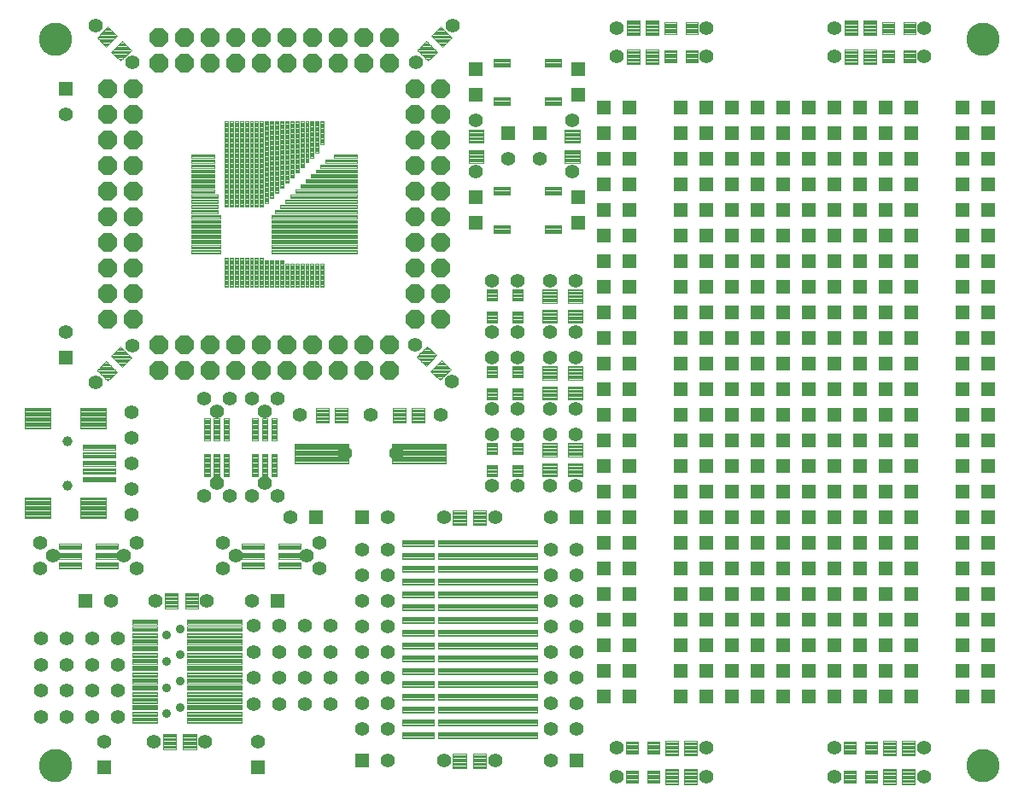
<source format=gts>
G75*
G70*
%OFA0B0*%
%FSLAX24Y24*%
%IPPOS*%
%LPD*%
%AMOC8*
5,1,8,0,0,1.08239X$1,22.5*
%
%ADD10C,0.0041*%
%ADD11C,0.0555*%
%ADD12C,0.0041*%
%ADD13C,0.0360*%
%ADD14C,0.0041*%
%ADD15R,0.0555X0.0555*%
%ADD16C,0.0041*%
%ADD17C,0.0044*%
%ADD18C,0.0041*%
%ADD19C,0.0043*%
%ADD20C,0.0040*%
%ADD21C,0.1300*%
%ADD22C,0.0041*%
%ADD23C,0.0040*%
%ADD24C,0.0394*%
%ADD25C,0.0041*%
%ADD26OC8,0.0740*%
D10*
X019744Y006049D02*
X021004Y006049D01*
X019744Y006049D02*
X019744Y006285D01*
X021004Y006285D01*
X021004Y006049D01*
X021004Y006089D02*
X019744Y006089D01*
X019744Y006129D02*
X021004Y006129D01*
X021004Y006169D02*
X019744Y006169D01*
X019744Y006209D02*
X021004Y006209D01*
X021004Y006249D02*
X019744Y006249D01*
X019744Y006549D02*
X021004Y006549D01*
X019744Y006549D02*
X019744Y006785D01*
X021004Y006785D01*
X021004Y006549D01*
X021004Y006589D02*
X019744Y006589D01*
X019744Y006629D02*
X021004Y006629D01*
X021004Y006669D02*
X019744Y006669D01*
X019744Y006709D02*
X021004Y006709D01*
X021004Y006749D02*
X019744Y006749D01*
X019744Y007049D02*
X021004Y007049D01*
X019744Y007049D02*
X019744Y007285D01*
X021004Y007285D01*
X021004Y007049D01*
X021004Y007089D02*
X019744Y007089D01*
X019744Y007129D02*
X021004Y007129D01*
X021004Y007169D02*
X019744Y007169D01*
X019744Y007209D02*
X021004Y007209D01*
X021004Y007249D02*
X019744Y007249D01*
X019744Y007549D02*
X021004Y007549D01*
X019744Y007549D02*
X019744Y007785D01*
X021004Y007785D01*
X021004Y007549D01*
X021004Y007589D02*
X019744Y007589D01*
X019744Y007629D02*
X021004Y007629D01*
X021004Y007669D02*
X019744Y007669D01*
X019744Y007709D02*
X021004Y007709D01*
X021004Y007749D02*
X019744Y007749D01*
X019744Y008049D02*
X021004Y008049D01*
X019744Y008049D02*
X019744Y008285D01*
X021004Y008285D01*
X021004Y008049D01*
X021004Y008089D02*
X019744Y008089D01*
X019744Y008129D02*
X021004Y008129D01*
X021004Y008169D02*
X019744Y008169D01*
X019744Y008209D02*
X021004Y008209D01*
X021004Y008249D02*
X019744Y008249D01*
X019744Y008549D02*
X021004Y008549D01*
X019744Y008549D02*
X019744Y008785D01*
X021004Y008785D01*
X021004Y008549D01*
X021004Y008589D02*
X019744Y008589D01*
X019744Y008629D02*
X021004Y008629D01*
X021004Y008669D02*
X019744Y008669D01*
X019744Y008709D02*
X021004Y008709D01*
X021004Y008749D02*
X019744Y008749D01*
X019744Y009049D02*
X021004Y009049D01*
X019744Y009049D02*
X019744Y009285D01*
X021004Y009285D01*
X021004Y009049D01*
X021004Y009089D02*
X019744Y009089D01*
X019744Y009129D02*
X021004Y009129D01*
X021004Y009169D02*
X019744Y009169D01*
X019744Y009209D02*
X021004Y009209D01*
X021004Y009249D02*
X019744Y009249D01*
X019744Y009549D02*
X021004Y009549D01*
X019744Y009549D02*
X019744Y009785D01*
X021004Y009785D01*
X021004Y009549D01*
X021004Y009589D02*
X019744Y009589D01*
X019744Y009629D02*
X021004Y009629D01*
X021004Y009669D02*
X019744Y009669D01*
X019744Y009709D02*
X021004Y009709D01*
X021004Y009749D02*
X019744Y009749D01*
X019744Y010049D02*
X021004Y010049D01*
X019744Y010049D02*
X019744Y010285D01*
X021004Y010285D01*
X021004Y010049D01*
X021004Y010089D02*
X019744Y010089D01*
X019744Y010129D02*
X021004Y010129D01*
X021004Y010169D02*
X019744Y010169D01*
X019744Y010209D02*
X021004Y010209D01*
X021004Y010249D02*
X019744Y010249D01*
X019744Y010549D02*
X021004Y010549D01*
X019744Y010549D02*
X019744Y010785D01*
X021004Y010785D01*
X021004Y010549D01*
X021004Y010589D02*
X019744Y010589D01*
X019744Y010629D02*
X021004Y010629D01*
X021004Y010669D02*
X019744Y010669D01*
X019744Y010709D02*
X021004Y010709D01*
X021004Y010749D02*
X019744Y010749D01*
X019744Y011049D02*
X021004Y011049D01*
X019744Y011049D02*
X019744Y011285D01*
X021004Y011285D01*
X021004Y011049D01*
X021004Y011089D02*
X019744Y011089D01*
X019744Y011129D02*
X021004Y011129D01*
X021004Y011169D02*
X019744Y011169D01*
X019744Y011209D02*
X021004Y011209D01*
X021004Y011249D02*
X019744Y011249D01*
X019744Y011549D02*
X021004Y011549D01*
X019744Y011549D02*
X019744Y011785D01*
X021004Y011785D01*
X021004Y011549D01*
X021004Y011589D02*
X019744Y011589D01*
X019744Y011629D02*
X021004Y011629D01*
X021004Y011669D02*
X019744Y011669D01*
X019744Y011709D02*
X021004Y011709D01*
X021004Y011749D02*
X019744Y011749D01*
X019744Y012049D02*
X021004Y012049D01*
X019744Y012049D02*
X019744Y012285D01*
X021004Y012285D01*
X021004Y012049D01*
X021004Y012089D02*
X019744Y012089D01*
X019744Y012129D02*
X021004Y012129D01*
X021004Y012169D02*
X019744Y012169D01*
X019744Y012209D02*
X021004Y012209D01*
X021004Y012249D02*
X019744Y012249D01*
X019744Y012549D02*
X021004Y012549D01*
X019744Y012549D02*
X019744Y012785D01*
X021004Y012785D01*
X021004Y012549D01*
X021004Y012589D02*
X019744Y012589D01*
X019744Y012629D02*
X021004Y012629D01*
X021004Y012669D02*
X019744Y012669D01*
X019744Y012709D02*
X021004Y012709D01*
X021004Y012749D02*
X019744Y012749D01*
X019744Y013049D02*
X021004Y013049D01*
X019744Y013049D02*
X019744Y013285D01*
X021004Y013285D01*
X021004Y013049D01*
X021004Y013089D02*
X019744Y013089D01*
X019744Y013129D02*
X021004Y013129D01*
X021004Y013169D02*
X019744Y013169D01*
X019744Y013209D02*
X021004Y013209D01*
X021004Y013249D02*
X019744Y013249D01*
X019744Y013549D02*
X021004Y013549D01*
X019744Y013549D02*
X019744Y013785D01*
X021004Y013785D01*
X021004Y013549D01*
X021004Y013589D02*
X019744Y013589D01*
X019744Y013629D02*
X021004Y013629D01*
X021004Y013669D02*
X019744Y013669D01*
X019744Y013709D02*
X021004Y013709D01*
X021004Y013749D02*
X019744Y013749D01*
X021154Y013549D02*
X025012Y013549D01*
X021154Y013549D02*
X021154Y013785D01*
X025012Y013785D01*
X025012Y013549D01*
X025012Y013589D02*
X021154Y013589D01*
X021154Y013629D02*
X025012Y013629D01*
X025012Y013669D02*
X021154Y013669D01*
X021154Y013709D02*
X025012Y013709D01*
X025012Y013749D02*
X021154Y013749D01*
X021154Y013049D02*
X025012Y013049D01*
X021154Y013049D02*
X021154Y013285D01*
X025012Y013285D01*
X025012Y013049D01*
X025012Y013089D02*
X021154Y013089D01*
X021154Y013129D02*
X025012Y013129D01*
X025012Y013169D02*
X021154Y013169D01*
X021154Y013209D02*
X025012Y013209D01*
X025012Y013249D02*
X021154Y013249D01*
X021154Y012549D02*
X025012Y012549D01*
X021154Y012549D02*
X021154Y012785D01*
X025012Y012785D01*
X025012Y012549D01*
X025012Y012589D02*
X021154Y012589D01*
X021154Y012629D02*
X025012Y012629D01*
X025012Y012669D02*
X021154Y012669D01*
X021154Y012709D02*
X025012Y012709D01*
X025012Y012749D02*
X021154Y012749D01*
X021154Y012049D02*
X025012Y012049D01*
X021154Y012049D02*
X021154Y012285D01*
X025012Y012285D01*
X025012Y012049D01*
X025012Y012089D02*
X021154Y012089D01*
X021154Y012129D02*
X025012Y012129D01*
X025012Y012169D02*
X021154Y012169D01*
X021154Y012209D02*
X025012Y012209D01*
X025012Y012249D02*
X021154Y012249D01*
X021154Y011549D02*
X025012Y011549D01*
X021154Y011549D02*
X021154Y011785D01*
X025012Y011785D01*
X025012Y011549D01*
X025012Y011589D02*
X021154Y011589D01*
X021154Y011629D02*
X025012Y011629D01*
X025012Y011669D02*
X021154Y011669D01*
X021154Y011709D02*
X025012Y011709D01*
X025012Y011749D02*
X021154Y011749D01*
X021154Y011049D02*
X025012Y011049D01*
X021154Y011049D02*
X021154Y011285D01*
X025012Y011285D01*
X025012Y011049D01*
X025012Y011089D02*
X021154Y011089D01*
X021154Y011129D02*
X025012Y011129D01*
X025012Y011169D02*
X021154Y011169D01*
X021154Y011209D02*
X025012Y011209D01*
X025012Y011249D02*
X021154Y011249D01*
X021154Y010549D02*
X025012Y010549D01*
X021154Y010549D02*
X021154Y010785D01*
X025012Y010785D01*
X025012Y010549D01*
X025012Y010589D02*
X021154Y010589D01*
X021154Y010629D02*
X025012Y010629D01*
X025012Y010669D02*
X021154Y010669D01*
X021154Y010709D02*
X025012Y010709D01*
X025012Y010749D02*
X021154Y010749D01*
X021154Y010049D02*
X025012Y010049D01*
X021154Y010049D02*
X021154Y010285D01*
X025012Y010285D01*
X025012Y010049D01*
X025012Y010089D02*
X021154Y010089D01*
X021154Y010129D02*
X025012Y010129D01*
X025012Y010169D02*
X021154Y010169D01*
X021154Y010209D02*
X025012Y010209D01*
X025012Y010249D02*
X021154Y010249D01*
X021154Y009549D02*
X025012Y009549D01*
X021154Y009549D02*
X021154Y009785D01*
X025012Y009785D01*
X025012Y009549D01*
X025012Y009589D02*
X021154Y009589D01*
X021154Y009629D02*
X025012Y009629D01*
X025012Y009669D02*
X021154Y009669D01*
X021154Y009709D02*
X025012Y009709D01*
X025012Y009749D02*
X021154Y009749D01*
X021154Y009049D02*
X025012Y009049D01*
X021154Y009049D02*
X021154Y009285D01*
X025012Y009285D01*
X025012Y009049D01*
X025012Y009089D02*
X021154Y009089D01*
X021154Y009129D02*
X025012Y009129D01*
X025012Y009169D02*
X021154Y009169D01*
X021154Y009209D02*
X025012Y009209D01*
X025012Y009249D02*
X021154Y009249D01*
X021154Y008549D02*
X025012Y008549D01*
X021154Y008549D02*
X021154Y008785D01*
X025012Y008785D01*
X025012Y008549D01*
X025012Y008589D02*
X021154Y008589D01*
X021154Y008629D02*
X025012Y008629D01*
X025012Y008669D02*
X021154Y008669D01*
X021154Y008709D02*
X025012Y008709D01*
X025012Y008749D02*
X021154Y008749D01*
X021154Y008049D02*
X025012Y008049D01*
X021154Y008049D02*
X021154Y008285D01*
X025012Y008285D01*
X025012Y008049D01*
X025012Y008089D02*
X021154Y008089D01*
X021154Y008129D02*
X025012Y008129D01*
X025012Y008169D02*
X021154Y008169D01*
X021154Y008209D02*
X025012Y008209D01*
X025012Y008249D02*
X021154Y008249D01*
X021154Y007549D02*
X025012Y007549D01*
X021154Y007549D02*
X021154Y007785D01*
X025012Y007785D01*
X025012Y007549D01*
X025012Y007589D02*
X021154Y007589D01*
X021154Y007629D02*
X025012Y007629D01*
X025012Y007669D02*
X021154Y007669D01*
X021154Y007709D02*
X025012Y007709D01*
X025012Y007749D02*
X021154Y007749D01*
X021154Y007049D02*
X025012Y007049D01*
X021154Y007049D02*
X021154Y007285D01*
X025012Y007285D01*
X025012Y007049D01*
X025012Y007089D02*
X021154Y007089D01*
X021154Y007129D02*
X025012Y007129D01*
X025012Y007169D02*
X021154Y007169D01*
X021154Y007209D02*
X025012Y007209D01*
X025012Y007249D02*
X021154Y007249D01*
X021154Y006549D02*
X025012Y006549D01*
X021154Y006549D02*
X021154Y006785D01*
X025012Y006785D01*
X025012Y006549D01*
X025012Y006589D02*
X021154Y006589D01*
X021154Y006629D02*
X025012Y006629D01*
X025012Y006669D02*
X021154Y006669D01*
X021154Y006709D02*
X025012Y006709D01*
X025012Y006749D02*
X021154Y006749D01*
X021154Y006049D02*
X025012Y006049D01*
X021154Y006049D02*
X021154Y006285D01*
X025012Y006285D01*
X025012Y006049D01*
X025012Y006089D02*
X021154Y006089D01*
X021154Y006129D02*
X025012Y006129D01*
X025012Y006169D02*
X021154Y006169D01*
X021154Y006209D02*
X025012Y006209D01*
X025012Y006249D02*
X021154Y006249D01*
D11*
X021386Y005167D03*
X023386Y005167D03*
X025567Y005167D03*
X025567Y006417D03*
X025567Y007417D03*
X026567Y007417D03*
X026567Y006417D03*
X028136Y005667D03*
X028136Y004542D03*
X031636Y004542D03*
X031636Y005667D03*
X026567Y008417D03*
X025567Y008417D03*
X025567Y009417D03*
X025567Y010417D03*
X026567Y010417D03*
X026567Y009417D03*
X026567Y011417D03*
X025567Y011417D03*
X025567Y012417D03*
X025567Y013417D03*
X026567Y013417D03*
X026567Y012417D03*
X025567Y014667D03*
X025511Y015917D03*
X026511Y015917D03*
X024261Y015917D03*
X023261Y015917D03*
X023386Y014667D03*
X021386Y014667D03*
X019205Y014667D03*
X019205Y013417D03*
X018205Y013417D03*
X018205Y012417D03*
X019205Y012417D03*
X019205Y011417D03*
X018205Y011417D03*
X018205Y010417D03*
X019205Y010417D03*
X019205Y009417D03*
X018205Y009417D03*
X018205Y008417D03*
X019205Y008417D03*
X019205Y007417D03*
X018205Y007417D03*
X018205Y006417D03*
X019205Y006417D03*
X019205Y005167D03*
X016957Y007372D03*
X015957Y007372D03*
X014957Y007372D03*
X013957Y007372D03*
X013957Y008396D03*
X014957Y008396D03*
X015957Y008396D03*
X016957Y008396D03*
X016957Y009420D03*
X015957Y009420D03*
X014957Y009420D03*
X013957Y009420D03*
X013957Y010443D03*
X014957Y010443D03*
X015957Y010443D03*
X016957Y010443D03*
X013886Y011417D03*
X012743Y012667D03*
X013243Y013167D03*
X012743Y013667D03*
X013011Y015523D03*
X012511Y016023D03*
X012011Y015523D03*
X013886Y015523D03*
X014386Y016023D03*
X014886Y015523D03*
X015386Y014667D03*
X016530Y013667D03*
X016030Y013167D03*
X016530Y012667D03*
X012136Y011417D03*
X010136Y011417D03*
X009405Y012667D03*
X008905Y013167D03*
X009405Y013667D03*
X009203Y014792D03*
X009203Y015792D03*
X009203Y016792D03*
X009203Y017792D03*
X009203Y018792D03*
X007804Y019960D03*
X009218Y021374D03*
X006636Y021917D03*
X012011Y019310D03*
X012511Y018810D03*
X013011Y019310D03*
X013886Y019310D03*
X014386Y018810D03*
X014886Y019310D03*
X015761Y018667D03*
X017511Y017167D03*
X018511Y018667D03*
X019511Y017167D03*
X021261Y018667D03*
X023261Y018917D03*
X024261Y018917D03*
X025511Y018917D03*
X026511Y018917D03*
X026511Y017917D03*
X025511Y017917D03*
X024261Y017917D03*
X023261Y017917D03*
X021688Y019990D03*
X023261Y020917D03*
X024261Y020917D03*
X025511Y020917D03*
X026511Y020917D03*
X026511Y021917D03*
X025511Y021917D03*
X024261Y021917D03*
X023261Y021917D03*
X023261Y023917D03*
X024261Y023917D03*
X025511Y023917D03*
X026511Y023917D03*
X020274Y021404D03*
X022636Y028167D03*
X023886Y028667D03*
X025136Y028667D03*
X026386Y028167D03*
X026386Y030167D03*
X028136Y032667D03*
X028136Y033792D03*
X031636Y033792D03*
X031636Y032667D03*
X036636Y032667D03*
X036636Y033792D03*
X040136Y033792D03*
X040136Y032667D03*
X022636Y030167D03*
X020304Y032460D03*
X021718Y033874D03*
X009218Y032460D03*
X007804Y033874D03*
X006636Y030417D03*
X005618Y013667D03*
X006118Y013167D03*
X005618Y012667D03*
X008386Y011417D03*
X008670Y009943D03*
X007670Y009943D03*
X006670Y009943D03*
X005670Y009943D03*
X005670Y008920D03*
X006670Y008920D03*
X007670Y008920D03*
X008670Y008920D03*
X008670Y007896D03*
X007670Y007896D03*
X006670Y007896D03*
X005670Y007896D03*
X005670Y006872D03*
X006670Y006872D03*
X007670Y006872D03*
X008670Y006872D03*
X008136Y005917D03*
X010063Y005917D03*
X012063Y005917D03*
X014136Y005917D03*
X036636Y005667D03*
X036636Y004542D03*
X040136Y004542D03*
X040136Y005667D03*
D12*
X013475Y006653D02*
X011349Y006653D01*
X011349Y006829D01*
X013475Y006829D01*
X013475Y006653D01*
X013475Y006693D02*
X011349Y006693D01*
X011349Y006733D02*
X013475Y006733D01*
X013475Y006773D02*
X011349Y006773D01*
X011349Y006813D02*
X013475Y006813D01*
X013475Y006909D02*
X011349Y006909D01*
X011349Y007085D01*
X013475Y007085D01*
X013475Y006909D01*
X013475Y006949D02*
X011349Y006949D01*
X011349Y006989D02*
X013475Y006989D01*
X013475Y007029D02*
X011349Y007029D01*
X011349Y007069D02*
X013475Y007069D01*
X013475Y007165D02*
X011349Y007165D01*
X011349Y007341D01*
X013475Y007341D01*
X013475Y007165D01*
X013475Y007205D02*
X011349Y007205D01*
X011349Y007245D02*
X013475Y007245D01*
X013475Y007285D02*
X011349Y007285D01*
X011349Y007325D02*
X013475Y007325D01*
X013475Y007421D02*
X011349Y007421D01*
X011349Y007597D01*
X013475Y007597D01*
X013475Y007421D01*
X013475Y007461D02*
X011349Y007461D01*
X011349Y007501D02*
X013475Y007501D01*
X013475Y007541D02*
X011349Y007541D01*
X011349Y007581D02*
X013475Y007581D01*
X013475Y007677D02*
X011349Y007677D01*
X011349Y007853D01*
X013475Y007853D01*
X013475Y007677D01*
X013475Y007717D02*
X011349Y007717D01*
X011349Y007757D02*
X013475Y007757D01*
X013475Y007797D02*
X011349Y007797D01*
X011349Y007837D02*
X013475Y007837D01*
X013475Y007933D02*
X011349Y007933D01*
X011349Y008109D01*
X013475Y008109D01*
X013475Y007933D01*
X013475Y007973D02*
X011349Y007973D01*
X011349Y008013D02*
X013475Y008013D01*
X013475Y008053D02*
X011349Y008053D01*
X011349Y008093D02*
X013475Y008093D01*
X013475Y008189D02*
X011349Y008189D01*
X011349Y008365D01*
X013475Y008365D01*
X013475Y008189D01*
X013475Y008229D02*
X011349Y008229D01*
X011349Y008269D02*
X013475Y008269D01*
X013475Y008309D02*
X011349Y008309D01*
X011349Y008349D02*
X013475Y008349D01*
X013475Y008445D02*
X011349Y008445D01*
X011349Y008621D01*
X013475Y008621D01*
X013475Y008445D01*
X013475Y008485D02*
X011349Y008485D01*
X011349Y008525D02*
X013475Y008525D01*
X013475Y008565D02*
X011349Y008565D01*
X011349Y008605D02*
X013475Y008605D01*
X013475Y008701D02*
X011349Y008701D01*
X011349Y008877D01*
X013475Y008877D01*
X013475Y008701D01*
X013475Y008741D02*
X011349Y008741D01*
X011349Y008781D02*
X013475Y008781D01*
X013475Y008821D02*
X011349Y008821D01*
X011349Y008861D02*
X013475Y008861D01*
X013475Y008957D02*
X011349Y008957D01*
X011349Y009133D01*
X013475Y009133D01*
X013475Y008957D01*
X013475Y008997D02*
X011349Y008997D01*
X011349Y009037D02*
X013475Y009037D01*
X013475Y009077D02*
X011349Y009077D01*
X011349Y009117D02*
X013475Y009117D01*
X013475Y009213D02*
X011349Y009213D01*
X011349Y009389D01*
X013475Y009389D01*
X013475Y009213D01*
X013475Y009253D02*
X011349Y009253D01*
X011349Y009293D02*
X013475Y009293D01*
X013475Y009333D02*
X011349Y009333D01*
X011349Y009373D02*
X013475Y009373D01*
X013475Y009468D02*
X011349Y009468D01*
X011349Y009644D01*
X013475Y009644D01*
X013475Y009468D01*
X013475Y009508D02*
X011349Y009508D01*
X011349Y009548D02*
X013475Y009548D01*
X013475Y009588D02*
X011349Y009588D01*
X011349Y009628D02*
X013475Y009628D01*
X013475Y009724D02*
X011349Y009724D01*
X011349Y009900D01*
X013475Y009900D01*
X013475Y009724D01*
X013475Y009764D02*
X011349Y009764D01*
X011349Y009804D02*
X013475Y009804D01*
X013475Y009844D02*
X011349Y009844D01*
X011349Y009884D02*
X013475Y009884D01*
X013475Y009980D02*
X011349Y009980D01*
X011349Y010156D01*
X013475Y010156D01*
X013475Y009980D01*
X013475Y010020D02*
X011349Y010020D01*
X011349Y010060D02*
X013475Y010060D01*
X013475Y010100D02*
X011349Y010100D01*
X011349Y010140D02*
X013475Y010140D01*
X013475Y010236D02*
X011349Y010236D01*
X011349Y010412D01*
X013475Y010412D01*
X013475Y010236D01*
X013475Y010276D02*
X011349Y010276D01*
X011349Y010316D02*
X013475Y010316D01*
X013475Y010356D02*
X011349Y010356D01*
X011349Y010396D02*
X013475Y010396D01*
X013475Y010492D02*
X011349Y010492D01*
X011349Y010668D01*
X013475Y010668D01*
X013475Y010492D01*
X013475Y010532D02*
X011349Y010532D01*
X011349Y010572D02*
X013475Y010572D01*
X013475Y010612D02*
X011349Y010612D01*
X011349Y010652D02*
X013475Y010652D01*
X010197Y010668D02*
X010197Y010492D01*
X009233Y010492D01*
X009233Y010668D01*
X010197Y010668D01*
X010197Y010532D02*
X009233Y010532D01*
X009233Y010572D02*
X010197Y010572D01*
X010197Y010612D02*
X009233Y010612D01*
X009233Y010652D02*
X010197Y010652D01*
X010197Y010412D02*
X010197Y010236D01*
X009233Y010236D01*
X009233Y010412D01*
X010197Y010412D01*
X010197Y010276D02*
X009233Y010276D01*
X009233Y010316D02*
X010197Y010316D01*
X010197Y010356D02*
X009233Y010356D01*
X009233Y010396D02*
X010197Y010396D01*
X010197Y010156D02*
X010197Y009980D01*
X009233Y009980D01*
X009233Y010156D01*
X010197Y010156D01*
X010197Y010020D02*
X009233Y010020D01*
X009233Y010060D02*
X010197Y010060D01*
X010197Y010100D02*
X009233Y010100D01*
X009233Y010140D02*
X010197Y010140D01*
X010197Y009900D02*
X010197Y009724D01*
X009233Y009724D01*
X009233Y009900D01*
X010197Y009900D01*
X010197Y009764D02*
X009233Y009764D01*
X009233Y009804D02*
X010197Y009804D01*
X010197Y009844D02*
X009233Y009844D01*
X009233Y009884D02*
X010197Y009884D01*
X010197Y009644D02*
X010197Y009468D01*
X009233Y009468D01*
X009233Y009644D01*
X010197Y009644D01*
X010197Y009508D02*
X009233Y009508D01*
X009233Y009548D02*
X010197Y009548D01*
X010197Y009588D02*
X009233Y009588D01*
X009233Y009628D02*
X010197Y009628D01*
X010197Y009389D02*
X010197Y009213D01*
X009233Y009213D01*
X009233Y009389D01*
X010197Y009389D01*
X010197Y009253D02*
X009233Y009253D01*
X009233Y009293D02*
X010197Y009293D01*
X010197Y009333D02*
X009233Y009333D01*
X009233Y009373D02*
X010197Y009373D01*
X010197Y009133D02*
X010197Y008957D01*
X009233Y008957D01*
X009233Y009133D01*
X010197Y009133D01*
X010197Y008997D02*
X009233Y008997D01*
X009233Y009037D02*
X010197Y009037D01*
X010197Y009077D02*
X009233Y009077D01*
X009233Y009117D02*
X010197Y009117D01*
X010197Y008877D02*
X010197Y008701D01*
X009233Y008701D01*
X009233Y008877D01*
X010197Y008877D01*
X010197Y008741D02*
X009233Y008741D01*
X009233Y008781D02*
X010197Y008781D01*
X010197Y008821D02*
X009233Y008821D01*
X009233Y008861D02*
X010197Y008861D01*
X010197Y008621D02*
X010197Y008445D01*
X009233Y008445D01*
X009233Y008621D01*
X010197Y008621D01*
X010197Y008485D02*
X009233Y008485D01*
X009233Y008525D02*
X010197Y008525D01*
X010197Y008565D02*
X009233Y008565D01*
X009233Y008605D02*
X010197Y008605D01*
X010197Y008365D02*
X010197Y008189D01*
X009233Y008189D01*
X009233Y008365D01*
X010197Y008365D01*
X010197Y008229D02*
X009233Y008229D01*
X009233Y008269D02*
X010197Y008269D01*
X010197Y008309D02*
X009233Y008309D01*
X009233Y008349D02*
X010197Y008349D01*
X010197Y008109D02*
X010197Y007933D01*
X009233Y007933D01*
X009233Y008109D01*
X010197Y008109D01*
X010197Y007973D02*
X009233Y007973D01*
X009233Y008013D02*
X010197Y008013D01*
X010197Y008053D02*
X009233Y008053D01*
X009233Y008093D02*
X010197Y008093D01*
X010197Y007853D02*
X010197Y007677D01*
X009233Y007677D01*
X009233Y007853D01*
X010197Y007853D01*
X010197Y007717D02*
X009233Y007717D01*
X009233Y007757D02*
X010197Y007757D01*
X010197Y007797D02*
X009233Y007797D01*
X009233Y007837D02*
X010197Y007837D01*
X010197Y007597D02*
X010197Y007421D01*
X009233Y007421D01*
X009233Y007597D01*
X010197Y007597D01*
X010197Y007461D02*
X009233Y007461D01*
X009233Y007501D02*
X010197Y007501D01*
X010197Y007541D02*
X009233Y007541D01*
X009233Y007581D02*
X010197Y007581D01*
X010197Y007341D02*
X010197Y007165D01*
X009233Y007165D01*
X009233Y007341D01*
X010197Y007341D01*
X010197Y007205D02*
X009233Y007205D01*
X009233Y007245D02*
X010197Y007245D01*
X010197Y007285D02*
X009233Y007285D01*
X009233Y007325D02*
X010197Y007325D01*
X010197Y007085D02*
X010197Y006909D01*
X009233Y006909D01*
X009233Y007085D01*
X010197Y007085D01*
X010197Y006949D02*
X009233Y006949D01*
X009233Y006989D02*
X010197Y006989D01*
X010197Y007029D02*
X009233Y007029D01*
X009233Y007069D02*
X010197Y007069D01*
X010197Y006829D02*
X010197Y006653D01*
X009233Y006653D01*
X009233Y006829D01*
X010197Y006829D01*
X010197Y006693D02*
X009233Y006693D01*
X009233Y006733D02*
X010197Y006733D01*
X010197Y006773D02*
X009233Y006773D01*
X009233Y006813D02*
X010197Y006813D01*
D13*
X010557Y006997D03*
X011075Y007253D03*
X010557Y008021D03*
X011075Y008277D03*
X010557Y009045D03*
X011075Y009301D03*
X010557Y010068D03*
X011075Y010324D03*
D14*
X023961Y025767D02*
X023961Y026067D01*
X023961Y025767D02*
X023311Y025767D01*
X023311Y026067D01*
X023961Y026067D01*
X023961Y025807D02*
X023311Y025807D01*
X023311Y025847D02*
X023961Y025847D01*
X023961Y025887D02*
X023311Y025887D01*
X023311Y025927D02*
X023961Y025927D01*
X023961Y025967D02*
X023311Y025967D01*
X023311Y026007D02*
X023961Y026007D01*
X023961Y026047D02*
X023311Y026047D01*
X023961Y027267D02*
X023961Y027567D01*
X023961Y027267D02*
X023311Y027267D01*
X023311Y027567D01*
X023961Y027567D01*
X023961Y027307D02*
X023311Y027307D01*
X023311Y027347D02*
X023961Y027347D01*
X023961Y027387D02*
X023311Y027387D01*
X023311Y027427D02*
X023961Y027427D01*
X023961Y027467D02*
X023311Y027467D01*
X023311Y027507D02*
X023961Y027507D01*
X023961Y027547D02*
X023311Y027547D01*
X025961Y027567D02*
X025961Y027267D01*
X025311Y027267D01*
X025311Y027567D01*
X025961Y027567D01*
X025961Y027307D02*
X025311Y027307D01*
X025311Y027347D02*
X025961Y027347D01*
X025961Y027387D02*
X025311Y027387D01*
X025311Y027427D02*
X025961Y027427D01*
X025961Y027467D02*
X025311Y027467D01*
X025311Y027507D02*
X025961Y027507D01*
X025961Y027547D02*
X025311Y027547D01*
X025961Y026067D02*
X025961Y025767D01*
X025311Y025767D01*
X025311Y026067D01*
X025961Y026067D01*
X025961Y025807D02*
X025311Y025807D01*
X025311Y025847D02*
X025961Y025847D01*
X025961Y025887D02*
X025311Y025887D01*
X025311Y025927D02*
X025961Y025927D01*
X025961Y025967D02*
X025311Y025967D01*
X025311Y026007D02*
X025961Y026007D01*
X025961Y026047D02*
X025311Y026047D01*
X025311Y030767D02*
X025311Y031067D01*
X025961Y031067D01*
X025961Y030767D01*
X025311Y030767D01*
X025311Y030807D02*
X025961Y030807D01*
X025961Y030847D02*
X025311Y030847D01*
X025311Y030887D02*
X025961Y030887D01*
X025961Y030927D02*
X025311Y030927D01*
X025311Y030967D02*
X025961Y030967D01*
X025961Y031007D02*
X025311Y031007D01*
X025311Y031047D02*
X025961Y031047D01*
X025311Y032267D02*
X025311Y032567D01*
X025961Y032567D01*
X025961Y032267D01*
X025311Y032267D01*
X025311Y032307D02*
X025961Y032307D01*
X025961Y032347D02*
X025311Y032347D01*
X025311Y032387D02*
X025961Y032387D01*
X025961Y032427D02*
X025311Y032427D01*
X025311Y032467D02*
X025961Y032467D01*
X025961Y032507D02*
X025311Y032507D01*
X025311Y032547D02*
X025961Y032547D01*
X023311Y032567D02*
X023311Y032267D01*
X023311Y032567D02*
X023961Y032567D01*
X023961Y032267D01*
X023311Y032267D01*
X023311Y032307D02*
X023961Y032307D01*
X023961Y032347D02*
X023311Y032347D01*
X023311Y032387D02*
X023961Y032387D01*
X023961Y032427D02*
X023311Y032427D01*
X023311Y032467D02*
X023961Y032467D01*
X023961Y032507D02*
X023311Y032507D01*
X023311Y032547D02*
X023961Y032547D01*
X023311Y031067D02*
X023311Y030767D01*
X023311Y031067D02*
X023961Y031067D01*
X023961Y030767D01*
X023311Y030767D01*
X023311Y030807D02*
X023961Y030807D01*
X023961Y030847D02*
X023311Y030847D01*
X023311Y030887D02*
X023961Y030887D01*
X023961Y030927D02*
X023311Y030927D01*
X023311Y030967D02*
X023961Y030967D01*
X023961Y031007D02*
X023311Y031007D01*
X023311Y031047D02*
X023961Y031047D01*
D15*
X022636Y031167D03*
X022636Y032167D03*
X023886Y029667D03*
X025136Y029667D03*
X026636Y031167D03*
X026636Y032167D03*
X027636Y030667D03*
X028636Y030667D03*
X028636Y029667D03*
X027636Y029667D03*
X027636Y028667D03*
X028636Y028667D03*
X028636Y027667D03*
X027636Y027667D03*
X027636Y026667D03*
X028636Y026667D03*
X028636Y025667D03*
X027636Y025667D03*
X026636Y026167D03*
X026636Y027167D03*
X027636Y024667D03*
X028636Y024667D03*
X028636Y023667D03*
X027636Y023667D03*
X027636Y022667D03*
X028636Y022667D03*
X028636Y021667D03*
X027636Y021667D03*
X027636Y020667D03*
X028636Y020667D03*
X028636Y019667D03*
X027636Y019667D03*
X027636Y018667D03*
X028636Y018667D03*
X028636Y017667D03*
X027636Y017667D03*
X027636Y016667D03*
X028636Y016667D03*
X028636Y015667D03*
X027636Y015667D03*
X027636Y014667D03*
X028636Y014667D03*
X028636Y013667D03*
X027636Y013667D03*
X027636Y012667D03*
X028636Y012667D03*
X028636Y011667D03*
X027636Y011667D03*
X027636Y010667D03*
X028636Y010667D03*
X028636Y009667D03*
X027636Y009667D03*
X027636Y008667D03*
X028636Y008667D03*
X028636Y007667D03*
X027636Y007667D03*
X030636Y007667D03*
X031636Y007667D03*
X032636Y007667D03*
X033636Y007667D03*
X034636Y007667D03*
X035636Y007667D03*
X036636Y007667D03*
X037636Y007667D03*
X038636Y007667D03*
X039636Y007667D03*
X039636Y008667D03*
X039636Y009667D03*
X038636Y009667D03*
X037636Y009667D03*
X036636Y009667D03*
X035636Y009667D03*
X034636Y009667D03*
X033636Y009667D03*
X032636Y009667D03*
X031636Y009667D03*
X030636Y009667D03*
X030636Y008667D03*
X031636Y008667D03*
X032636Y008667D03*
X033636Y008667D03*
X034636Y008667D03*
X035636Y008667D03*
X036636Y008667D03*
X037636Y008667D03*
X038636Y008667D03*
X038636Y010667D03*
X037636Y010667D03*
X036636Y010667D03*
X035636Y010667D03*
X034636Y010667D03*
X033636Y010667D03*
X032636Y010667D03*
X031636Y010667D03*
X030636Y010667D03*
X030636Y011667D03*
X031636Y011667D03*
X031636Y012667D03*
X030636Y012667D03*
X030636Y013667D03*
X031636Y013667D03*
X032636Y013667D03*
X033636Y013667D03*
X034636Y013667D03*
X035636Y013667D03*
X036636Y013667D03*
X037636Y013667D03*
X038636Y013667D03*
X039636Y013667D03*
X039636Y014667D03*
X039636Y015667D03*
X038636Y015667D03*
X037636Y015667D03*
X036636Y015667D03*
X035636Y015667D03*
X034636Y015667D03*
X033636Y015667D03*
X032636Y015667D03*
X031636Y015667D03*
X030636Y015667D03*
X030636Y014667D03*
X031636Y014667D03*
X032636Y014667D03*
X033636Y014667D03*
X034636Y014667D03*
X035636Y014667D03*
X036636Y014667D03*
X037636Y014667D03*
X038636Y014667D03*
X038636Y016667D03*
X037636Y016667D03*
X036636Y016667D03*
X035636Y016667D03*
X034636Y016667D03*
X033636Y016667D03*
X032636Y016667D03*
X031636Y016667D03*
X030636Y016667D03*
X030636Y017667D03*
X031636Y017667D03*
X031636Y018667D03*
X030636Y018667D03*
X030636Y019667D03*
X031636Y019667D03*
X032636Y019667D03*
X033636Y019667D03*
X034636Y019667D03*
X035636Y019667D03*
X036636Y019667D03*
X037636Y019667D03*
X038636Y019667D03*
X039636Y019667D03*
X039636Y020667D03*
X039636Y021667D03*
X038636Y021667D03*
X037636Y021667D03*
X036636Y021667D03*
X035636Y021667D03*
X034636Y021667D03*
X033636Y021667D03*
X032636Y021667D03*
X031636Y021667D03*
X030636Y021667D03*
X030636Y020667D03*
X031636Y020667D03*
X032636Y020667D03*
X033636Y020667D03*
X034636Y020667D03*
X035636Y020667D03*
X036636Y020667D03*
X037636Y020667D03*
X038636Y020667D03*
X038636Y022667D03*
X037636Y022667D03*
X036636Y022667D03*
X035636Y022667D03*
X034636Y022667D03*
X033636Y022667D03*
X032636Y022667D03*
X031636Y022667D03*
X030636Y022667D03*
X030636Y023667D03*
X031636Y023667D03*
X031636Y024667D03*
X030636Y024667D03*
X030636Y025667D03*
X031636Y025667D03*
X032636Y025667D03*
X033636Y025667D03*
X034636Y025667D03*
X035636Y025667D03*
X036636Y025667D03*
X037636Y025667D03*
X038636Y025667D03*
X039636Y025667D03*
X039636Y026667D03*
X039636Y027667D03*
X038636Y027667D03*
X037636Y027667D03*
X036636Y027667D03*
X035636Y027667D03*
X034636Y027667D03*
X033636Y027667D03*
X032636Y027667D03*
X031636Y027667D03*
X030636Y027667D03*
X030636Y026667D03*
X031636Y026667D03*
X032636Y026667D03*
X033636Y026667D03*
X034636Y026667D03*
X035636Y026667D03*
X036636Y026667D03*
X037636Y026667D03*
X038636Y026667D03*
X038636Y028667D03*
X037636Y028667D03*
X036636Y028667D03*
X035636Y028667D03*
X034636Y028667D03*
X033636Y028667D03*
X032636Y028667D03*
X031636Y028667D03*
X030636Y028667D03*
X030636Y029667D03*
X031636Y029667D03*
X031636Y030667D03*
X030636Y030667D03*
X032636Y030667D03*
X033636Y030667D03*
X034636Y030667D03*
X035636Y030667D03*
X036636Y030667D03*
X037636Y030667D03*
X038636Y030667D03*
X039636Y030667D03*
X039636Y029667D03*
X038636Y029667D03*
X037636Y029667D03*
X036636Y029667D03*
X035636Y029667D03*
X034636Y029667D03*
X033636Y029667D03*
X032636Y029667D03*
X039636Y028667D03*
X041636Y028667D03*
X042636Y028667D03*
X042636Y029667D03*
X041636Y029667D03*
X041636Y030667D03*
X042636Y030667D03*
X042636Y027667D03*
X041636Y027667D03*
X041636Y026667D03*
X042636Y026667D03*
X042636Y025667D03*
X041636Y025667D03*
X041636Y024667D03*
X042636Y024667D03*
X042636Y023667D03*
X041636Y023667D03*
X041636Y022667D03*
X042636Y022667D03*
X042636Y021667D03*
X041636Y021667D03*
X041636Y020667D03*
X042636Y020667D03*
X042636Y019667D03*
X041636Y019667D03*
X041636Y018667D03*
X042636Y018667D03*
X042636Y017667D03*
X041636Y017667D03*
X041636Y016667D03*
X042636Y016667D03*
X042636Y015667D03*
X041636Y015667D03*
X041636Y014667D03*
X042636Y014667D03*
X042636Y013667D03*
X041636Y013667D03*
X041636Y012667D03*
X042636Y012667D03*
X042636Y011667D03*
X041636Y011667D03*
X041636Y010667D03*
X042636Y010667D03*
X042636Y009667D03*
X041636Y009667D03*
X041636Y008667D03*
X042636Y008667D03*
X042636Y007667D03*
X041636Y007667D03*
X039636Y010667D03*
X039636Y011667D03*
X039636Y012667D03*
X038636Y012667D03*
X037636Y012667D03*
X036636Y012667D03*
X035636Y012667D03*
X034636Y012667D03*
X033636Y012667D03*
X032636Y012667D03*
X032636Y011667D03*
X033636Y011667D03*
X034636Y011667D03*
X035636Y011667D03*
X036636Y011667D03*
X037636Y011667D03*
X038636Y011667D03*
X039636Y016667D03*
X039636Y017667D03*
X039636Y018667D03*
X038636Y018667D03*
X037636Y018667D03*
X036636Y018667D03*
X035636Y018667D03*
X034636Y018667D03*
X033636Y018667D03*
X032636Y018667D03*
X032636Y017667D03*
X033636Y017667D03*
X034636Y017667D03*
X035636Y017667D03*
X036636Y017667D03*
X037636Y017667D03*
X038636Y017667D03*
X039636Y022667D03*
X039636Y023667D03*
X039636Y024667D03*
X038636Y024667D03*
X037636Y024667D03*
X036636Y024667D03*
X035636Y024667D03*
X034636Y024667D03*
X033636Y024667D03*
X032636Y024667D03*
X032636Y023667D03*
X033636Y023667D03*
X034636Y023667D03*
X035636Y023667D03*
X036636Y023667D03*
X037636Y023667D03*
X038636Y023667D03*
X026567Y014667D03*
X018205Y014667D03*
X016386Y014667D03*
X014886Y011417D03*
X007386Y011417D03*
X008136Y004917D03*
X014136Y004917D03*
X018205Y005167D03*
X026567Y005167D03*
X006636Y020917D03*
X022636Y026167D03*
X022636Y027167D03*
X006636Y031417D03*
D16*
X012029Y017692D02*
X012245Y017692D01*
X012029Y017692D02*
X012029Y018558D01*
X012245Y018558D01*
X012245Y017692D01*
X012245Y017732D02*
X012029Y017732D01*
X012029Y017772D02*
X012245Y017772D01*
X012245Y017812D02*
X012029Y017812D01*
X012029Y017852D02*
X012245Y017852D01*
X012245Y017892D02*
X012029Y017892D01*
X012029Y017932D02*
X012245Y017932D01*
X012245Y017972D02*
X012029Y017972D01*
X012029Y018012D02*
X012245Y018012D01*
X012245Y018052D02*
X012029Y018052D01*
X012029Y018092D02*
X012245Y018092D01*
X012245Y018132D02*
X012029Y018132D01*
X012029Y018172D02*
X012245Y018172D01*
X012245Y018212D02*
X012029Y018212D01*
X012029Y018252D02*
X012245Y018252D01*
X012245Y018292D02*
X012029Y018292D01*
X012029Y018332D02*
X012245Y018332D01*
X012245Y018372D02*
X012029Y018372D01*
X012029Y018412D02*
X012245Y018412D01*
X012245Y018452D02*
X012029Y018452D01*
X012029Y018492D02*
X012245Y018492D01*
X012245Y018532D02*
X012029Y018532D01*
X012403Y017692D02*
X012619Y017692D01*
X012403Y017692D02*
X012403Y018558D01*
X012619Y018558D01*
X012619Y017692D01*
X012619Y017732D02*
X012403Y017732D01*
X012403Y017772D02*
X012619Y017772D01*
X012619Y017812D02*
X012403Y017812D01*
X012403Y017852D02*
X012619Y017852D01*
X012619Y017892D02*
X012403Y017892D01*
X012403Y017932D02*
X012619Y017932D01*
X012619Y017972D02*
X012403Y017972D01*
X012403Y018012D02*
X012619Y018012D01*
X012619Y018052D02*
X012403Y018052D01*
X012403Y018092D02*
X012619Y018092D01*
X012619Y018132D02*
X012403Y018132D01*
X012403Y018172D02*
X012619Y018172D01*
X012619Y018212D02*
X012403Y018212D01*
X012403Y018252D02*
X012619Y018252D01*
X012619Y018292D02*
X012403Y018292D01*
X012403Y018332D02*
X012619Y018332D01*
X012619Y018372D02*
X012403Y018372D01*
X012403Y018412D02*
X012619Y018412D01*
X012619Y018452D02*
X012403Y018452D01*
X012403Y018492D02*
X012619Y018492D01*
X012619Y018532D02*
X012403Y018532D01*
X012777Y017692D02*
X012993Y017692D01*
X012777Y017692D02*
X012777Y018558D01*
X012993Y018558D01*
X012993Y017692D01*
X012993Y017732D02*
X012777Y017732D01*
X012777Y017772D02*
X012993Y017772D01*
X012993Y017812D02*
X012777Y017812D01*
X012777Y017852D02*
X012993Y017852D01*
X012993Y017892D02*
X012777Y017892D01*
X012777Y017932D02*
X012993Y017932D01*
X012993Y017972D02*
X012777Y017972D01*
X012777Y018012D02*
X012993Y018012D01*
X012993Y018052D02*
X012777Y018052D01*
X012777Y018092D02*
X012993Y018092D01*
X012993Y018132D02*
X012777Y018132D01*
X012777Y018172D02*
X012993Y018172D01*
X012993Y018212D02*
X012777Y018212D01*
X012777Y018252D02*
X012993Y018252D01*
X012993Y018292D02*
X012777Y018292D01*
X012777Y018332D02*
X012993Y018332D01*
X012993Y018372D02*
X012777Y018372D01*
X012777Y018412D02*
X012993Y018412D01*
X012993Y018452D02*
X012777Y018452D01*
X012777Y018492D02*
X012993Y018492D01*
X012993Y018532D02*
X012777Y018532D01*
X013904Y017692D02*
X014120Y017692D01*
X013904Y017692D02*
X013904Y018558D01*
X014120Y018558D01*
X014120Y017692D01*
X014120Y017732D02*
X013904Y017732D01*
X013904Y017772D02*
X014120Y017772D01*
X014120Y017812D02*
X013904Y017812D01*
X013904Y017852D02*
X014120Y017852D01*
X014120Y017892D02*
X013904Y017892D01*
X013904Y017932D02*
X014120Y017932D01*
X014120Y017972D02*
X013904Y017972D01*
X013904Y018012D02*
X014120Y018012D01*
X014120Y018052D02*
X013904Y018052D01*
X013904Y018092D02*
X014120Y018092D01*
X014120Y018132D02*
X013904Y018132D01*
X013904Y018172D02*
X014120Y018172D01*
X014120Y018212D02*
X013904Y018212D01*
X013904Y018252D02*
X014120Y018252D01*
X014120Y018292D02*
X013904Y018292D01*
X013904Y018332D02*
X014120Y018332D01*
X014120Y018372D02*
X013904Y018372D01*
X013904Y018412D02*
X014120Y018412D01*
X014120Y018452D02*
X013904Y018452D01*
X013904Y018492D02*
X014120Y018492D01*
X014120Y018532D02*
X013904Y018532D01*
X014278Y017692D02*
X014494Y017692D01*
X014278Y017692D02*
X014278Y018558D01*
X014494Y018558D01*
X014494Y017692D01*
X014494Y017732D02*
X014278Y017732D01*
X014278Y017772D02*
X014494Y017772D01*
X014494Y017812D02*
X014278Y017812D01*
X014278Y017852D02*
X014494Y017852D01*
X014494Y017892D02*
X014278Y017892D01*
X014278Y017932D02*
X014494Y017932D01*
X014494Y017972D02*
X014278Y017972D01*
X014278Y018012D02*
X014494Y018012D01*
X014494Y018052D02*
X014278Y018052D01*
X014278Y018092D02*
X014494Y018092D01*
X014494Y018132D02*
X014278Y018132D01*
X014278Y018172D02*
X014494Y018172D01*
X014494Y018212D02*
X014278Y018212D01*
X014278Y018252D02*
X014494Y018252D01*
X014494Y018292D02*
X014278Y018292D01*
X014278Y018332D02*
X014494Y018332D01*
X014494Y018372D02*
X014278Y018372D01*
X014278Y018412D02*
X014494Y018412D01*
X014494Y018452D02*
X014278Y018452D01*
X014278Y018492D02*
X014494Y018492D01*
X014494Y018532D02*
X014278Y018532D01*
X014652Y017692D02*
X014868Y017692D01*
X014652Y017692D02*
X014652Y018558D01*
X014868Y018558D01*
X014868Y017692D01*
X014868Y017732D02*
X014652Y017732D01*
X014652Y017772D02*
X014868Y017772D01*
X014868Y017812D02*
X014652Y017812D01*
X014652Y017852D02*
X014868Y017852D01*
X014868Y017892D02*
X014652Y017892D01*
X014652Y017932D02*
X014868Y017932D01*
X014868Y017972D02*
X014652Y017972D01*
X014652Y018012D02*
X014868Y018012D01*
X014868Y018052D02*
X014652Y018052D01*
X014652Y018092D02*
X014868Y018092D01*
X014868Y018132D02*
X014652Y018132D01*
X014652Y018172D02*
X014868Y018172D01*
X014868Y018212D02*
X014652Y018212D01*
X014652Y018252D02*
X014868Y018252D01*
X014868Y018292D02*
X014652Y018292D01*
X014652Y018332D02*
X014868Y018332D01*
X014868Y018372D02*
X014652Y018372D01*
X014652Y018412D02*
X014868Y018412D01*
X014868Y018452D02*
X014652Y018452D01*
X014652Y018492D02*
X014868Y018492D01*
X014868Y018532D02*
X014652Y018532D01*
X014652Y016275D02*
X014868Y016275D01*
X014652Y016275D02*
X014652Y017141D01*
X014868Y017141D01*
X014868Y016275D01*
X014868Y016315D02*
X014652Y016315D01*
X014652Y016355D02*
X014868Y016355D01*
X014868Y016395D02*
X014652Y016395D01*
X014652Y016435D02*
X014868Y016435D01*
X014868Y016475D02*
X014652Y016475D01*
X014652Y016515D02*
X014868Y016515D01*
X014868Y016555D02*
X014652Y016555D01*
X014652Y016595D02*
X014868Y016595D01*
X014868Y016635D02*
X014652Y016635D01*
X014652Y016675D02*
X014868Y016675D01*
X014868Y016715D02*
X014652Y016715D01*
X014652Y016755D02*
X014868Y016755D01*
X014868Y016795D02*
X014652Y016795D01*
X014652Y016835D02*
X014868Y016835D01*
X014868Y016875D02*
X014652Y016875D01*
X014652Y016915D02*
X014868Y016915D01*
X014868Y016955D02*
X014652Y016955D01*
X014652Y016995D02*
X014868Y016995D01*
X014868Y017035D02*
X014652Y017035D01*
X014652Y017075D02*
X014868Y017075D01*
X014868Y017115D02*
X014652Y017115D01*
X014494Y016275D02*
X014278Y016275D01*
X014278Y017141D01*
X014494Y017141D01*
X014494Y016275D01*
X014494Y016315D02*
X014278Y016315D01*
X014278Y016355D02*
X014494Y016355D01*
X014494Y016395D02*
X014278Y016395D01*
X014278Y016435D02*
X014494Y016435D01*
X014494Y016475D02*
X014278Y016475D01*
X014278Y016515D02*
X014494Y016515D01*
X014494Y016555D02*
X014278Y016555D01*
X014278Y016595D02*
X014494Y016595D01*
X014494Y016635D02*
X014278Y016635D01*
X014278Y016675D02*
X014494Y016675D01*
X014494Y016715D02*
X014278Y016715D01*
X014278Y016755D02*
X014494Y016755D01*
X014494Y016795D02*
X014278Y016795D01*
X014278Y016835D02*
X014494Y016835D01*
X014494Y016875D02*
X014278Y016875D01*
X014278Y016915D02*
X014494Y016915D01*
X014494Y016955D02*
X014278Y016955D01*
X014278Y016995D02*
X014494Y016995D01*
X014494Y017035D02*
X014278Y017035D01*
X014278Y017075D02*
X014494Y017075D01*
X014494Y017115D02*
X014278Y017115D01*
X014120Y016275D02*
X013904Y016275D01*
X013904Y017141D01*
X014120Y017141D01*
X014120Y016275D01*
X014120Y016315D02*
X013904Y016315D01*
X013904Y016355D02*
X014120Y016355D01*
X014120Y016395D02*
X013904Y016395D01*
X013904Y016435D02*
X014120Y016435D01*
X014120Y016475D02*
X013904Y016475D01*
X013904Y016515D02*
X014120Y016515D01*
X014120Y016555D02*
X013904Y016555D01*
X013904Y016595D02*
X014120Y016595D01*
X014120Y016635D02*
X013904Y016635D01*
X013904Y016675D02*
X014120Y016675D01*
X014120Y016715D02*
X013904Y016715D01*
X013904Y016755D02*
X014120Y016755D01*
X014120Y016795D02*
X013904Y016795D01*
X013904Y016835D02*
X014120Y016835D01*
X014120Y016875D02*
X013904Y016875D01*
X013904Y016915D02*
X014120Y016915D01*
X014120Y016955D02*
X013904Y016955D01*
X013904Y016995D02*
X014120Y016995D01*
X014120Y017035D02*
X013904Y017035D01*
X013904Y017075D02*
X014120Y017075D01*
X014120Y017115D02*
X013904Y017115D01*
X012993Y016275D02*
X012777Y016275D01*
X012777Y017141D01*
X012993Y017141D01*
X012993Y016275D01*
X012993Y016315D02*
X012777Y016315D01*
X012777Y016355D02*
X012993Y016355D01*
X012993Y016395D02*
X012777Y016395D01*
X012777Y016435D02*
X012993Y016435D01*
X012993Y016475D02*
X012777Y016475D01*
X012777Y016515D02*
X012993Y016515D01*
X012993Y016555D02*
X012777Y016555D01*
X012777Y016595D02*
X012993Y016595D01*
X012993Y016635D02*
X012777Y016635D01*
X012777Y016675D02*
X012993Y016675D01*
X012993Y016715D02*
X012777Y016715D01*
X012777Y016755D02*
X012993Y016755D01*
X012993Y016795D02*
X012777Y016795D01*
X012777Y016835D02*
X012993Y016835D01*
X012993Y016875D02*
X012777Y016875D01*
X012777Y016915D02*
X012993Y016915D01*
X012993Y016955D02*
X012777Y016955D01*
X012777Y016995D02*
X012993Y016995D01*
X012993Y017035D02*
X012777Y017035D01*
X012777Y017075D02*
X012993Y017075D01*
X012993Y017115D02*
X012777Y017115D01*
X012619Y016275D02*
X012403Y016275D01*
X012403Y017141D01*
X012619Y017141D01*
X012619Y016275D01*
X012619Y016315D02*
X012403Y016315D01*
X012403Y016355D02*
X012619Y016355D01*
X012619Y016395D02*
X012403Y016395D01*
X012403Y016435D02*
X012619Y016435D01*
X012619Y016475D02*
X012403Y016475D01*
X012403Y016515D02*
X012619Y016515D01*
X012619Y016555D02*
X012403Y016555D01*
X012403Y016595D02*
X012619Y016595D01*
X012619Y016635D02*
X012403Y016635D01*
X012403Y016675D02*
X012619Y016675D01*
X012619Y016715D02*
X012403Y016715D01*
X012403Y016755D02*
X012619Y016755D01*
X012619Y016795D02*
X012403Y016795D01*
X012403Y016835D02*
X012619Y016835D01*
X012619Y016875D02*
X012403Y016875D01*
X012403Y016915D02*
X012619Y016915D01*
X012619Y016955D02*
X012403Y016955D01*
X012403Y016995D02*
X012619Y016995D01*
X012619Y017035D02*
X012403Y017035D01*
X012403Y017075D02*
X012619Y017075D01*
X012619Y017115D02*
X012403Y017115D01*
X012245Y016275D02*
X012029Y016275D01*
X012029Y017141D01*
X012245Y017141D01*
X012245Y016275D01*
X012245Y016315D02*
X012029Y016315D01*
X012029Y016355D02*
X012245Y016355D01*
X012245Y016395D02*
X012029Y016395D01*
X012029Y016435D02*
X012245Y016435D01*
X012245Y016475D02*
X012029Y016475D01*
X012029Y016515D02*
X012245Y016515D01*
X012245Y016555D02*
X012029Y016555D01*
X012029Y016595D02*
X012245Y016595D01*
X012245Y016635D02*
X012029Y016635D01*
X012029Y016675D02*
X012245Y016675D01*
X012245Y016715D02*
X012029Y016715D01*
X012029Y016755D02*
X012245Y016755D01*
X012245Y016795D02*
X012029Y016795D01*
X012029Y016835D02*
X012245Y016835D01*
X012245Y016875D02*
X012029Y016875D01*
X012029Y016915D02*
X012245Y016915D01*
X012245Y016955D02*
X012029Y016955D01*
X012029Y016995D02*
X012245Y016995D01*
X012245Y017035D02*
X012029Y017035D01*
X012029Y017075D02*
X012245Y017075D01*
X012245Y017115D02*
X012029Y017115D01*
X013495Y013649D02*
X013495Y013433D01*
X013495Y013649D02*
X014361Y013649D01*
X014361Y013433D01*
X013495Y013433D01*
X013495Y013473D02*
X014361Y013473D01*
X014361Y013513D02*
X013495Y013513D01*
X013495Y013553D02*
X014361Y013553D01*
X014361Y013593D02*
X013495Y013593D01*
X013495Y013633D02*
X014361Y013633D01*
X013495Y013275D02*
X013495Y013059D01*
X013495Y013275D02*
X014361Y013275D01*
X014361Y013059D01*
X013495Y013059D01*
X013495Y013099D02*
X014361Y013099D01*
X014361Y013139D02*
X013495Y013139D01*
X013495Y013179D02*
X014361Y013179D01*
X014361Y013219D02*
X013495Y013219D01*
X013495Y013259D02*
X014361Y013259D01*
X013495Y012901D02*
X013495Y012685D01*
X013495Y012901D02*
X014361Y012901D01*
X014361Y012685D01*
X013495Y012685D01*
X013495Y012725D02*
X014361Y012725D01*
X014361Y012765D02*
X013495Y012765D01*
X013495Y012805D02*
X014361Y012805D01*
X014361Y012845D02*
X013495Y012845D01*
X013495Y012885D02*
X014361Y012885D01*
X014912Y012901D02*
X014912Y012685D01*
X014912Y012901D02*
X015778Y012901D01*
X015778Y012685D01*
X014912Y012685D01*
X014912Y012725D02*
X015778Y012725D01*
X015778Y012765D02*
X014912Y012765D01*
X014912Y012805D02*
X015778Y012805D01*
X015778Y012845D02*
X014912Y012845D01*
X014912Y012885D02*
X015778Y012885D01*
X014912Y013059D02*
X014912Y013275D01*
X015778Y013275D01*
X015778Y013059D01*
X014912Y013059D01*
X014912Y013099D02*
X015778Y013099D01*
X015778Y013139D02*
X014912Y013139D01*
X014912Y013179D02*
X015778Y013179D01*
X015778Y013219D02*
X014912Y013219D01*
X014912Y013259D02*
X015778Y013259D01*
X014912Y013433D02*
X014912Y013649D01*
X015778Y013649D01*
X015778Y013433D01*
X014912Y013433D01*
X014912Y013473D02*
X015778Y013473D01*
X015778Y013513D02*
X014912Y013513D01*
X014912Y013553D02*
X015778Y013553D01*
X015778Y013593D02*
X014912Y013593D01*
X014912Y013633D02*
X015778Y013633D01*
X007787Y013649D02*
X007787Y013433D01*
X007787Y013649D02*
X008653Y013649D01*
X008653Y013433D01*
X007787Y013433D01*
X007787Y013473D02*
X008653Y013473D01*
X008653Y013513D02*
X007787Y013513D01*
X007787Y013553D02*
X008653Y013553D01*
X008653Y013593D02*
X007787Y013593D01*
X007787Y013633D02*
X008653Y013633D01*
X007787Y013275D02*
X007787Y013059D01*
X007787Y013275D02*
X008653Y013275D01*
X008653Y013059D01*
X007787Y013059D01*
X007787Y013099D02*
X008653Y013099D01*
X008653Y013139D02*
X007787Y013139D01*
X007787Y013179D02*
X008653Y013179D01*
X008653Y013219D02*
X007787Y013219D01*
X007787Y013259D02*
X008653Y013259D01*
X007787Y012901D02*
X007787Y012685D01*
X007787Y012901D02*
X008653Y012901D01*
X008653Y012685D01*
X007787Y012685D01*
X007787Y012725D02*
X008653Y012725D01*
X008653Y012765D02*
X007787Y012765D01*
X007787Y012805D02*
X008653Y012805D01*
X008653Y012845D02*
X007787Y012845D01*
X007787Y012885D02*
X008653Y012885D01*
X006370Y012901D02*
X006370Y012685D01*
X006370Y012901D02*
X007236Y012901D01*
X007236Y012685D01*
X006370Y012685D01*
X006370Y012725D02*
X007236Y012725D01*
X007236Y012765D02*
X006370Y012765D01*
X006370Y012805D02*
X007236Y012805D01*
X007236Y012845D02*
X006370Y012845D01*
X006370Y012885D02*
X007236Y012885D01*
X006370Y013059D02*
X006370Y013275D01*
X007236Y013275D01*
X007236Y013059D01*
X006370Y013059D01*
X006370Y013099D02*
X007236Y013099D01*
X007236Y013139D02*
X006370Y013139D01*
X006370Y013179D02*
X007236Y013179D01*
X007236Y013219D02*
X006370Y013219D01*
X006370Y013259D02*
X007236Y013259D01*
X006370Y013433D02*
X006370Y013649D01*
X007236Y013649D01*
X007236Y013433D01*
X006370Y013433D01*
X006370Y013473D02*
X007236Y013473D01*
X007236Y013513D02*
X006370Y013513D01*
X006370Y013553D02*
X007236Y013553D01*
X007236Y013593D02*
X006370Y013593D01*
X006370Y013633D02*
X007236Y013633D01*
D17*
X010489Y011124D02*
X010997Y011124D01*
X010489Y011124D02*
X010489Y011710D01*
X010997Y011710D01*
X010997Y011124D01*
X010997Y011167D02*
X010489Y011167D01*
X010489Y011210D02*
X010997Y011210D01*
X010997Y011253D02*
X010489Y011253D01*
X010489Y011296D02*
X010997Y011296D01*
X010997Y011339D02*
X010489Y011339D01*
X010489Y011382D02*
X010997Y011382D01*
X010997Y011425D02*
X010489Y011425D01*
X010489Y011468D02*
X010997Y011468D01*
X010997Y011511D02*
X010489Y011511D01*
X010489Y011554D02*
X010997Y011554D01*
X010997Y011597D02*
X010489Y011597D01*
X010489Y011640D02*
X010997Y011640D01*
X010997Y011683D02*
X010489Y011683D01*
X011276Y011124D02*
X011784Y011124D01*
X011276Y011124D02*
X011276Y011710D01*
X011784Y011710D01*
X011784Y011124D01*
X011784Y011167D02*
X011276Y011167D01*
X011276Y011210D02*
X011784Y011210D01*
X011784Y011253D02*
X011276Y011253D01*
X011276Y011296D02*
X011784Y011296D01*
X011784Y011339D02*
X011276Y011339D01*
X011276Y011382D02*
X011784Y011382D01*
X011784Y011425D02*
X011276Y011425D01*
X011276Y011468D02*
X011784Y011468D01*
X011784Y011511D02*
X011276Y011511D01*
X011276Y011554D02*
X011784Y011554D01*
X011784Y011597D02*
X011276Y011597D01*
X011276Y011640D02*
X011784Y011640D01*
X011784Y011683D02*
X011276Y011683D01*
X011203Y005624D02*
X011711Y005624D01*
X011203Y005624D02*
X011203Y006210D01*
X011711Y006210D01*
X011711Y005624D01*
X011711Y005667D02*
X011203Y005667D01*
X011203Y005710D02*
X011711Y005710D01*
X011711Y005753D02*
X011203Y005753D01*
X011203Y005796D02*
X011711Y005796D01*
X011711Y005839D02*
X011203Y005839D01*
X011203Y005882D02*
X011711Y005882D01*
X011711Y005925D02*
X011203Y005925D01*
X011203Y005968D02*
X011711Y005968D01*
X011711Y006011D02*
X011203Y006011D01*
X011203Y006054D02*
X011711Y006054D01*
X011711Y006097D02*
X011203Y006097D01*
X011203Y006140D02*
X011711Y006140D01*
X011711Y006183D02*
X011203Y006183D01*
X010924Y005624D02*
X010416Y005624D01*
X010416Y006210D01*
X010924Y006210D01*
X010924Y005624D01*
X010924Y005667D02*
X010416Y005667D01*
X010416Y005710D02*
X010924Y005710D01*
X010924Y005753D02*
X010416Y005753D01*
X010416Y005796D02*
X010924Y005796D01*
X010924Y005839D02*
X010416Y005839D01*
X010416Y005882D02*
X010924Y005882D01*
X010924Y005925D02*
X010416Y005925D01*
X010416Y005968D02*
X010924Y005968D01*
X010924Y006011D02*
X010416Y006011D01*
X010416Y006054D02*
X010924Y006054D01*
X010924Y006097D02*
X010416Y006097D01*
X010416Y006140D02*
X010924Y006140D01*
X010924Y006183D02*
X010416Y006183D01*
X021739Y005460D02*
X022247Y005460D01*
X022247Y004874D01*
X021739Y004874D01*
X021739Y005460D01*
X021739Y004917D02*
X022247Y004917D01*
X022247Y004960D02*
X021739Y004960D01*
X021739Y005003D02*
X022247Y005003D01*
X022247Y005046D02*
X021739Y005046D01*
X021739Y005089D02*
X022247Y005089D01*
X022247Y005132D02*
X021739Y005132D01*
X021739Y005175D02*
X022247Y005175D01*
X022247Y005218D02*
X021739Y005218D01*
X021739Y005261D02*
X022247Y005261D01*
X022247Y005304D02*
X021739Y005304D01*
X021739Y005347D02*
X022247Y005347D01*
X022247Y005390D02*
X021739Y005390D01*
X021739Y005433D02*
X022247Y005433D01*
X022526Y005460D02*
X023034Y005460D01*
X023034Y004874D01*
X022526Y004874D01*
X022526Y005460D01*
X022526Y004917D02*
X023034Y004917D01*
X023034Y004960D02*
X022526Y004960D01*
X022526Y005003D02*
X023034Y005003D01*
X023034Y005046D02*
X022526Y005046D01*
X022526Y005089D02*
X023034Y005089D01*
X023034Y005132D02*
X022526Y005132D01*
X022526Y005175D02*
X023034Y005175D01*
X023034Y005218D02*
X022526Y005218D01*
X022526Y005261D02*
X023034Y005261D01*
X023034Y005304D02*
X022526Y005304D01*
X022526Y005347D02*
X023034Y005347D01*
X023034Y005390D02*
X022526Y005390D01*
X022526Y005433D02*
X023034Y005433D01*
X030008Y005960D02*
X030516Y005960D01*
X030516Y005374D01*
X030008Y005374D01*
X030008Y005960D01*
X030008Y005417D02*
X030516Y005417D01*
X030516Y005460D02*
X030008Y005460D01*
X030008Y005503D02*
X030516Y005503D01*
X030516Y005546D02*
X030008Y005546D01*
X030008Y005589D02*
X030516Y005589D01*
X030516Y005632D02*
X030008Y005632D01*
X030008Y005675D02*
X030516Y005675D01*
X030516Y005718D02*
X030008Y005718D01*
X030008Y005761D02*
X030516Y005761D01*
X030516Y005804D02*
X030008Y005804D01*
X030008Y005847D02*
X030516Y005847D01*
X030516Y005890D02*
X030008Y005890D01*
X030008Y005933D02*
X030516Y005933D01*
X030756Y005960D02*
X031264Y005960D01*
X031264Y005374D01*
X030756Y005374D01*
X030756Y005960D01*
X030756Y005417D02*
X031264Y005417D01*
X031264Y005460D02*
X030756Y005460D01*
X030756Y005503D02*
X031264Y005503D01*
X031264Y005546D02*
X030756Y005546D01*
X030756Y005589D02*
X031264Y005589D01*
X031264Y005632D02*
X030756Y005632D01*
X030756Y005675D02*
X031264Y005675D01*
X031264Y005718D02*
X030756Y005718D01*
X030756Y005761D02*
X031264Y005761D01*
X031264Y005804D02*
X030756Y005804D01*
X030756Y005847D02*
X031264Y005847D01*
X031264Y005890D02*
X030756Y005890D01*
X030756Y005933D02*
X031264Y005933D01*
X031264Y004835D02*
X030756Y004835D01*
X031264Y004835D02*
X031264Y004249D01*
X030756Y004249D01*
X030756Y004835D01*
X030756Y004292D02*
X031264Y004292D01*
X031264Y004335D02*
X030756Y004335D01*
X030756Y004378D02*
X031264Y004378D01*
X031264Y004421D02*
X030756Y004421D01*
X030756Y004464D02*
X031264Y004464D01*
X031264Y004507D02*
X030756Y004507D01*
X030756Y004550D02*
X031264Y004550D01*
X031264Y004593D02*
X030756Y004593D01*
X030756Y004636D02*
X031264Y004636D01*
X031264Y004679D02*
X030756Y004679D01*
X030756Y004722D02*
X031264Y004722D01*
X031264Y004765D02*
X030756Y004765D01*
X030756Y004808D02*
X031264Y004808D01*
X030516Y004835D02*
X030008Y004835D01*
X030516Y004835D02*
X030516Y004249D01*
X030008Y004249D01*
X030008Y004835D01*
X030008Y004292D02*
X030516Y004292D01*
X030516Y004335D02*
X030008Y004335D01*
X030008Y004378D02*
X030516Y004378D01*
X030516Y004421D02*
X030008Y004421D01*
X030008Y004464D02*
X030516Y004464D01*
X030516Y004507D02*
X030008Y004507D01*
X030008Y004550D02*
X030516Y004550D01*
X030516Y004593D02*
X030008Y004593D01*
X030008Y004636D02*
X030516Y004636D01*
X030516Y004679D02*
X030008Y004679D01*
X030008Y004722D02*
X030516Y004722D01*
X030516Y004765D02*
X030008Y004765D01*
X030008Y004808D02*
X030516Y004808D01*
X038508Y004835D02*
X039016Y004835D01*
X039016Y004249D01*
X038508Y004249D01*
X038508Y004835D01*
X038508Y004292D02*
X039016Y004292D01*
X039016Y004335D02*
X038508Y004335D01*
X038508Y004378D02*
X039016Y004378D01*
X039016Y004421D02*
X038508Y004421D01*
X038508Y004464D02*
X039016Y004464D01*
X039016Y004507D02*
X038508Y004507D01*
X038508Y004550D02*
X039016Y004550D01*
X039016Y004593D02*
X038508Y004593D01*
X038508Y004636D02*
X039016Y004636D01*
X039016Y004679D02*
X038508Y004679D01*
X038508Y004722D02*
X039016Y004722D01*
X039016Y004765D02*
X038508Y004765D01*
X038508Y004808D02*
X039016Y004808D01*
X039256Y004835D02*
X039764Y004835D01*
X039764Y004249D01*
X039256Y004249D01*
X039256Y004835D01*
X039256Y004292D02*
X039764Y004292D01*
X039764Y004335D02*
X039256Y004335D01*
X039256Y004378D02*
X039764Y004378D01*
X039764Y004421D02*
X039256Y004421D01*
X039256Y004464D02*
X039764Y004464D01*
X039764Y004507D02*
X039256Y004507D01*
X039256Y004550D02*
X039764Y004550D01*
X039764Y004593D02*
X039256Y004593D01*
X039256Y004636D02*
X039764Y004636D01*
X039764Y004679D02*
X039256Y004679D01*
X039256Y004722D02*
X039764Y004722D01*
X039764Y004765D02*
X039256Y004765D01*
X039256Y004808D02*
X039764Y004808D01*
X039764Y005960D02*
X039256Y005960D01*
X039764Y005960D02*
X039764Y005374D01*
X039256Y005374D01*
X039256Y005960D01*
X039256Y005417D02*
X039764Y005417D01*
X039764Y005460D02*
X039256Y005460D01*
X039256Y005503D02*
X039764Y005503D01*
X039764Y005546D02*
X039256Y005546D01*
X039256Y005589D02*
X039764Y005589D01*
X039764Y005632D02*
X039256Y005632D01*
X039256Y005675D02*
X039764Y005675D01*
X039764Y005718D02*
X039256Y005718D01*
X039256Y005761D02*
X039764Y005761D01*
X039764Y005804D02*
X039256Y005804D01*
X039256Y005847D02*
X039764Y005847D01*
X039764Y005890D02*
X039256Y005890D01*
X039256Y005933D02*
X039764Y005933D01*
X039016Y005960D02*
X038508Y005960D01*
X039016Y005960D02*
X039016Y005374D01*
X038508Y005374D01*
X038508Y005960D01*
X038508Y005417D02*
X039016Y005417D01*
X039016Y005460D02*
X038508Y005460D01*
X038508Y005503D02*
X039016Y005503D01*
X039016Y005546D02*
X038508Y005546D01*
X038508Y005589D02*
X039016Y005589D01*
X039016Y005632D02*
X038508Y005632D01*
X038508Y005675D02*
X039016Y005675D01*
X039016Y005718D02*
X038508Y005718D01*
X038508Y005761D02*
X039016Y005761D01*
X039016Y005804D02*
X038508Y005804D01*
X038508Y005847D02*
X039016Y005847D01*
X039016Y005890D02*
X038508Y005890D01*
X038508Y005933D02*
X039016Y005933D01*
X023034Y014374D02*
X022526Y014374D01*
X022526Y014960D01*
X023034Y014960D01*
X023034Y014374D01*
X023034Y014417D02*
X022526Y014417D01*
X022526Y014460D02*
X023034Y014460D01*
X023034Y014503D02*
X022526Y014503D01*
X022526Y014546D02*
X023034Y014546D01*
X023034Y014589D02*
X022526Y014589D01*
X022526Y014632D02*
X023034Y014632D01*
X023034Y014675D02*
X022526Y014675D01*
X022526Y014718D02*
X023034Y014718D01*
X023034Y014761D02*
X022526Y014761D01*
X022526Y014804D02*
X023034Y014804D01*
X023034Y014847D02*
X022526Y014847D01*
X022526Y014890D02*
X023034Y014890D01*
X023034Y014933D02*
X022526Y014933D01*
X022247Y014374D02*
X021739Y014374D01*
X021739Y014960D01*
X022247Y014960D01*
X022247Y014374D01*
X022247Y014417D02*
X021739Y014417D01*
X021739Y014460D02*
X022247Y014460D01*
X022247Y014503D02*
X021739Y014503D01*
X021739Y014546D02*
X022247Y014546D01*
X022247Y014589D02*
X021739Y014589D01*
X021739Y014632D02*
X022247Y014632D01*
X022247Y014675D02*
X021739Y014675D01*
X021739Y014718D02*
X022247Y014718D01*
X022247Y014761D02*
X021739Y014761D01*
X021739Y014804D02*
X022247Y014804D01*
X022247Y014847D02*
X021739Y014847D01*
X021739Y014890D02*
X022247Y014890D01*
X022247Y014933D02*
X021739Y014933D01*
X025804Y016269D02*
X025804Y016777D01*
X025804Y016269D02*
X025218Y016269D01*
X025218Y016777D01*
X025804Y016777D01*
X025804Y016312D02*
X025218Y016312D01*
X025218Y016355D02*
X025804Y016355D01*
X025804Y016398D02*
X025218Y016398D01*
X025218Y016441D02*
X025804Y016441D01*
X025804Y016484D02*
X025218Y016484D01*
X025218Y016527D02*
X025804Y016527D01*
X025804Y016570D02*
X025218Y016570D01*
X025218Y016613D02*
X025804Y016613D01*
X025804Y016656D02*
X025218Y016656D01*
X025218Y016699D02*
X025804Y016699D01*
X025804Y016742D02*
X025218Y016742D01*
X025804Y017056D02*
X025804Y017564D01*
X025804Y017056D02*
X025218Y017056D01*
X025218Y017564D01*
X025804Y017564D01*
X025804Y017099D02*
X025218Y017099D01*
X025218Y017142D02*
X025804Y017142D01*
X025804Y017185D02*
X025218Y017185D01*
X025218Y017228D02*
X025804Y017228D01*
X025804Y017271D02*
X025218Y017271D01*
X025218Y017314D02*
X025804Y017314D01*
X025804Y017357D02*
X025218Y017357D01*
X025218Y017400D02*
X025804Y017400D01*
X025804Y017443D02*
X025218Y017443D01*
X025218Y017486D02*
X025804Y017486D01*
X025804Y017529D02*
X025218Y017529D01*
X026804Y017564D02*
X026804Y017056D01*
X026218Y017056D01*
X026218Y017564D01*
X026804Y017564D01*
X026804Y017099D02*
X026218Y017099D01*
X026218Y017142D02*
X026804Y017142D01*
X026804Y017185D02*
X026218Y017185D01*
X026218Y017228D02*
X026804Y017228D01*
X026804Y017271D02*
X026218Y017271D01*
X026218Y017314D02*
X026804Y017314D01*
X026804Y017357D02*
X026218Y017357D01*
X026218Y017400D02*
X026804Y017400D01*
X026804Y017443D02*
X026218Y017443D01*
X026218Y017486D02*
X026804Y017486D01*
X026804Y017529D02*
X026218Y017529D01*
X026804Y016777D02*
X026804Y016269D01*
X026218Y016269D01*
X026218Y016777D01*
X026804Y016777D01*
X026804Y016312D02*
X026218Y016312D01*
X026218Y016355D02*
X026804Y016355D01*
X026804Y016398D02*
X026218Y016398D01*
X026218Y016441D02*
X026804Y016441D01*
X026804Y016484D02*
X026218Y016484D01*
X026218Y016527D02*
X026804Y016527D01*
X026804Y016570D02*
X026218Y016570D01*
X026218Y016613D02*
X026804Y016613D01*
X026804Y016656D02*
X026218Y016656D01*
X026218Y016699D02*
X026804Y016699D01*
X026804Y016742D02*
X026218Y016742D01*
X026804Y019269D02*
X026804Y019777D01*
X026804Y019269D02*
X026218Y019269D01*
X026218Y019777D01*
X026804Y019777D01*
X026804Y019312D02*
X026218Y019312D01*
X026218Y019355D02*
X026804Y019355D01*
X026804Y019398D02*
X026218Y019398D01*
X026218Y019441D02*
X026804Y019441D01*
X026804Y019484D02*
X026218Y019484D01*
X026218Y019527D02*
X026804Y019527D01*
X026804Y019570D02*
X026218Y019570D01*
X026218Y019613D02*
X026804Y019613D01*
X026804Y019656D02*
X026218Y019656D01*
X026218Y019699D02*
X026804Y019699D01*
X026804Y019742D02*
X026218Y019742D01*
X025804Y019777D02*
X025804Y019269D01*
X025218Y019269D01*
X025218Y019777D01*
X025804Y019777D01*
X025804Y019312D02*
X025218Y019312D01*
X025218Y019355D02*
X025804Y019355D01*
X025804Y019398D02*
X025218Y019398D01*
X025218Y019441D02*
X025804Y019441D01*
X025804Y019484D02*
X025218Y019484D01*
X025218Y019527D02*
X025804Y019527D01*
X025804Y019570D02*
X025218Y019570D01*
X025218Y019613D02*
X025804Y019613D01*
X025804Y019656D02*
X025218Y019656D01*
X025218Y019699D02*
X025804Y019699D01*
X025804Y019742D02*
X025218Y019742D01*
X025804Y020056D02*
X025804Y020564D01*
X025804Y020056D02*
X025218Y020056D01*
X025218Y020564D01*
X025804Y020564D01*
X025804Y020099D02*
X025218Y020099D01*
X025218Y020142D02*
X025804Y020142D01*
X025804Y020185D02*
X025218Y020185D01*
X025218Y020228D02*
X025804Y020228D01*
X025804Y020271D02*
X025218Y020271D01*
X025218Y020314D02*
X025804Y020314D01*
X025804Y020357D02*
X025218Y020357D01*
X025218Y020400D02*
X025804Y020400D01*
X025804Y020443D02*
X025218Y020443D01*
X025218Y020486D02*
X025804Y020486D01*
X025804Y020529D02*
X025218Y020529D01*
X026804Y020564D02*
X026804Y020056D01*
X026218Y020056D01*
X026218Y020564D01*
X026804Y020564D01*
X026804Y020099D02*
X026218Y020099D01*
X026218Y020142D02*
X026804Y020142D01*
X026804Y020185D02*
X026218Y020185D01*
X026218Y020228D02*
X026804Y020228D01*
X026804Y020271D02*
X026218Y020271D01*
X026218Y020314D02*
X026804Y020314D01*
X026804Y020357D02*
X026218Y020357D01*
X026218Y020400D02*
X026804Y020400D01*
X026804Y020443D02*
X026218Y020443D01*
X026218Y020486D02*
X026804Y020486D01*
X026804Y020529D02*
X026218Y020529D01*
X026804Y022269D02*
X026804Y022777D01*
X026804Y022269D02*
X026218Y022269D01*
X026218Y022777D01*
X026804Y022777D01*
X026804Y022312D02*
X026218Y022312D01*
X026218Y022355D02*
X026804Y022355D01*
X026804Y022398D02*
X026218Y022398D01*
X026218Y022441D02*
X026804Y022441D01*
X026804Y022484D02*
X026218Y022484D01*
X026218Y022527D02*
X026804Y022527D01*
X026804Y022570D02*
X026218Y022570D01*
X026218Y022613D02*
X026804Y022613D01*
X026804Y022656D02*
X026218Y022656D01*
X026218Y022699D02*
X026804Y022699D01*
X026804Y022742D02*
X026218Y022742D01*
X025804Y022777D02*
X025804Y022269D01*
X025218Y022269D01*
X025218Y022777D01*
X025804Y022777D01*
X025804Y022312D02*
X025218Y022312D01*
X025218Y022355D02*
X025804Y022355D01*
X025804Y022398D02*
X025218Y022398D01*
X025218Y022441D02*
X025804Y022441D01*
X025804Y022484D02*
X025218Y022484D01*
X025218Y022527D02*
X025804Y022527D01*
X025804Y022570D02*
X025218Y022570D01*
X025218Y022613D02*
X025804Y022613D01*
X025804Y022656D02*
X025218Y022656D01*
X025218Y022699D02*
X025804Y022699D01*
X025804Y022742D02*
X025218Y022742D01*
X025804Y023056D02*
X025804Y023564D01*
X025804Y023056D02*
X025218Y023056D01*
X025218Y023564D01*
X025804Y023564D01*
X025804Y023099D02*
X025218Y023099D01*
X025218Y023142D02*
X025804Y023142D01*
X025804Y023185D02*
X025218Y023185D01*
X025218Y023228D02*
X025804Y023228D01*
X025804Y023271D02*
X025218Y023271D01*
X025218Y023314D02*
X025804Y023314D01*
X025804Y023357D02*
X025218Y023357D01*
X025218Y023400D02*
X025804Y023400D01*
X025804Y023443D02*
X025218Y023443D01*
X025218Y023486D02*
X025804Y023486D01*
X025804Y023529D02*
X025218Y023529D01*
X026804Y023564D02*
X026804Y023056D01*
X026218Y023056D01*
X026218Y023564D01*
X026804Y023564D01*
X026804Y023099D02*
X026218Y023099D01*
X026218Y023142D02*
X026804Y023142D01*
X026804Y023185D02*
X026218Y023185D01*
X026218Y023228D02*
X026804Y023228D01*
X026804Y023271D02*
X026218Y023271D01*
X026218Y023314D02*
X026804Y023314D01*
X026804Y023357D02*
X026218Y023357D01*
X026218Y023400D02*
X026804Y023400D01*
X026804Y023443D02*
X026218Y023443D01*
X026218Y023486D02*
X026804Y023486D01*
X026804Y023529D02*
X026218Y023529D01*
X021645Y020446D02*
X021286Y020805D01*
X021645Y020446D02*
X021232Y020033D01*
X020873Y020392D01*
X021286Y020805D01*
X021275Y020076D02*
X021189Y020076D01*
X021146Y020119D02*
X021318Y020119D01*
X021361Y020162D02*
X021103Y020162D01*
X021060Y020205D02*
X021404Y020205D01*
X021447Y020248D02*
X021017Y020248D01*
X020974Y020291D02*
X021490Y020291D01*
X021533Y020334D02*
X020931Y020334D01*
X020888Y020377D02*
X021576Y020377D01*
X021619Y020420D02*
X020901Y020420D01*
X020944Y020463D02*
X021628Y020463D01*
X021585Y020506D02*
X020987Y020506D01*
X021030Y020549D02*
X021542Y020549D01*
X021499Y020592D02*
X021073Y020592D01*
X021116Y020635D02*
X021456Y020635D01*
X021413Y020678D02*
X021159Y020678D01*
X021202Y020721D02*
X021370Y020721D01*
X021327Y020764D02*
X021245Y020764D01*
X021088Y021002D02*
X020729Y021361D01*
X021088Y021002D02*
X020675Y020589D01*
X020316Y020948D01*
X020729Y021361D01*
X020718Y020632D02*
X020632Y020632D01*
X020589Y020675D02*
X020761Y020675D01*
X020804Y020718D02*
X020546Y020718D01*
X020503Y020761D02*
X020847Y020761D01*
X020890Y020804D02*
X020460Y020804D01*
X020417Y020847D02*
X020933Y020847D01*
X020976Y020890D02*
X020374Y020890D01*
X020331Y020933D02*
X021019Y020933D01*
X021062Y020976D02*
X020344Y020976D01*
X020387Y021019D02*
X021071Y021019D01*
X021028Y021062D02*
X020430Y021062D01*
X020473Y021105D02*
X020985Y021105D01*
X020942Y021148D02*
X020516Y021148D01*
X020559Y021191D02*
X020899Y021191D01*
X020856Y021234D02*
X020602Y021234D01*
X020645Y021277D02*
X020813Y021277D01*
X020770Y021320D02*
X020688Y021320D01*
X020639Y018374D02*
X020131Y018374D01*
X020131Y018960D01*
X020639Y018960D01*
X020639Y018374D01*
X020639Y018417D02*
X020131Y018417D01*
X020131Y018460D02*
X020639Y018460D01*
X020639Y018503D02*
X020131Y018503D01*
X020131Y018546D02*
X020639Y018546D01*
X020639Y018589D02*
X020131Y018589D01*
X020131Y018632D02*
X020639Y018632D01*
X020639Y018675D02*
X020131Y018675D01*
X020131Y018718D02*
X020639Y018718D01*
X020639Y018761D02*
X020131Y018761D01*
X020131Y018804D02*
X020639Y018804D01*
X020639Y018847D02*
X020131Y018847D01*
X020131Y018890D02*
X020639Y018890D01*
X020639Y018933D02*
X020131Y018933D01*
X019891Y018374D02*
X019383Y018374D01*
X019383Y018960D01*
X019891Y018960D01*
X019891Y018374D01*
X019891Y018417D02*
X019383Y018417D01*
X019383Y018460D02*
X019891Y018460D01*
X019891Y018503D02*
X019383Y018503D01*
X019383Y018546D02*
X019891Y018546D01*
X019891Y018589D02*
X019383Y018589D01*
X019383Y018632D02*
X019891Y018632D01*
X019891Y018675D02*
X019383Y018675D01*
X019383Y018718D02*
X019891Y018718D01*
X019891Y018761D02*
X019383Y018761D01*
X019383Y018804D02*
X019891Y018804D01*
X019891Y018847D02*
X019383Y018847D01*
X019383Y018890D02*
X019891Y018890D01*
X019891Y018933D02*
X019383Y018933D01*
X017639Y018374D02*
X017131Y018374D01*
X017131Y018960D01*
X017639Y018960D01*
X017639Y018374D01*
X017639Y018417D02*
X017131Y018417D01*
X017131Y018460D02*
X017639Y018460D01*
X017639Y018503D02*
X017131Y018503D01*
X017131Y018546D02*
X017639Y018546D01*
X017639Y018589D02*
X017131Y018589D01*
X017131Y018632D02*
X017639Y018632D01*
X017639Y018675D02*
X017131Y018675D01*
X017131Y018718D02*
X017639Y018718D01*
X017639Y018761D02*
X017131Y018761D01*
X017131Y018804D02*
X017639Y018804D01*
X017639Y018847D02*
X017131Y018847D01*
X017131Y018890D02*
X017639Y018890D01*
X017639Y018933D02*
X017131Y018933D01*
X016891Y018374D02*
X016383Y018374D01*
X016383Y018960D01*
X016891Y018960D01*
X016891Y018374D01*
X016891Y018417D02*
X016383Y018417D01*
X016383Y018460D02*
X016891Y018460D01*
X016891Y018503D02*
X016383Y018503D01*
X016383Y018546D02*
X016891Y018546D01*
X016891Y018589D02*
X016383Y018589D01*
X016383Y018632D02*
X016891Y018632D01*
X016891Y018675D02*
X016383Y018675D01*
X016383Y018718D02*
X016891Y018718D01*
X016891Y018761D02*
X016383Y018761D01*
X016383Y018804D02*
X016891Y018804D01*
X016891Y018847D02*
X016383Y018847D01*
X016383Y018890D02*
X016891Y018890D01*
X016891Y018933D02*
X016383Y018933D01*
X009176Y020918D02*
X008817Y020559D01*
X008404Y020972D01*
X008763Y021331D01*
X009176Y020918D01*
X008860Y020602D02*
X008774Y020602D01*
X008731Y020645D02*
X008903Y020645D01*
X008946Y020688D02*
X008688Y020688D01*
X008645Y020731D02*
X008989Y020731D01*
X009032Y020774D02*
X008602Y020774D01*
X008559Y020817D02*
X009075Y020817D01*
X009118Y020860D02*
X008516Y020860D01*
X008473Y020903D02*
X009161Y020903D01*
X009148Y020946D02*
X008430Y020946D01*
X008421Y020989D02*
X009105Y020989D01*
X009062Y021032D02*
X008464Y021032D01*
X008507Y021075D02*
X009019Y021075D01*
X008976Y021118D02*
X008550Y021118D01*
X008593Y021161D02*
X008933Y021161D01*
X008890Y021204D02*
X008636Y021204D01*
X008679Y021247D02*
X008847Y021247D01*
X008804Y021290D02*
X008722Y021290D01*
X008619Y020361D02*
X008260Y020002D01*
X007847Y020415D01*
X008206Y020774D01*
X008619Y020361D01*
X008303Y020045D02*
X008217Y020045D01*
X008174Y020088D02*
X008346Y020088D01*
X008389Y020131D02*
X008131Y020131D01*
X008088Y020174D02*
X008432Y020174D01*
X008475Y020217D02*
X008045Y020217D01*
X008002Y020260D02*
X008518Y020260D01*
X008561Y020303D02*
X007959Y020303D01*
X007916Y020346D02*
X008604Y020346D01*
X008591Y020389D02*
X007873Y020389D01*
X007864Y020432D02*
X008548Y020432D01*
X008505Y020475D02*
X007907Y020475D01*
X007950Y020518D02*
X008462Y020518D01*
X008419Y020561D02*
X007993Y020561D01*
X008036Y020604D02*
X008376Y020604D01*
X008333Y020647D02*
X008079Y020647D01*
X008122Y020690D02*
X008290Y020690D01*
X008247Y020733D02*
X008165Y020733D01*
X022929Y028519D02*
X022929Y029027D01*
X022929Y028519D02*
X022343Y028519D01*
X022343Y029027D01*
X022929Y029027D01*
X022929Y028562D02*
X022343Y028562D01*
X022343Y028605D02*
X022929Y028605D01*
X022929Y028648D02*
X022343Y028648D01*
X022343Y028691D02*
X022929Y028691D01*
X022929Y028734D02*
X022343Y028734D01*
X022343Y028777D02*
X022929Y028777D01*
X022929Y028820D02*
X022343Y028820D01*
X022343Y028863D02*
X022929Y028863D01*
X022929Y028906D02*
X022343Y028906D01*
X022343Y028949D02*
X022929Y028949D01*
X022929Y028992D02*
X022343Y028992D01*
X022929Y029306D02*
X022929Y029814D01*
X022929Y029306D02*
X022343Y029306D01*
X022343Y029814D01*
X022929Y029814D01*
X022929Y029349D02*
X022343Y029349D01*
X022343Y029392D02*
X022929Y029392D01*
X022929Y029435D02*
X022343Y029435D01*
X022343Y029478D02*
X022929Y029478D01*
X022929Y029521D02*
X022343Y029521D01*
X022343Y029564D02*
X022929Y029564D01*
X022929Y029607D02*
X022343Y029607D01*
X022343Y029650D02*
X022929Y029650D01*
X022929Y029693D02*
X022343Y029693D01*
X022343Y029736D02*
X022929Y029736D01*
X022929Y029779D02*
X022343Y029779D01*
X026093Y029814D02*
X026093Y029306D01*
X026093Y029814D02*
X026679Y029814D01*
X026679Y029306D01*
X026093Y029306D01*
X026093Y029349D02*
X026679Y029349D01*
X026679Y029392D02*
X026093Y029392D01*
X026093Y029435D02*
X026679Y029435D01*
X026679Y029478D02*
X026093Y029478D01*
X026093Y029521D02*
X026679Y029521D01*
X026679Y029564D02*
X026093Y029564D01*
X026093Y029607D02*
X026679Y029607D01*
X026679Y029650D02*
X026093Y029650D01*
X026093Y029693D02*
X026679Y029693D01*
X026679Y029736D02*
X026093Y029736D01*
X026093Y029779D02*
X026679Y029779D01*
X026093Y029027D02*
X026093Y028519D01*
X026093Y029027D02*
X026679Y029027D01*
X026679Y028519D01*
X026093Y028519D01*
X026093Y028562D02*
X026679Y028562D01*
X026679Y028605D02*
X026093Y028605D01*
X026093Y028648D02*
X026679Y028648D01*
X026679Y028691D02*
X026093Y028691D01*
X026093Y028734D02*
X026679Y028734D01*
X026679Y028777D02*
X026093Y028777D01*
X026093Y028820D02*
X026679Y028820D01*
X026679Y028863D02*
X026093Y028863D01*
X026093Y028906D02*
X026679Y028906D01*
X026679Y028949D02*
X026093Y028949D01*
X026093Y028992D02*
X026679Y028992D01*
X028508Y032374D02*
X029016Y032374D01*
X028508Y032374D02*
X028508Y032960D01*
X029016Y032960D01*
X029016Y032374D01*
X029016Y032417D02*
X028508Y032417D01*
X028508Y032460D02*
X029016Y032460D01*
X029016Y032503D02*
X028508Y032503D01*
X028508Y032546D02*
X029016Y032546D01*
X029016Y032589D02*
X028508Y032589D01*
X028508Y032632D02*
X029016Y032632D01*
X029016Y032675D02*
X028508Y032675D01*
X028508Y032718D02*
X029016Y032718D01*
X029016Y032761D02*
X028508Y032761D01*
X028508Y032804D02*
X029016Y032804D01*
X029016Y032847D02*
X028508Y032847D01*
X028508Y032890D02*
X029016Y032890D01*
X029016Y032933D02*
X028508Y032933D01*
X029256Y032374D02*
X029764Y032374D01*
X029256Y032374D02*
X029256Y032960D01*
X029764Y032960D01*
X029764Y032374D01*
X029764Y032417D02*
X029256Y032417D01*
X029256Y032460D02*
X029764Y032460D01*
X029764Y032503D02*
X029256Y032503D01*
X029256Y032546D02*
X029764Y032546D01*
X029764Y032589D02*
X029256Y032589D01*
X029256Y032632D02*
X029764Y032632D01*
X029764Y032675D02*
X029256Y032675D01*
X029256Y032718D02*
X029764Y032718D01*
X029764Y032761D02*
X029256Y032761D01*
X029256Y032804D02*
X029764Y032804D01*
X029764Y032847D02*
X029256Y032847D01*
X029256Y032890D02*
X029764Y032890D01*
X029764Y032933D02*
X029256Y032933D01*
X029256Y033499D02*
X029764Y033499D01*
X029256Y033499D02*
X029256Y034085D01*
X029764Y034085D01*
X029764Y033499D01*
X029764Y033542D02*
X029256Y033542D01*
X029256Y033585D02*
X029764Y033585D01*
X029764Y033628D02*
X029256Y033628D01*
X029256Y033671D02*
X029764Y033671D01*
X029764Y033714D02*
X029256Y033714D01*
X029256Y033757D02*
X029764Y033757D01*
X029764Y033800D02*
X029256Y033800D01*
X029256Y033843D02*
X029764Y033843D01*
X029764Y033886D02*
X029256Y033886D01*
X029256Y033929D02*
X029764Y033929D01*
X029764Y033972D02*
X029256Y033972D01*
X029256Y034015D02*
X029764Y034015D01*
X029764Y034058D02*
X029256Y034058D01*
X029016Y033499D02*
X028508Y033499D01*
X028508Y034085D01*
X029016Y034085D01*
X029016Y033499D01*
X029016Y033542D02*
X028508Y033542D01*
X028508Y033585D02*
X029016Y033585D01*
X029016Y033628D02*
X028508Y033628D01*
X028508Y033671D02*
X029016Y033671D01*
X029016Y033714D02*
X028508Y033714D01*
X028508Y033757D02*
X029016Y033757D01*
X029016Y033800D02*
X028508Y033800D01*
X028508Y033843D02*
X029016Y033843D01*
X029016Y033886D02*
X028508Y033886D01*
X028508Y033929D02*
X029016Y033929D01*
X029016Y033972D02*
X028508Y033972D01*
X028508Y034015D02*
X029016Y034015D01*
X029016Y034058D02*
X028508Y034058D01*
X021676Y033418D02*
X021317Y033059D01*
X020904Y033472D01*
X021263Y033831D01*
X021676Y033418D01*
X021360Y033102D02*
X021274Y033102D01*
X021231Y033145D02*
X021403Y033145D01*
X021446Y033188D02*
X021188Y033188D01*
X021145Y033231D02*
X021489Y033231D01*
X021532Y033274D02*
X021102Y033274D01*
X021059Y033317D02*
X021575Y033317D01*
X021618Y033360D02*
X021016Y033360D01*
X020973Y033403D02*
X021661Y033403D01*
X021648Y033446D02*
X020930Y033446D01*
X020921Y033489D02*
X021605Y033489D01*
X021562Y033532D02*
X020964Y033532D01*
X021007Y033575D02*
X021519Y033575D01*
X021476Y033618D02*
X021050Y033618D01*
X021093Y033661D02*
X021433Y033661D01*
X021390Y033704D02*
X021136Y033704D01*
X021179Y033747D02*
X021347Y033747D01*
X021304Y033790D02*
X021222Y033790D01*
X021119Y032861D02*
X020760Y032502D01*
X020347Y032915D01*
X020706Y033274D01*
X021119Y032861D01*
X020803Y032545D02*
X020717Y032545D01*
X020674Y032588D02*
X020846Y032588D01*
X020889Y032631D02*
X020631Y032631D01*
X020588Y032674D02*
X020932Y032674D01*
X020975Y032717D02*
X020545Y032717D01*
X020502Y032760D02*
X021018Y032760D01*
X021061Y032803D02*
X020459Y032803D01*
X020416Y032846D02*
X021104Y032846D01*
X021091Y032889D02*
X020373Y032889D01*
X020364Y032932D02*
X021048Y032932D01*
X021005Y032975D02*
X020407Y032975D01*
X020450Y033018D02*
X020962Y033018D01*
X020919Y033061D02*
X020493Y033061D01*
X020536Y033104D02*
X020876Y033104D01*
X020833Y033147D02*
X020579Y033147D01*
X020622Y033190D02*
X020790Y033190D01*
X020747Y033233D02*
X020665Y033233D01*
X009176Y032915D02*
X008817Y033274D01*
X009176Y032915D02*
X008763Y032502D01*
X008404Y032861D01*
X008817Y033274D01*
X008806Y032545D02*
X008720Y032545D01*
X008677Y032588D02*
X008849Y032588D01*
X008892Y032631D02*
X008634Y032631D01*
X008591Y032674D02*
X008935Y032674D01*
X008978Y032717D02*
X008548Y032717D01*
X008505Y032760D02*
X009021Y032760D01*
X009064Y032803D02*
X008462Y032803D01*
X008419Y032846D02*
X009107Y032846D01*
X009150Y032889D02*
X008432Y032889D01*
X008475Y032932D02*
X009159Y032932D01*
X009116Y032975D02*
X008518Y032975D01*
X008561Y033018D02*
X009073Y033018D01*
X009030Y033061D02*
X008604Y033061D01*
X008647Y033104D02*
X008987Y033104D01*
X008944Y033147D02*
X008690Y033147D01*
X008733Y033190D02*
X008901Y033190D01*
X008858Y033233D02*
X008776Y033233D01*
X008619Y033472D02*
X008260Y033831D01*
X008619Y033472D02*
X008206Y033059D01*
X007847Y033418D01*
X008260Y033831D01*
X008249Y033102D02*
X008163Y033102D01*
X008120Y033145D02*
X008292Y033145D01*
X008335Y033188D02*
X008077Y033188D01*
X008034Y033231D02*
X008378Y033231D01*
X008421Y033274D02*
X007991Y033274D01*
X007948Y033317D02*
X008464Y033317D01*
X008507Y033360D02*
X007905Y033360D01*
X007862Y033403D02*
X008550Y033403D01*
X008593Y033446D02*
X007875Y033446D01*
X007918Y033489D02*
X008602Y033489D01*
X008559Y033532D02*
X007961Y033532D01*
X008004Y033575D02*
X008516Y033575D01*
X008473Y033618D02*
X008047Y033618D01*
X008090Y033661D02*
X008430Y033661D01*
X008387Y033704D02*
X008133Y033704D01*
X008176Y033747D02*
X008344Y033747D01*
X008301Y033790D02*
X008219Y033790D01*
X037008Y033499D02*
X037516Y033499D01*
X037008Y033499D02*
X037008Y034085D01*
X037516Y034085D01*
X037516Y033499D01*
X037516Y033542D02*
X037008Y033542D01*
X037008Y033585D02*
X037516Y033585D01*
X037516Y033628D02*
X037008Y033628D01*
X037008Y033671D02*
X037516Y033671D01*
X037516Y033714D02*
X037008Y033714D01*
X037008Y033757D02*
X037516Y033757D01*
X037516Y033800D02*
X037008Y033800D01*
X037008Y033843D02*
X037516Y033843D01*
X037516Y033886D02*
X037008Y033886D01*
X037008Y033929D02*
X037516Y033929D01*
X037516Y033972D02*
X037008Y033972D01*
X037008Y034015D02*
X037516Y034015D01*
X037516Y034058D02*
X037008Y034058D01*
X037756Y033499D02*
X038264Y033499D01*
X037756Y033499D02*
X037756Y034085D01*
X038264Y034085D01*
X038264Y033499D01*
X038264Y033542D02*
X037756Y033542D01*
X037756Y033585D02*
X038264Y033585D01*
X038264Y033628D02*
X037756Y033628D01*
X037756Y033671D02*
X038264Y033671D01*
X038264Y033714D02*
X037756Y033714D01*
X037756Y033757D02*
X038264Y033757D01*
X038264Y033800D02*
X037756Y033800D01*
X037756Y033843D02*
X038264Y033843D01*
X038264Y033886D02*
X037756Y033886D01*
X037756Y033929D02*
X038264Y033929D01*
X038264Y033972D02*
X037756Y033972D01*
X037756Y034015D02*
X038264Y034015D01*
X038264Y034058D02*
X037756Y034058D01*
X037756Y032374D02*
X038264Y032374D01*
X037756Y032374D02*
X037756Y032960D01*
X038264Y032960D01*
X038264Y032374D01*
X038264Y032417D02*
X037756Y032417D01*
X037756Y032460D02*
X038264Y032460D01*
X038264Y032503D02*
X037756Y032503D01*
X037756Y032546D02*
X038264Y032546D01*
X038264Y032589D02*
X037756Y032589D01*
X037756Y032632D02*
X038264Y032632D01*
X038264Y032675D02*
X037756Y032675D01*
X037756Y032718D02*
X038264Y032718D01*
X038264Y032761D02*
X037756Y032761D01*
X037756Y032804D02*
X038264Y032804D01*
X038264Y032847D02*
X037756Y032847D01*
X037756Y032890D02*
X038264Y032890D01*
X038264Y032933D02*
X037756Y032933D01*
X037516Y032374D02*
X037008Y032374D01*
X037008Y032960D01*
X037516Y032960D01*
X037516Y032374D01*
X037516Y032417D02*
X037008Y032417D01*
X037008Y032460D02*
X037516Y032460D01*
X037516Y032503D02*
X037008Y032503D01*
X037008Y032546D02*
X037516Y032546D01*
X037516Y032589D02*
X037008Y032589D01*
X037008Y032632D02*
X037516Y032632D01*
X037516Y032675D02*
X037008Y032675D01*
X037008Y032718D02*
X037516Y032718D01*
X037516Y032761D02*
X037008Y032761D01*
X037008Y032804D02*
X037516Y032804D01*
X037516Y032847D02*
X037008Y032847D01*
X037008Y032890D02*
X037516Y032890D01*
X037516Y032933D02*
X037008Y032933D01*
D18*
X038487Y032903D02*
X038487Y032431D01*
X038487Y032903D02*
X038959Y032903D01*
X038959Y032431D01*
X038487Y032431D01*
X038487Y032471D02*
X038959Y032471D01*
X038959Y032511D02*
X038487Y032511D01*
X038487Y032551D02*
X038959Y032551D01*
X038959Y032591D02*
X038487Y032591D01*
X038487Y032631D02*
X038959Y032631D01*
X038959Y032671D02*
X038487Y032671D01*
X038487Y032711D02*
X038959Y032711D01*
X038959Y032751D02*
X038487Y032751D01*
X038487Y032791D02*
X038959Y032791D01*
X038959Y032831D02*
X038487Y032831D01*
X038487Y032871D02*
X038959Y032871D01*
X039314Y032903D02*
X039314Y032431D01*
X039314Y032903D02*
X039786Y032903D01*
X039786Y032431D01*
X039314Y032431D01*
X039314Y032471D02*
X039786Y032471D01*
X039786Y032511D02*
X039314Y032511D01*
X039314Y032551D02*
X039786Y032551D01*
X039786Y032591D02*
X039314Y032591D01*
X039314Y032631D02*
X039786Y032631D01*
X039786Y032671D02*
X039314Y032671D01*
X039314Y032711D02*
X039786Y032711D01*
X039786Y032751D02*
X039314Y032751D01*
X039314Y032791D02*
X039786Y032791D01*
X039786Y032831D02*
X039314Y032831D01*
X039314Y032871D02*
X039786Y032871D01*
X039314Y033556D02*
X039314Y034028D01*
X039786Y034028D01*
X039786Y033556D01*
X039314Y033556D01*
X039314Y033596D02*
X039786Y033596D01*
X039786Y033636D02*
X039314Y033636D01*
X039314Y033676D02*
X039786Y033676D01*
X039786Y033716D02*
X039314Y033716D01*
X039314Y033756D02*
X039786Y033756D01*
X039786Y033796D02*
X039314Y033796D01*
X039314Y033836D02*
X039786Y033836D01*
X039786Y033876D02*
X039314Y033876D01*
X039314Y033916D02*
X039786Y033916D01*
X039786Y033956D02*
X039314Y033956D01*
X039314Y033996D02*
X039786Y033996D01*
X038487Y034028D02*
X038487Y033556D01*
X038487Y034028D02*
X038959Y034028D01*
X038959Y033556D01*
X038487Y033556D01*
X038487Y033596D02*
X038959Y033596D01*
X038959Y033636D02*
X038487Y033636D01*
X038487Y033676D02*
X038959Y033676D01*
X038959Y033716D02*
X038487Y033716D01*
X038487Y033756D02*
X038959Y033756D01*
X038959Y033796D02*
X038487Y033796D01*
X038487Y033836D02*
X038959Y033836D01*
X038959Y033876D02*
X038487Y033876D01*
X038487Y033916D02*
X038959Y033916D01*
X038959Y033956D02*
X038487Y033956D01*
X038487Y033996D02*
X038959Y033996D01*
X030814Y034028D02*
X030814Y033556D01*
X030814Y034028D02*
X031286Y034028D01*
X031286Y033556D01*
X030814Y033556D01*
X030814Y033596D02*
X031286Y033596D01*
X031286Y033636D02*
X030814Y033636D01*
X030814Y033676D02*
X031286Y033676D01*
X031286Y033716D02*
X030814Y033716D01*
X030814Y033756D02*
X031286Y033756D01*
X031286Y033796D02*
X030814Y033796D01*
X030814Y033836D02*
X031286Y033836D01*
X031286Y033876D02*
X030814Y033876D01*
X030814Y033916D02*
X031286Y033916D01*
X031286Y033956D02*
X030814Y033956D01*
X030814Y033996D02*
X031286Y033996D01*
X029987Y034028D02*
X029987Y033556D01*
X029987Y034028D02*
X030459Y034028D01*
X030459Y033556D01*
X029987Y033556D01*
X029987Y033596D02*
X030459Y033596D01*
X030459Y033636D02*
X029987Y033636D01*
X029987Y033676D02*
X030459Y033676D01*
X030459Y033716D02*
X029987Y033716D01*
X029987Y033756D02*
X030459Y033756D01*
X030459Y033796D02*
X029987Y033796D01*
X029987Y033836D02*
X030459Y033836D01*
X030459Y033876D02*
X029987Y033876D01*
X029987Y033916D02*
X030459Y033916D01*
X030459Y033956D02*
X029987Y033956D01*
X029987Y033996D02*
X030459Y033996D01*
X029987Y032903D02*
X029987Y032431D01*
X029987Y032903D02*
X030459Y032903D01*
X030459Y032431D01*
X029987Y032431D01*
X029987Y032471D02*
X030459Y032471D01*
X030459Y032511D02*
X029987Y032511D01*
X029987Y032551D02*
X030459Y032551D01*
X030459Y032591D02*
X029987Y032591D01*
X029987Y032631D02*
X030459Y032631D01*
X030459Y032671D02*
X029987Y032671D01*
X029987Y032711D02*
X030459Y032711D01*
X030459Y032751D02*
X029987Y032751D01*
X029987Y032791D02*
X030459Y032791D01*
X030459Y032831D02*
X029987Y032831D01*
X029987Y032871D02*
X030459Y032871D01*
X030814Y032903D02*
X030814Y032431D01*
X030814Y032903D02*
X031286Y032903D01*
X031286Y032431D01*
X030814Y032431D01*
X030814Y032471D02*
X031286Y032471D01*
X031286Y032511D02*
X030814Y032511D01*
X030814Y032551D02*
X031286Y032551D01*
X031286Y032591D02*
X030814Y032591D01*
X030814Y032631D02*
X031286Y032631D01*
X031286Y032671D02*
X030814Y032671D01*
X030814Y032711D02*
X031286Y032711D01*
X031286Y032751D02*
X030814Y032751D01*
X030814Y032791D02*
X031286Y032791D01*
X031286Y032831D02*
X030814Y032831D01*
X030814Y032871D02*
X031286Y032871D01*
X029786Y005903D02*
X029786Y005431D01*
X029314Y005431D01*
X029314Y005903D01*
X029786Y005903D01*
X029786Y005471D02*
X029314Y005471D01*
X029314Y005511D02*
X029786Y005511D01*
X029786Y005551D02*
X029314Y005551D01*
X029314Y005591D02*
X029786Y005591D01*
X029786Y005631D02*
X029314Y005631D01*
X029314Y005671D02*
X029786Y005671D01*
X029786Y005711D02*
X029314Y005711D01*
X029314Y005751D02*
X029786Y005751D01*
X029786Y005791D02*
X029314Y005791D01*
X029314Y005831D02*
X029786Y005831D01*
X029786Y005871D02*
X029314Y005871D01*
X028959Y005903D02*
X028959Y005431D01*
X028487Y005431D01*
X028487Y005903D01*
X028959Y005903D01*
X028959Y005471D02*
X028487Y005471D01*
X028487Y005511D02*
X028959Y005511D01*
X028959Y005551D02*
X028487Y005551D01*
X028487Y005591D02*
X028959Y005591D01*
X028959Y005631D02*
X028487Y005631D01*
X028487Y005671D02*
X028959Y005671D01*
X028959Y005711D02*
X028487Y005711D01*
X028487Y005751D02*
X028959Y005751D01*
X028959Y005791D02*
X028487Y005791D01*
X028487Y005831D02*
X028959Y005831D01*
X028959Y005871D02*
X028487Y005871D01*
X028959Y004778D02*
X028959Y004306D01*
X028487Y004306D01*
X028487Y004778D01*
X028959Y004778D01*
X028959Y004346D02*
X028487Y004346D01*
X028487Y004386D02*
X028959Y004386D01*
X028959Y004426D02*
X028487Y004426D01*
X028487Y004466D02*
X028959Y004466D01*
X028959Y004506D02*
X028487Y004506D01*
X028487Y004546D02*
X028959Y004546D01*
X028959Y004586D02*
X028487Y004586D01*
X028487Y004626D02*
X028959Y004626D01*
X028959Y004666D02*
X028487Y004666D01*
X028487Y004706D02*
X028959Y004706D01*
X028959Y004746D02*
X028487Y004746D01*
X029786Y004778D02*
X029786Y004306D01*
X029314Y004306D01*
X029314Y004778D01*
X029786Y004778D01*
X029786Y004346D02*
X029314Y004346D01*
X029314Y004386D02*
X029786Y004386D01*
X029786Y004426D02*
X029314Y004426D01*
X029314Y004466D02*
X029786Y004466D01*
X029786Y004506D02*
X029314Y004506D01*
X029314Y004546D02*
X029786Y004546D01*
X029786Y004586D02*
X029314Y004586D01*
X029314Y004626D02*
X029786Y004626D01*
X029786Y004666D02*
X029314Y004666D01*
X029314Y004706D02*
X029786Y004706D01*
X029786Y004746D02*
X029314Y004746D01*
X037459Y004778D02*
X037459Y004306D01*
X036987Y004306D01*
X036987Y004778D01*
X037459Y004778D01*
X037459Y004346D02*
X036987Y004346D01*
X036987Y004386D02*
X037459Y004386D01*
X037459Y004426D02*
X036987Y004426D01*
X036987Y004466D02*
X037459Y004466D01*
X037459Y004506D02*
X036987Y004506D01*
X036987Y004546D02*
X037459Y004546D01*
X037459Y004586D02*
X036987Y004586D01*
X036987Y004626D02*
X037459Y004626D01*
X037459Y004666D02*
X036987Y004666D01*
X036987Y004706D02*
X037459Y004706D01*
X037459Y004746D02*
X036987Y004746D01*
X038286Y004778D02*
X038286Y004306D01*
X037814Y004306D01*
X037814Y004778D01*
X038286Y004778D01*
X038286Y004346D02*
X037814Y004346D01*
X037814Y004386D02*
X038286Y004386D01*
X038286Y004426D02*
X037814Y004426D01*
X037814Y004466D02*
X038286Y004466D01*
X038286Y004506D02*
X037814Y004506D01*
X037814Y004546D02*
X038286Y004546D01*
X038286Y004586D02*
X037814Y004586D01*
X037814Y004626D02*
X038286Y004626D01*
X038286Y004666D02*
X037814Y004666D01*
X037814Y004706D02*
X038286Y004706D01*
X038286Y004746D02*
X037814Y004746D01*
X038286Y005431D02*
X038286Y005903D01*
X038286Y005431D02*
X037814Y005431D01*
X037814Y005903D01*
X038286Y005903D01*
X038286Y005471D02*
X037814Y005471D01*
X037814Y005511D02*
X038286Y005511D01*
X038286Y005551D02*
X037814Y005551D01*
X037814Y005591D02*
X038286Y005591D01*
X038286Y005631D02*
X037814Y005631D01*
X037814Y005671D02*
X038286Y005671D01*
X038286Y005711D02*
X037814Y005711D01*
X037814Y005751D02*
X038286Y005751D01*
X038286Y005791D02*
X037814Y005791D01*
X037814Y005831D02*
X038286Y005831D01*
X038286Y005871D02*
X037814Y005871D01*
X037459Y005903D02*
X037459Y005431D01*
X036987Y005431D01*
X036987Y005903D01*
X037459Y005903D01*
X037459Y005471D02*
X036987Y005471D01*
X036987Y005511D02*
X037459Y005511D01*
X037459Y005551D02*
X036987Y005551D01*
X036987Y005591D02*
X037459Y005591D01*
X037459Y005631D02*
X036987Y005631D01*
X036987Y005671D02*
X037459Y005671D01*
X037459Y005711D02*
X036987Y005711D01*
X036987Y005751D02*
X037459Y005751D01*
X037459Y005791D02*
X036987Y005791D01*
X036987Y005831D02*
X037459Y005831D01*
X037459Y005871D02*
X036987Y005871D01*
D19*
X024457Y016269D02*
X024457Y016699D01*
X024457Y016269D02*
X024065Y016269D01*
X024065Y016699D01*
X024457Y016699D01*
X024457Y016311D02*
X024065Y016311D01*
X024065Y016353D02*
X024457Y016353D01*
X024457Y016395D02*
X024065Y016395D01*
X024065Y016437D02*
X024457Y016437D01*
X024457Y016479D02*
X024065Y016479D01*
X024065Y016521D02*
X024457Y016521D01*
X024457Y016563D02*
X024065Y016563D01*
X024065Y016605D02*
X024457Y016605D01*
X024457Y016647D02*
X024065Y016647D01*
X024065Y016689D02*
X024457Y016689D01*
X024457Y017135D02*
X024457Y017565D01*
X024457Y017135D02*
X024065Y017135D01*
X024065Y017565D01*
X024457Y017565D01*
X024457Y017177D02*
X024065Y017177D01*
X024065Y017219D02*
X024457Y017219D01*
X024457Y017261D02*
X024065Y017261D01*
X024065Y017303D02*
X024457Y017303D01*
X024457Y017345D02*
X024065Y017345D01*
X024065Y017387D02*
X024457Y017387D01*
X024457Y017429D02*
X024065Y017429D01*
X024065Y017471D02*
X024457Y017471D01*
X024457Y017513D02*
X024065Y017513D01*
X024065Y017555D02*
X024457Y017555D01*
X023457Y017565D02*
X023457Y017135D01*
X023065Y017135D01*
X023065Y017565D01*
X023457Y017565D01*
X023457Y017177D02*
X023065Y017177D01*
X023065Y017219D02*
X023457Y017219D01*
X023457Y017261D02*
X023065Y017261D01*
X023065Y017303D02*
X023457Y017303D01*
X023457Y017345D02*
X023065Y017345D01*
X023065Y017387D02*
X023457Y017387D01*
X023457Y017429D02*
X023065Y017429D01*
X023065Y017471D02*
X023457Y017471D01*
X023457Y017513D02*
X023065Y017513D01*
X023065Y017555D02*
X023457Y017555D01*
X023457Y016699D02*
X023457Y016269D01*
X023065Y016269D01*
X023065Y016699D01*
X023457Y016699D01*
X023457Y016311D02*
X023065Y016311D01*
X023065Y016353D02*
X023457Y016353D01*
X023457Y016395D02*
X023065Y016395D01*
X023065Y016437D02*
X023457Y016437D01*
X023457Y016479D02*
X023065Y016479D01*
X023065Y016521D02*
X023457Y016521D01*
X023457Y016563D02*
X023065Y016563D01*
X023065Y016605D02*
X023457Y016605D01*
X023457Y016647D02*
X023065Y016647D01*
X023065Y016689D02*
X023457Y016689D01*
X023457Y019269D02*
X023457Y019699D01*
X023457Y019269D02*
X023065Y019269D01*
X023065Y019699D01*
X023457Y019699D01*
X023457Y019311D02*
X023065Y019311D01*
X023065Y019353D02*
X023457Y019353D01*
X023457Y019395D02*
X023065Y019395D01*
X023065Y019437D02*
X023457Y019437D01*
X023457Y019479D02*
X023065Y019479D01*
X023065Y019521D02*
X023457Y019521D01*
X023457Y019563D02*
X023065Y019563D01*
X023065Y019605D02*
X023457Y019605D01*
X023457Y019647D02*
X023065Y019647D01*
X023065Y019689D02*
X023457Y019689D01*
X024457Y019699D02*
X024457Y019269D01*
X024065Y019269D01*
X024065Y019699D01*
X024457Y019699D01*
X024457Y019311D02*
X024065Y019311D01*
X024065Y019353D02*
X024457Y019353D01*
X024457Y019395D02*
X024065Y019395D01*
X024065Y019437D02*
X024457Y019437D01*
X024457Y019479D02*
X024065Y019479D01*
X024065Y019521D02*
X024457Y019521D01*
X024457Y019563D02*
X024065Y019563D01*
X024065Y019605D02*
X024457Y019605D01*
X024457Y019647D02*
X024065Y019647D01*
X024065Y019689D02*
X024457Y019689D01*
X024457Y020135D02*
X024457Y020565D01*
X024457Y020135D02*
X024065Y020135D01*
X024065Y020565D01*
X024457Y020565D01*
X024457Y020177D02*
X024065Y020177D01*
X024065Y020219D02*
X024457Y020219D01*
X024457Y020261D02*
X024065Y020261D01*
X024065Y020303D02*
X024457Y020303D01*
X024457Y020345D02*
X024065Y020345D01*
X024065Y020387D02*
X024457Y020387D01*
X024457Y020429D02*
X024065Y020429D01*
X024065Y020471D02*
X024457Y020471D01*
X024457Y020513D02*
X024065Y020513D01*
X024065Y020555D02*
X024457Y020555D01*
X023457Y020565D02*
X023457Y020135D01*
X023065Y020135D01*
X023065Y020565D01*
X023457Y020565D01*
X023457Y020177D02*
X023065Y020177D01*
X023065Y020219D02*
X023457Y020219D01*
X023457Y020261D02*
X023065Y020261D01*
X023065Y020303D02*
X023457Y020303D01*
X023457Y020345D02*
X023065Y020345D01*
X023065Y020387D02*
X023457Y020387D01*
X023457Y020429D02*
X023065Y020429D01*
X023065Y020471D02*
X023457Y020471D01*
X023457Y020513D02*
X023065Y020513D01*
X023065Y020555D02*
X023457Y020555D01*
X023457Y022269D02*
X023457Y022699D01*
X023457Y022269D02*
X023065Y022269D01*
X023065Y022699D01*
X023457Y022699D01*
X023457Y022311D02*
X023065Y022311D01*
X023065Y022353D02*
X023457Y022353D01*
X023457Y022395D02*
X023065Y022395D01*
X023065Y022437D02*
X023457Y022437D01*
X023457Y022479D02*
X023065Y022479D01*
X023065Y022521D02*
X023457Y022521D01*
X023457Y022563D02*
X023065Y022563D01*
X023065Y022605D02*
X023457Y022605D01*
X023457Y022647D02*
X023065Y022647D01*
X023065Y022689D02*
X023457Y022689D01*
X024457Y022699D02*
X024457Y022269D01*
X024065Y022269D01*
X024065Y022699D01*
X024457Y022699D01*
X024457Y022311D02*
X024065Y022311D01*
X024065Y022353D02*
X024457Y022353D01*
X024457Y022395D02*
X024065Y022395D01*
X024065Y022437D02*
X024457Y022437D01*
X024457Y022479D02*
X024065Y022479D01*
X024065Y022521D02*
X024457Y022521D01*
X024457Y022563D02*
X024065Y022563D01*
X024065Y022605D02*
X024457Y022605D01*
X024457Y022647D02*
X024065Y022647D01*
X024065Y022689D02*
X024457Y022689D01*
X024457Y023135D02*
X024457Y023565D01*
X024457Y023135D02*
X024065Y023135D01*
X024065Y023565D01*
X024457Y023565D01*
X024457Y023177D02*
X024065Y023177D01*
X024065Y023219D02*
X024457Y023219D01*
X024457Y023261D02*
X024065Y023261D01*
X024065Y023303D02*
X024457Y023303D01*
X024457Y023345D02*
X024065Y023345D01*
X024065Y023387D02*
X024457Y023387D01*
X024457Y023429D02*
X024065Y023429D01*
X024065Y023471D02*
X024457Y023471D01*
X024457Y023513D02*
X024065Y023513D01*
X024065Y023555D02*
X024457Y023555D01*
X023457Y023565D02*
X023457Y023135D01*
X023065Y023135D01*
X023065Y023565D01*
X023457Y023565D01*
X023457Y023177D02*
X023065Y023177D01*
X023065Y023219D02*
X023457Y023219D01*
X023457Y023261D02*
X023065Y023261D01*
X023065Y023303D02*
X023457Y023303D01*
X023457Y023345D02*
X023065Y023345D01*
X023065Y023387D02*
X023457Y023387D01*
X023457Y023429D02*
X023065Y023429D01*
X023065Y023471D02*
X023457Y023471D01*
X023457Y023513D02*
X023065Y023513D01*
X023065Y023555D02*
X023457Y023555D01*
D20*
X021461Y016787D02*
X019361Y016787D01*
X019361Y017547D01*
X021461Y017547D01*
X021461Y016787D01*
X021461Y016826D02*
X019361Y016826D01*
X019361Y016865D02*
X021461Y016865D01*
X021461Y016904D02*
X019361Y016904D01*
X019361Y016943D02*
X021461Y016943D01*
X021461Y016982D02*
X019361Y016982D01*
X019361Y017021D02*
X021461Y017021D01*
X021461Y017060D02*
X019361Y017060D01*
X019361Y017099D02*
X021461Y017099D01*
X021461Y017138D02*
X019361Y017138D01*
X019361Y017177D02*
X021461Y017177D01*
X021461Y017216D02*
X019361Y017216D01*
X019361Y017255D02*
X021461Y017255D01*
X021461Y017294D02*
X019361Y017294D01*
X019361Y017333D02*
X021461Y017333D01*
X021461Y017372D02*
X019361Y017372D01*
X019361Y017411D02*
X021461Y017411D01*
X021461Y017450D02*
X019361Y017450D01*
X019361Y017489D02*
X021461Y017489D01*
X021461Y017528D02*
X019361Y017528D01*
X017661Y016787D02*
X015561Y016787D01*
X015561Y017547D01*
X017661Y017547D01*
X017661Y016787D01*
X017661Y016826D02*
X015561Y016826D01*
X015561Y016865D02*
X017661Y016865D01*
X017661Y016904D02*
X015561Y016904D01*
X015561Y016943D02*
X017661Y016943D01*
X017661Y016982D02*
X015561Y016982D01*
X015561Y017021D02*
X017661Y017021D01*
X017661Y017060D02*
X015561Y017060D01*
X015561Y017099D02*
X017661Y017099D01*
X017661Y017138D02*
X015561Y017138D01*
X015561Y017177D02*
X017661Y017177D01*
X017661Y017216D02*
X015561Y017216D01*
X015561Y017255D02*
X017661Y017255D01*
X017661Y017294D02*
X015561Y017294D01*
X015561Y017333D02*
X017661Y017333D01*
X017661Y017372D02*
X015561Y017372D01*
X015561Y017411D02*
X017661Y017411D01*
X017661Y017450D02*
X015561Y017450D01*
X015561Y017489D02*
X017661Y017489D01*
X017661Y017528D02*
X015561Y017528D01*
D21*
X006211Y004991D03*
X042431Y004991D03*
X042431Y033338D03*
X006211Y033338D03*
D22*
X005030Y018937D02*
X005030Y018151D01*
X005030Y018937D02*
X006014Y018937D01*
X006014Y018151D01*
X005030Y018151D01*
X005030Y018191D02*
X006014Y018191D01*
X006014Y018231D02*
X005030Y018231D01*
X005030Y018271D02*
X006014Y018271D01*
X006014Y018311D02*
X005030Y018311D01*
X005030Y018351D02*
X006014Y018351D01*
X006014Y018391D02*
X005030Y018391D01*
X005030Y018431D02*
X006014Y018431D01*
X006014Y018471D02*
X005030Y018471D01*
X005030Y018511D02*
X006014Y018511D01*
X006014Y018551D02*
X005030Y018551D01*
X005030Y018591D02*
X006014Y018591D01*
X006014Y018631D02*
X005030Y018631D01*
X005030Y018671D02*
X006014Y018671D01*
X006014Y018711D02*
X005030Y018711D01*
X005030Y018751D02*
X006014Y018751D01*
X006014Y018791D02*
X005030Y018791D01*
X005030Y018831D02*
X006014Y018831D01*
X006014Y018871D02*
X005030Y018871D01*
X005030Y018911D02*
X006014Y018911D01*
X007195Y018937D02*
X007195Y018151D01*
X007195Y018937D02*
X008179Y018937D01*
X008179Y018151D01*
X007195Y018151D01*
X007195Y018191D02*
X008179Y018191D01*
X008179Y018231D02*
X007195Y018231D01*
X007195Y018271D02*
X008179Y018271D01*
X008179Y018311D02*
X007195Y018311D01*
X007195Y018351D02*
X008179Y018351D01*
X008179Y018391D02*
X007195Y018391D01*
X007195Y018431D02*
X008179Y018431D01*
X008179Y018471D02*
X007195Y018471D01*
X007195Y018511D02*
X008179Y018511D01*
X008179Y018551D02*
X007195Y018551D01*
X007195Y018591D02*
X008179Y018591D01*
X008179Y018631D02*
X007195Y018631D01*
X007195Y018671D02*
X008179Y018671D01*
X008179Y018711D02*
X007195Y018711D01*
X007195Y018751D02*
X008179Y018751D01*
X008179Y018791D02*
X007195Y018791D01*
X007195Y018831D02*
X008179Y018831D01*
X008179Y018871D02*
X007195Y018871D01*
X007195Y018911D02*
X008179Y018911D01*
X007195Y015433D02*
X007195Y014647D01*
X007195Y015433D02*
X008179Y015433D01*
X008179Y014647D01*
X007195Y014647D01*
X007195Y014687D02*
X008179Y014687D01*
X008179Y014727D02*
X007195Y014727D01*
X007195Y014767D02*
X008179Y014767D01*
X008179Y014807D02*
X007195Y014807D01*
X007195Y014847D02*
X008179Y014847D01*
X008179Y014887D02*
X007195Y014887D01*
X007195Y014927D02*
X008179Y014927D01*
X008179Y014967D02*
X007195Y014967D01*
X007195Y015007D02*
X008179Y015007D01*
X008179Y015047D02*
X007195Y015047D01*
X007195Y015087D02*
X008179Y015087D01*
X008179Y015127D02*
X007195Y015127D01*
X007195Y015167D02*
X008179Y015167D01*
X008179Y015207D02*
X007195Y015207D01*
X007195Y015247D02*
X008179Y015247D01*
X008179Y015287D02*
X007195Y015287D01*
X007195Y015327D02*
X008179Y015327D01*
X008179Y015367D02*
X007195Y015367D01*
X007195Y015407D02*
X008179Y015407D01*
X005030Y015433D02*
X005030Y014647D01*
X005030Y015433D02*
X006014Y015433D01*
X006014Y014647D01*
X005030Y014647D01*
X005030Y014687D02*
X006014Y014687D01*
X006014Y014727D02*
X005030Y014727D01*
X005030Y014767D02*
X006014Y014767D01*
X006014Y014807D02*
X005030Y014807D01*
X005030Y014847D02*
X006014Y014847D01*
X006014Y014887D02*
X005030Y014887D01*
X005030Y014927D02*
X006014Y014927D01*
X006014Y014967D02*
X005030Y014967D01*
X005030Y015007D02*
X006014Y015007D01*
X006014Y015047D02*
X005030Y015047D01*
X005030Y015087D02*
X006014Y015087D01*
X006014Y015127D02*
X005030Y015127D01*
X005030Y015167D02*
X006014Y015167D01*
X006014Y015207D02*
X005030Y015207D01*
X005030Y015247D02*
X006014Y015247D01*
X006014Y015287D02*
X005030Y015287D01*
X005030Y015327D02*
X006014Y015327D01*
X006014Y015367D02*
X005030Y015367D01*
X005030Y015407D02*
X006014Y015407D01*
D23*
X007275Y016064D02*
X007275Y016260D01*
X008573Y016260D01*
X008573Y016064D01*
X007275Y016064D01*
X007275Y016103D02*
X008573Y016103D01*
X008573Y016142D02*
X007275Y016142D01*
X007275Y016181D02*
X008573Y016181D01*
X008573Y016220D02*
X007275Y016220D01*
X007275Y016259D02*
X008573Y016259D01*
X007275Y016379D02*
X007275Y016575D01*
X008573Y016575D01*
X008573Y016379D01*
X007275Y016379D01*
X007275Y016418D02*
X008573Y016418D01*
X008573Y016457D02*
X007275Y016457D01*
X007275Y016496D02*
X008573Y016496D01*
X008573Y016535D02*
X007275Y016535D01*
X007275Y016574D02*
X008573Y016574D01*
X007275Y016694D02*
X007275Y016890D01*
X008573Y016890D01*
X008573Y016694D01*
X007275Y016694D01*
X007275Y016733D02*
X008573Y016733D01*
X008573Y016772D02*
X007275Y016772D01*
X007275Y016811D02*
X008573Y016811D01*
X008573Y016850D02*
X007275Y016850D01*
X007275Y016889D02*
X008573Y016889D01*
X007275Y017009D02*
X007275Y017205D01*
X008573Y017205D01*
X008573Y017009D01*
X007275Y017009D01*
X007275Y017048D02*
X008573Y017048D01*
X008573Y017087D02*
X007275Y017087D01*
X007275Y017126D02*
X008573Y017126D01*
X008573Y017165D02*
X007275Y017165D01*
X007275Y017204D02*
X008573Y017204D01*
X007275Y017324D02*
X007275Y017520D01*
X008573Y017520D01*
X008573Y017324D01*
X007275Y017324D01*
X007275Y017363D02*
X008573Y017363D01*
X008573Y017402D02*
X007275Y017402D01*
X007275Y017441D02*
X008573Y017441D01*
X008573Y017480D02*
X007275Y017480D01*
X007275Y017519D02*
X008573Y017519D01*
D24*
X006703Y017658D03*
X006703Y015926D03*
D25*
X012956Y023688D02*
X012956Y024800D01*
X012956Y023688D02*
X012826Y023688D01*
X012826Y024800D01*
X012956Y024800D01*
X012956Y023728D02*
X012826Y023728D01*
X012826Y023768D02*
X012956Y023768D01*
X012956Y023808D02*
X012826Y023808D01*
X012826Y023848D02*
X012956Y023848D01*
X012956Y023888D02*
X012826Y023888D01*
X012826Y023928D02*
X012956Y023928D01*
X012956Y023968D02*
X012826Y023968D01*
X012826Y024008D02*
X012956Y024008D01*
X012956Y024048D02*
X012826Y024048D01*
X012826Y024088D02*
X012956Y024088D01*
X012956Y024128D02*
X012826Y024128D01*
X012826Y024168D02*
X012956Y024168D01*
X012956Y024208D02*
X012826Y024208D01*
X012826Y024248D02*
X012956Y024248D01*
X012956Y024288D02*
X012826Y024288D01*
X012826Y024328D02*
X012956Y024328D01*
X012956Y024368D02*
X012826Y024368D01*
X012826Y024408D02*
X012956Y024408D01*
X012956Y024448D02*
X012826Y024448D01*
X012826Y024488D02*
X012956Y024488D01*
X012956Y024528D02*
X012826Y024528D01*
X012826Y024568D02*
X012956Y024568D01*
X012956Y024608D02*
X012826Y024608D01*
X012826Y024648D02*
X012956Y024648D01*
X012956Y024688D02*
X012826Y024688D01*
X012826Y024728D02*
X012956Y024728D01*
X012956Y024768D02*
X012826Y024768D01*
X012645Y024982D02*
X011533Y024982D01*
X011533Y025112D01*
X012645Y025112D01*
X012645Y024982D01*
X012645Y025022D02*
X011533Y025022D01*
X011533Y025062D02*
X012645Y025062D01*
X012645Y025102D02*
X011533Y025102D01*
X011533Y025178D02*
X012645Y025178D01*
X011533Y025178D02*
X011533Y025308D01*
X012645Y025308D01*
X012645Y025178D01*
X012645Y025218D02*
X011533Y025218D01*
X011533Y025258D02*
X012645Y025258D01*
X012645Y025298D02*
X011533Y025298D01*
X011533Y025375D02*
X012645Y025375D01*
X011533Y025375D02*
X011533Y025505D01*
X012645Y025505D01*
X012645Y025375D01*
X012645Y025415D02*
X011533Y025415D01*
X011533Y025455D02*
X012645Y025455D01*
X012645Y025495D02*
X011533Y025495D01*
X011533Y025572D02*
X012645Y025572D01*
X011533Y025572D02*
X011533Y025702D01*
X012645Y025702D01*
X012645Y025572D01*
X012645Y025612D02*
X011533Y025612D01*
X011533Y025652D02*
X012645Y025652D01*
X012645Y025692D02*
X011533Y025692D01*
X011533Y025769D02*
X012645Y025769D01*
X011533Y025769D02*
X011533Y025899D01*
X012645Y025899D01*
X012645Y025769D01*
X012645Y025809D02*
X011533Y025809D01*
X011533Y025849D02*
X012645Y025849D01*
X012645Y025889D02*
X011533Y025889D01*
X011533Y025966D02*
X012645Y025966D01*
X011533Y025966D02*
X011533Y026096D01*
X012645Y026096D01*
X012645Y025966D01*
X012645Y026006D02*
X011533Y026006D01*
X011533Y026046D02*
X012645Y026046D01*
X012645Y026086D02*
X011533Y026086D01*
X011533Y026163D02*
X012645Y026163D01*
X011533Y026163D02*
X011533Y026293D01*
X012645Y026293D01*
X012645Y026163D01*
X012645Y026203D02*
X011533Y026203D01*
X011533Y026243D02*
X012645Y026243D01*
X012645Y026283D02*
X011533Y026283D01*
X011533Y026360D02*
X012645Y026360D01*
X011533Y026360D02*
X011533Y026490D01*
X012645Y026490D01*
X012645Y026360D01*
X012645Y026400D02*
X011533Y026400D01*
X011533Y026440D02*
X012645Y026440D01*
X012645Y026480D02*
X011533Y026480D01*
X011533Y026556D02*
X012557Y026556D01*
X011533Y026556D02*
X011533Y026686D01*
X012557Y026686D01*
X012557Y026556D01*
X012557Y026596D02*
X011533Y026596D01*
X011533Y026636D02*
X012557Y026636D01*
X012557Y026676D02*
X011533Y026676D01*
X011533Y026753D02*
X012557Y026753D01*
X011533Y026753D02*
X011533Y026883D01*
X012557Y026883D01*
X012557Y026753D01*
X012557Y026793D02*
X011533Y026793D01*
X011533Y026833D02*
X012557Y026833D01*
X012557Y026873D02*
X011533Y026873D01*
X011533Y026950D02*
X012557Y026950D01*
X011533Y026950D02*
X011533Y027080D01*
X012557Y027080D01*
X012557Y026950D01*
X012557Y026990D02*
X011533Y026990D01*
X011533Y027030D02*
X012557Y027030D01*
X012557Y027070D02*
X011533Y027070D01*
X011533Y027147D02*
X012557Y027147D01*
X011533Y027147D02*
X011533Y027277D01*
X012557Y027277D01*
X012557Y027147D01*
X012557Y027187D02*
X011533Y027187D01*
X011533Y027227D02*
X012557Y027227D01*
X012557Y027267D02*
X011533Y027267D01*
X011533Y027344D02*
X012419Y027344D01*
X011533Y027344D02*
X011533Y027474D01*
X012419Y027474D01*
X012419Y027344D01*
X012419Y027384D02*
X011533Y027384D01*
X011533Y027424D02*
X012419Y027424D01*
X012419Y027464D02*
X011533Y027464D01*
X011533Y027541D02*
X012419Y027541D01*
X011533Y027541D02*
X011533Y027671D01*
X012419Y027671D01*
X012419Y027541D01*
X012419Y027581D02*
X011533Y027581D01*
X011533Y027621D02*
X012419Y027621D01*
X012419Y027661D02*
X011533Y027661D01*
X011533Y027738D02*
X012419Y027738D01*
X011533Y027738D02*
X011533Y027868D01*
X012419Y027868D01*
X012419Y027738D01*
X012419Y027778D02*
X011533Y027778D01*
X011533Y027818D02*
X012419Y027818D01*
X012419Y027858D02*
X011533Y027858D01*
X011533Y027934D02*
X012419Y027934D01*
X011533Y027934D02*
X011533Y028064D01*
X012419Y028064D01*
X012419Y027934D01*
X012419Y027974D02*
X011533Y027974D01*
X011533Y028014D02*
X012419Y028014D01*
X012419Y028054D02*
X011533Y028054D01*
X011533Y028131D02*
X012419Y028131D01*
X011533Y028131D02*
X011533Y028261D01*
X012419Y028261D01*
X012419Y028131D01*
X012419Y028171D02*
X011533Y028171D01*
X011533Y028211D02*
X012419Y028211D01*
X012419Y028251D02*
X011533Y028251D01*
X011533Y028328D02*
X012419Y028328D01*
X011533Y028328D02*
X011533Y028458D01*
X012419Y028458D01*
X012419Y028328D01*
X012419Y028368D02*
X011533Y028368D01*
X011533Y028408D02*
X012419Y028408D01*
X012419Y028448D02*
X011533Y028448D01*
X011533Y028525D02*
X012419Y028525D01*
X011533Y028525D02*
X011533Y028655D01*
X012419Y028655D01*
X012419Y028525D01*
X012419Y028565D02*
X011533Y028565D01*
X011533Y028605D02*
X012419Y028605D01*
X012419Y028645D02*
X011533Y028645D01*
X011533Y028722D02*
X012419Y028722D01*
X011533Y028722D02*
X011533Y028852D01*
X012419Y028852D01*
X012419Y028722D01*
X012419Y028762D02*
X011533Y028762D01*
X011533Y028802D02*
X012419Y028802D01*
X012419Y028842D02*
X011533Y028842D01*
X012956Y030145D02*
X012956Y026811D01*
X012826Y026811D01*
X012826Y030145D01*
X012956Y030145D01*
X012956Y026851D02*
X012826Y026851D01*
X012826Y026891D02*
X012956Y026891D01*
X012956Y026931D02*
X012826Y026931D01*
X012826Y026971D02*
X012956Y026971D01*
X012956Y027011D02*
X012826Y027011D01*
X012826Y027051D02*
X012956Y027051D01*
X012956Y027091D02*
X012826Y027091D01*
X012826Y027131D02*
X012956Y027131D01*
X012956Y027171D02*
X012826Y027171D01*
X012826Y027211D02*
X012956Y027211D01*
X012956Y027251D02*
X012826Y027251D01*
X012826Y027291D02*
X012956Y027291D01*
X012956Y027331D02*
X012826Y027331D01*
X012826Y027371D02*
X012956Y027371D01*
X012956Y027411D02*
X012826Y027411D01*
X012826Y027451D02*
X012956Y027451D01*
X012956Y027491D02*
X012826Y027491D01*
X012826Y027531D02*
X012956Y027531D01*
X012956Y027571D02*
X012826Y027571D01*
X012826Y027611D02*
X012956Y027611D01*
X012956Y027651D02*
X012826Y027651D01*
X012826Y027691D02*
X012956Y027691D01*
X012956Y027731D02*
X012826Y027731D01*
X012826Y027771D02*
X012956Y027771D01*
X012956Y027811D02*
X012826Y027811D01*
X012826Y027851D02*
X012956Y027851D01*
X012956Y027891D02*
X012826Y027891D01*
X012826Y027931D02*
X012956Y027931D01*
X012956Y027971D02*
X012826Y027971D01*
X012826Y028011D02*
X012956Y028011D01*
X012956Y028051D02*
X012826Y028051D01*
X012826Y028091D02*
X012956Y028091D01*
X012956Y028131D02*
X012826Y028131D01*
X012826Y028171D02*
X012956Y028171D01*
X012956Y028211D02*
X012826Y028211D01*
X012826Y028251D02*
X012956Y028251D01*
X012956Y028291D02*
X012826Y028291D01*
X012826Y028331D02*
X012956Y028331D01*
X012956Y028371D02*
X012826Y028371D01*
X012826Y028411D02*
X012956Y028411D01*
X012956Y028451D02*
X012826Y028451D01*
X012826Y028491D02*
X012956Y028491D01*
X012956Y028531D02*
X012826Y028531D01*
X012826Y028571D02*
X012956Y028571D01*
X012956Y028611D02*
X012826Y028611D01*
X012826Y028651D02*
X012956Y028651D01*
X012956Y028691D02*
X012826Y028691D01*
X012826Y028731D02*
X012956Y028731D01*
X012956Y028771D02*
X012826Y028771D01*
X012826Y028811D02*
X012956Y028811D01*
X012956Y028851D02*
X012826Y028851D01*
X012826Y028891D02*
X012956Y028891D01*
X012956Y028931D02*
X012826Y028931D01*
X012826Y028971D02*
X012956Y028971D01*
X012956Y029011D02*
X012826Y029011D01*
X012826Y029051D02*
X012956Y029051D01*
X012956Y029091D02*
X012826Y029091D01*
X012826Y029131D02*
X012956Y029131D01*
X012956Y029171D02*
X012826Y029171D01*
X012826Y029211D02*
X012956Y029211D01*
X012956Y029251D02*
X012826Y029251D01*
X012826Y029291D02*
X012956Y029291D01*
X012956Y029331D02*
X012826Y029331D01*
X012826Y029371D02*
X012956Y029371D01*
X012956Y029411D02*
X012826Y029411D01*
X012826Y029451D02*
X012956Y029451D01*
X012956Y029491D02*
X012826Y029491D01*
X012826Y029531D02*
X012956Y029531D01*
X012956Y029571D02*
X012826Y029571D01*
X012826Y029611D02*
X012956Y029611D01*
X012956Y029651D02*
X012826Y029651D01*
X012826Y029691D02*
X012956Y029691D01*
X012956Y029731D02*
X012826Y029731D01*
X012826Y029771D02*
X012956Y029771D01*
X012956Y029811D02*
X012826Y029811D01*
X012826Y029851D02*
X012956Y029851D01*
X012956Y029891D02*
X012826Y029891D01*
X012826Y029931D02*
X012956Y029931D01*
X012956Y029971D02*
X012826Y029971D01*
X012826Y030011D02*
X012956Y030011D01*
X012956Y030051D02*
X012826Y030051D01*
X012826Y030091D02*
X012956Y030091D01*
X012956Y030131D02*
X012826Y030131D01*
X014401Y030145D02*
X014401Y026957D01*
X014401Y030145D02*
X014531Y030145D01*
X014531Y026957D01*
X014401Y026957D01*
X014401Y026997D02*
X014531Y026997D01*
X014531Y027037D02*
X014401Y027037D01*
X014401Y027077D02*
X014531Y027077D01*
X014531Y027117D02*
X014401Y027117D01*
X014401Y027157D02*
X014531Y027157D01*
X014531Y027197D02*
X014401Y027197D01*
X014401Y027237D02*
X014531Y027237D01*
X014531Y027277D02*
X014401Y027277D01*
X014401Y027317D02*
X014531Y027317D01*
X014531Y027357D02*
X014401Y027357D01*
X014401Y027397D02*
X014531Y027397D01*
X014531Y027437D02*
X014401Y027437D01*
X014401Y027477D02*
X014531Y027477D01*
X014531Y027517D02*
X014401Y027517D01*
X014401Y027557D02*
X014531Y027557D01*
X014531Y027597D02*
X014401Y027597D01*
X014401Y027637D02*
X014531Y027637D01*
X014531Y027677D02*
X014401Y027677D01*
X014401Y027717D02*
X014531Y027717D01*
X014531Y027757D02*
X014401Y027757D01*
X014401Y027797D02*
X014531Y027797D01*
X014531Y027837D02*
X014401Y027837D01*
X014401Y027877D02*
X014531Y027877D01*
X014531Y027917D02*
X014401Y027917D01*
X014401Y027957D02*
X014531Y027957D01*
X014531Y027997D02*
X014401Y027997D01*
X014401Y028037D02*
X014531Y028037D01*
X014531Y028077D02*
X014401Y028077D01*
X014401Y028117D02*
X014531Y028117D01*
X014531Y028157D02*
X014401Y028157D01*
X014401Y028197D02*
X014531Y028197D01*
X014531Y028237D02*
X014401Y028237D01*
X014401Y028277D02*
X014531Y028277D01*
X014531Y028317D02*
X014401Y028317D01*
X014401Y028357D02*
X014531Y028357D01*
X014531Y028397D02*
X014401Y028397D01*
X014401Y028437D02*
X014531Y028437D01*
X014531Y028477D02*
X014401Y028477D01*
X014401Y028517D02*
X014531Y028517D01*
X014531Y028557D02*
X014401Y028557D01*
X014401Y028597D02*
X014531Y028597D01*
X014531Y028637D02*
X014401Y028637D01*
X014401Y028677D02*
X014531Y028677D01*
X014531Y028717D02*
X014401Y028717D01*
X014401Y028757D02*
X014531Y028757D01*
X014531Y028797D02*
X014401Y028797D01*
X014401Y028837D02*
X014531Y028837D01*
X014531Y028877D02*
X014401Y028877D01*
X014401Y028917D02*
X014531Y028917D01*
X014531Y028957D02*
X014401Y028957D01*
X014401Y028997D02*
X014531Y028997D01*
X014531Y029037D02*
X014401Y029037D01*
X014401Y029077D02*
X014531Y029077D01*
X014531Y029117D02*
X014401Y029117D01*
X014401Y029157D02*
X014531Y029157D01*
X014531Y029197D02*
X014401Y029197D01*
X014401Y029237D02*
X014531Y029237D01*
X014531Y029277D02*
X014401Y029277D01*
X014401Y029317D02*
X014531Y029317D01*
X014531Y029357D02*
X014401Y029357D01*
X014401Y029397D02*
X014531Y029397D01*
X014531Y029437D02*
X014401Y029437D01*
X014401Y029477D02*
X014531Y029477D01*
X014531Y029517D02*
X014401Y029517D01*
X014401Y029557D02*
X014531Y029557D01*
X014531Y029597D02*
X014401Y029597D01*
X014401Y029637D02*
X014531Y029637D01*
X014531Y029677D02*
X014401Y029677D01*
X014401Y029717D02*
X014531Y029717D01*
X014531Y029757D02*
X014401Y029757D01*
X014401Y029797D02*
X014531Y029797D01*
X014531Y029837D02*
X014401Y029837D01*
X014401Y029877D02*
X014531Y029877D01*
X014531Y029917D02*
X014401Y029917D01*
X014401Y029957D02*
X014531Y029957D01*
X014531Y029997D02*
X014401Y029997D01*
X014401Y030037D02*
X014531Y030037D01*
X014531Y030077D02*
X014401Y030077D01*
X014401Y030117D02*
X014531Y030117D01*
X015188Y030145D02*
X015188Y027743D01*
X015188Y030145D02*
X015318Y030145D01*
X015318Y027743D01*
X015188Y027743D01*
X015188Y027783D02*
X015318Y027783D01*
X015318Y027823D02*
X015188Y027823D01*
X015188Y027863D02*
X015318Y027863D01*
X015318Y027903D02*
X015188Y027903D01*
X015188Y027943D02*
X015318Y027943D01*
X015318Y027983D02*
X015188Y027983D01*
X015188Y028023D02*
X015318Y028023D01*
X015318Y028063D02*
X015188Y028063D01*
X015188Y028103D02*
X015318Y028103D01*
X015318Y028143D02*
X015188Y028143D01*
X015188Y028183D02*
X015318Y028183D01*
X015318Y028223D02*
X015188Y028223D01*
X015188Y028263D02*
X015318Y028263D01*
X015318Y028303D02*
X015188Y028303D01*
X015188Y028343D02*
X015318Y028343D01*
X015318Y028383D02*
X015188Y028383D01*
X015188Y028423D02*
X015318Y028423D01*
X015318Y028463D02*
X015188Y028463D01*
X015188Y028503D02*
X015318Y028503D01*
X015318Y028543D02*
X015188Y028543D01*
X015188Y028583D02*
X015318Y028583D01*
X015318Y028623D02*
X015188Y028623D01*
X015188Y028663D02*
X015318Y028663D01*
X015318Y028703D02*
X015188Y028703D01*
X015188Y028743D02*
X015318Y028743D01*
X015318Y028783D02*
X015188Y028783D01*
X015188Y028823D02*
X015318Y028823D01*
X015318Y028863D02*
X015188Y028863D01*
X015188Y028903D02*
X015318Y028903D01*
X015318Y028943D02*
X015188Y028943D01*
X015188Y028983D02*
X015318Y028983D01*
X015318Y029023D02*
X015188Y029023D01*
X015188Y029063D02*
X015318Y029063D01*
X015318Y029103D02*
X015188Y029103D01*
X015188Y029143D02*
X015318Y029143D01*
X015318Y029183D02*
X015188Y029183D01*
X015188Y029223D02*
X015318Y029223D01*
X015318Y029263D02*
X015188Y029263D01*
X015188Y029303D02*
X015318Y029303D01*
X015318Y029343D02*
X015188Y029343D01*
X015188Y029383D02*
X015318Y029383D01*
X015318Y029423D02*
X015188Y029423D01*
X015188Y029463D02*
X015318Y029463D01*
X015318Y029503D02*
X015188Y029503D01*
X015188Y029543D02*
X015318Y029543D01*
X015318Y029583D02*
X015188Y029583D01*
X015188Y029623D02*
X015318Y029623D01*
X015318Y029663D02*
X015188Y029663D01*
X015188Y029703D02*
X015318Y029703D01*
X015318Y029743D02*
X015188Y029743D01*
X015188Y029783D02*
X015318Y029783D01*
X015318Y029823D02*
X015188Y029823D01*
X015188Y029863D02*
X015318Y029863D01*
X015318Y029903D02*
X015188Y029903D01*
X015188Y029943D02*
X015318Y029943D01*
X015318Y029983D02*
X015188Y029983D01*
X015188Y030023D02*
X015318Y030023D01*
X015318Y030063D02*
X015188Y030063D01*
X015188Y030103D02*
X015318Y030103D01*
X015318Y030143D02*
X015188Y030143D01*
X015976Y030145D02*
X015976Y028531D01*
X015976Y030145D02*
X016106Y030145D01*
X016106Y028531D01*
X015976Y028531D01*
X015976Y028571D02*
X016106Y028571D01*
X016106Y028611D02*
X015976Y028611D01*
X015976Y028651D02*
X016106Y028651D01*
X016106Y028691D02*
X015976Y028691D01*
X015976Y028731D02*
X016106Y028731D01*
X016106Y028771D02*
X015976Y028771D01*
X015976Y028811D02*
X016106Y028811D01*
X016106Y028851D02*
X015976Y028851D01*
X015976Y028891D02*
X016106Y028891D01*
X016106Y028931D02*
X015976Y028931D01*
X015976Y028971D02*
X016106Y028971D01*
X016106Y029011D02*
X015976Y029011D01*
X015976Y029051D02*
X016106Y029051D01*
X016106Y029091D02*
X015976Y029091D01*
X015976Y029131D02*
X016106Y029131D01*
X016106Y029171D02*
X015976Y029171D01*
X015976Y029211D02*
X016106Y029211D01*
X016106Y029251D02*
X015976Y029251D01*
X015976Y029291D02*
X016106Y029291D01*
X016106Y029331D02*
X015976Y029331D01*
X015976Y029371D02*
X016106Y029371D01*
X016106Y029411D02*
X015976Y029411D01*
X015976Y029451D02*
X016106Y029451D01*
X016106Y029491D02*
X015976Y029491D01*
X015976Y029531D02*
X016106Y029531D01*
X016106Y029571D02*
X015976Y029571D01*
X015976Y029611D02*
X016106Y029611D01*
X016106Y029651D02*
X015976Y029651D01*
X015976Y029691D02*
X016106Y029691D01*
X016106Y029731D02*
X015976Y029731D01*
X015976Y029771D02*
X016106Y029771D01*
X016106Y029811D02*
X015976Y029811D01*
X015976Y029851D02*
X016106Y029851D01*
X016106Y029891D02*
X015976Y029891D01*
X015976Y029931D02*
X016106Y029931D01*
X016106Y029971D02*
X015976Y029971D01*
X015976Y030011D02*
X016106Y030011D01*
X016106Y030051D02*
X015976Y030051D01*
X015976Y030091D02*
X016106Y030091D01*
X016106Y030131D02*
X015976Y030131D01*
X016696Y030145D02*
X016696Y029259D01*
X016566Y029259D01*
X016566Y030145D01*
X016696Y030145D01*
X016696Y029299D02*
X016566Y029299D01*
X016566Y029339D02*
X016696Y029339D01*
X016696Y029379D02*
X016566Y029379D01*
X016566Y029419D02*
X016696Y029419D01*
X016696Y029459D02*
X016566Y029459D01*
X016566Y029499D02*
X016696Y029499D01*
X016696Y029539D02*
X016566Y029539D01*
X016566Y029579D02*
X016696Y029579D01*
X016696Y029619D02*
X016566Y029619D01*
X016566Y029659D02*
X016696Y029659D01*
X016696Y029699D02*
X016566Y029699D01*
X016566Y029739D02*
X016696Y029739D01*
X016696Y029779D02*
X016566Y029779D01*
X016566Y029819D02*
X016696Y029819D01*
X016696Y029859D02*
X016566Y029859D01*
X016566Y029899D02*
X016696Y029899D01*
X016696Y029939D02*
X016566Y029939D01*
X016566Y029979D02*
X016696Y029979D01*
X016696Y030019D02*
X016566Y030019D01*
X016566Y030059D02*
X016696Y030059D01*
X016696Y030099D02*
X016566Y030099D01*
X016566Y030139D02*
X016696Y030139D01*
X016369Y030145D02*
X016369Y028925D01*
X016369Y030145D02*
X016499Y030145D01*
X016499Y028925D01*
X016369Y028925D01*
X016369Y028965D02*
X016499Y028965D01*
X016499Y029005D02*
X016369Y029005D01*
X016369Y029045D02*
X016499Y029045D01*
X016499Y029085D02*
X016369Y029085D01*
X016369Y029125D02*
X016499Y029125D01*
X016499Y029165D02*
X016369Y029165D01*
X016369Y029205D02*
X016499Y029205D01*
X016499Y029245D02*
X016369Y029245D01*
X016369Y029285D02*
X016499Y029285D01*
X016499Y029325D02*
X016369Y029325D01*
X016369Y029365D02*
X016499Y029365D01*
X016499Y029405D02*
X016369Y029405D01*
X016369Y029445D02*
X016499Y029445D01*
X016499Y029485D02*
X016369Y029485D01*
X016369Y029525D02*
X016499Y029525D01*
X016499Y029565D02*
X016369Y029565D01*
X016369Y029605D02*
X016499Y029605D01*
X016499Y029645D02*
X016369Y029645D01*
X016369Y029685D02*
X016499Y029685D01*
X016499Y029725D02*
X016369Y029725D01*
X016369Y029765D02*
X016499Y029765D01*
X016499Y029805D02*
X016369Y029805D01*
X016369Y029845D02*
X016499Y029845D01*
X016499Y029885D02*
X016369Y029885D01*
X016369Y029925D02*
X016499Y029925D01*
X016499Y029965D02*
X016369Y029965D01*
X016369Y030005D02*
X016499Y030005D01*
X016499Y030045D02*
X016369Y030045D01*
X016369Y030085D02*
X016499Y030085D01*
X016499Y030125D02*
X016369Y030125D01*
X016173Y030144D02*
X016173Y028728D01*
X016173Y030144D02*
X016303Y030144D01*
X016303Y028728D01*
X016173Y028728D01*
X016173Y028768D02*
X016303Y028768D01*
X016303Y028808D02*
X016173Y028808D01*
X016173Y028848D02*
X016303Y028848D01*
X016303Y028888D02*
X016173Y028888D01*
X016173Y028928D02*
X016303Y028928D01*
X016303Y028968D02*
X016173Y028968D01*
X016173Y029008D02*
X016303Y029008D01*
X016303Y029048D02*
X016173Y029048D01*
X016173Y029088D02*
X016303Y029088D01*
X016303Y029128D02*
X016173Y029128D01*
X016173Y029168D02*
X016303Y029168D01*
X016303Y029208D02*
X016173Y029208D01*
X016173Y029248D02*
X016303Y029248D01*
X016303Y029288D02*
X016173Y029288D01*
X016173Y029328D02*
X016303Y029328D01*
X016303Y029368D02*
X016173Y029368D01*
X016173Y029408D02*
X016303Y029408D01*
X016303Y029448D02*
X016173Y029448D01*
X016173Y029488D02*
X016303Y029488D01*
X016303Y029528D02*
X016173Y029528D01*
X016173Y029568D02*
X016303Y029568D01*
X016303Y029608D02*
X016173Y029608D01*
X016173Y029648D02*
X016303Y029648D01*
X016303Y029688D02*
X016173Y029688D01*
X016173Y029728D02*
X016303Y029728D01*
X016303Y029768D02*
X016173Y029768D01*
X016173Y029808D02*
X016303Y029808D01*
X016303Y029848D02*
X016173Y029848D01*
X016173Y029888D02*
X016303Y029888D01*
X016303Y029928D02*
X016173Y029928D01*
X016173Y029968D02*
X016303Y029968D01*
X016303Y030008D02*
X016173Y030008D01*
X016173Y030048D02*
X016303Y030048D01*
X016303Y030088D02*
X016173Y030088D01*
X016173Y030128D02*
X016303Y030128D01*
X015909Y030145D02*
X015909Y028335D01*
X015779Y028335D01*
X015779Y030145D01*
X015909Y030145D01*
X015909Y028375D02*
X015779Y028375D01*
X015779Y028415D02*
X015909Y028415D01*
X015909Y028455D02*
X015779Y028455D01*
X015779Y028495D02*
X015909Y028495D01*
X015909Y028535D02*
X015779Y028535D01*
X015779Y028575D02*
X015909Y028575D01*
X015909Y028615D02*
X015779Y028615D01*
X015779Y028655D02*
X015909Y028655D01*
X015909Y028695D02*
X015779Y028695D01*
X015779Y028735D02*
X015909Y028735D01*
X015909Y028775D02*
X015779Y028775D01*
X015779Y028815D02*
X015909Y028815D01*
X015909Y028855D02*
X015779Y028855D01*
X015779Y028895D02*
X015909Y028895D01*
X015909Y028935D02*
X015779Y028935D01*
X015779Y028975D02*
X015909Y028975D01*
X015909Y029015D02*
X015779Y029015D01*
X015779Y029055D02*
X015909Y029055D01*
X015909Y029095D02*
X015779Y029095D01*
X015779Y029135D02*
X015909Y029135D01*
X015909Y029175D02*
X015779Y029175D01*
X015779Y029215D02*
X015909Y029215D01*
X015909Y029255D02*
X015779Y029255D01*
X015779Y029295D02*
X015909Y029295D01*
X015909Y029335D02*
X015779Y029335D01*
X015779Y029375D02*
X015909Y029375D01*
X015909Y029415D02*
X015779Y029415D01*
X015779Y029455D02*
X015909Y029455D01*
X015909Y029495D02*
X015779Y029495D01*
X015779Y029535D02*
X015909Y029535D01*
X015909Y029575D02*
X015779Y029575D01*
X015779Y029615D02*
X015909Y029615D01*
X015909Y029655D02*
X015779Y029655D01*
X015779Y029695D02*
X015909Y029695D01*
X015909Y029735D02*
X015779Y029735D01*
X015779Y029775D02*
X015909Y029775D01*
X015909Y029815D02*
X015779Y029815D01*
X015779Y029855D02*
X015909Y029855D01*
X015909Y029895D02*
X015779Y029895D01*
X015779Y029935D02*
X015909Y029935D01*
X015909Y029975D02*
X015779Y029975D01*
X015779Y030015D02*
X015909Y030015D01*
X015909Y030055D02*
X015779Y030055D01*
X015779Y030095D02*
X015909Y030095D01*
X015909Y030135D02*
X015779Y030135D01*
X015582Y030145D02*
X015582Y028137D01*
X015582Y030145D02*
X015712Y030145D01*
X015712Y028137D01*
X015582Y028137D01*
X015582Y028177D02*
X015712Y028177D01*
X015712Y028217D02*
X015582Y028217D01*
X015582Y028257D02*
X015712Y028257D01*
X015712Y028297D02*
X015582Y028297D01*
X015582Y028337D02*
X015712Y028337D01*
X015712Y028377D02*
X015582Y028377D01*
X015582Y028417D02*
X015712Y028417D01*
X015712Y028457D02*
X015582Y028457D01*
X015582Y028497D02*
X015712Y028497D01*
X015712Y028537D02*
X015582Y028537D01*
X015582Y028577D02*
X015712Y028577D01*
X015712Y028617D02*
X015582Y028617D01*
X015582Y028657D02*
X015712Y028657D01*
X015712Y028697D02*
X015582Y028697D01*
X015582Y028737D02*
X015712Y028737D01*
X015712Y028777D02*
X015582Y028777D01*
X015582Y028817D02*
X015712Y028817D01*
X015712Y028857D02*
X015582Y028857D01*
X015582Y028897D02*
X015712Y028897D01*
X015712Y028937D02*
X015582Y028937D01*
X015582Y028977D02*
X015712Y028977D01*
X015712Y029017D02*
X015582Y029017D01*
X015582Y029057D02*
X015712Y029057D01*
X015712Y029097D02*
X015582Y029097D01*
X015582Y029137D02*
X015712Y029137D01*
X015712Y029177D02*
X015582Y029177D01*
X015582Y029217D02*
X015712Y029217D01*
X015712Y029257D02*
X015582Y029257D01*
X015582Y029297D02*
X015712Y029297D01*
X015712Y029337D02*
X015582Y029337D01*
X015582Y029377D02*
X015712Y029377D01*
X015712Y029417D02*
X015582Y029417D01*
X015582Y029457D02*
X015712Y029457D01*
X015712Y029497D02*
X015582Y029497D01*
X015582Y029537D02*
X015712Y029537D01*
X015712Y029577D02*
X015582Y029577D01*
X015582Y029617D02*
X015712Y029617D01*
X015712Y029657D02*
X015582Y029657D01*
X015582Y029697D02*
X015712Y029697D01*
X015712Y029737D02*
X015582Y029737D01*
X015582Y029777D02*
X015712Y029777D01*
X015712Y029817D02*
X015582Y029817D01*
X015582Y029857D02*
X015712Y029857D01*
X015712Y029897D02*
X015582Y029897D01*
X015582Y029937D02*
X015712Y029937D01*
X015712Y029977D02*
X015582Y029977D01*
X015582Y030017D02*
X015712Y030017D01*
X015712Y030057D02*
X015582Y030057D01*
X015582Y030097D02*
X015712Y030097D01*
X015712Y030137D02*
X015582Y030137D01*
X015515Y030145D02*
X015515Y027941D01*
X015385Y027941D01*
X015385Y030145D01*
X015515Y030145D01*
X015515Y027981D02*
X015385Y027981D01*
X015385Y028021D02*
X015515Y028021D01*
X015515Y028061D02*
X015385Y028061D01*
X015385Y028101D02*
X015515Y028101D01*
X015515Y028141D02*
X015385Y028141D01*
X015385Y028181D02*
X015515Y028181D01*
X015515Y028221D02*
X015385Y028221D01*
X015385Y028261D02*
X015515Y028261D01*
X015515Y028301D02*
X015385Y028301D01*
X015385Y028341D02*
X015515Y028341D01*
X015515Y028381D02*
X015385Y028381D01*
X015385Y028421D02*
X015515Y028421D01*
X015515Y028461D02*
X015385Y028461D01*
X015385Y028501D02*
X015515Y028501D01*
X015515Y028541D02*
X015385Y028541D01*
X015385Y028581D02*
X015515Y028581D01*
X015515Y028621D02*
X015385Y028621D01*
X015385Y028661D02*
X015515Y028661D01*
X015515Y028701D02*
X015385Y028701D01*
X015385Y028741D02*
X015515Y028741D01*
X015515Y028781D02*
X015385Y028781D01*
X015385Y028821D02*
X015515Y028821D01*
X015515Y028861D02*
X015385Y028861D01*
X015385Y028901D02*
X015515Y028901D01*
X015515Y028941D02*
X015385Y028941D01*
X015385Y028981D02*
X015515Y028981D01*
X015515Y029021D02*
X015385Y029021D01*
X015385Y029061D02*
X015515Y029061D01*
X015515Y029101D02*
X015385Y029101D01*
X015385Y029141D02*
X015515Y029141D01*
X015515Y029181D02*
X015385Y029181D01*
X015385Y029221D02*
X015515Y029221D01*
X015515Y029261D02*
X015385Y029261D01*
X015385Y029301D02*
X015515Y029301D01*
X015515Y029341D02*
X015385Y029341D01*
X015385Y029381D02*
X015515Y029381D01*
X015515Y029421D02*
X015385Y029421D01*
X015385Y029461D02*
X015515Y029461D01*
X015515Y029501D02*
X015385Y029501D01*
X015385Y029541D02*
X015515Y029541D01*
X015515Y029581D02*
X015385Y029581D01*
X015385Y029621D02*
X015515Y029621D01*
X015515Y029661D02*
X015385Y029661D01*
X015385Y029701D02*
X015515Y029701D01*
X015515Y029741D02*
X015385Y029741D01*
X015385Y029781D02*
X015515Y029781D01*
X015515Y029821D02*
X015385Y029821D01*
X015385Y029861D02*
X015515Y029861D01*
X015515Y029901D02*
X015385Y029901D01*
X015385Y029941D02*
X015515Y029941D01*
X015515Y029981D02*
X015385Y029981D01*
X015385Y030021D02*
X015515Y030021D01*
X015515Y030061D02*
X015385Y030061D01*
X015385Y030101D02*
X015515Y030101D01*
X015515Y030141D02*
X015385Y030141D01*
X015121Y030145D02*
X015121Y027547D01*
X014991Y027547D01*
X014991Y030145D01*
X015121Y030145D01*
X015121Y027587D02*
X014991Y027587D01*
X014991Y027627D02*
X015121Y027627D01*
X015121Y027667D02*
X014991Y027667D01*
X014991Y027707D02*
X015121Y027707D01*
X015121Y027747D02*
X014991Y027747D01*
X014991Y027787D02*
X015121Y027787D01*
X015121Y027827D02*
X014991Y027827D01*
X014991Y027867D02*
X015121Y027867D01*
X015121Y027907D02*
X014991Y027907D01*
X014991Y027947D02*
X015121Y027947D01*
X015121Y027987D02*
X014991Y027987D01*
X014991Y028027D02*
X015121Y028027D01*
X015121Y028067D02*
X014991Y028067D01*
X014991Y028107D02*
X015121Y028107D01*
X015121Y028147D02*
X014991Y028147D01*
X014991Y028187D02*
X015121Y028187D01*
X015121Y028227D02*
X014991Y028227D01*
X014991Y028267D02*
X015121Y028267D01*
X015121Y028307D02*
X014991Y028307D01*
X014991Y028347D02*
X015121Y028347D01*
X015121Y028387D02*
X014991Y028387D01*
X014991Y028427D02*
X015121Y028427D01*
X015121Y028467D02*
X014991Y028467D01*
X014991Y028507D02*
X015121Y028507D01*
X015121Y028547D02*
X014991Y028547D01*
X014991Y028587D02*
X015121Y028587D01*
X015121Y028627D02*
X014991Y028627D01*
X014991Y028667D02*
X015121Y028667D01*
X015121Y028707D02*
X014991Y028707D01*
X014991Y028747D02*
X015121Y028747D01*
X015121Y028787D02*
X014991Y028787D01*
X014991Y028827D02*
X015121Y028827D01*
X015121Y028867D02*
X014991Y028867D01*
X014991Y028907D02*
X015121Y028907D01*
X015121Y028947D02*
X014991Y028947D01*
X014991Y028987D02*
X015121Y028987D01*
X015121Y029027D02*
X014991Y029027D01*
X014991Y029067D02*
X015121Y029067D01*
X015121Y029107D02*
X014991Y029107D01*
X014991Y029147D02*
X015121Y029147D01*
X015121Y029187D02*
X014991Y029187D01*
X014991Y029227D02*
X015121Y029227D01*
X015121Y029267D02*
X014991Y029267D01*
X014991Y029307D02*
X015121Y029307D01*
X015121Y029347D02*
X014991Y029347D01*
X014991Y029387D02*
X015121Y029387D01*
X015121Y029427D02*
X014991Y029427D01*
X014991Y029467D02*
X015121Y029467D01*
X015121Y029507D02*
X014991Y029507D01*
X014991Y029547D02*
X015121Y029547D01*
X015121Y029587D02*
X014991Y029587D01*
X014991Y029627D02*
X015121Y029627D01*
X015121Y029667D02*
X014991Y029667D01*
X014991Y029707D02*
X015121Y029707D01*
X015121Y029747D02*
X014991Y029747D01*
X014991Y029787D02*
X015121Y029787D01*
X015121Y029827D02*
X014991Y029827D01*
X014991Y029867D02*
X015121Y029867D01*
X015121Y029907D02*
X014991Y029907D01*
X014991Y029947D02*
X015121Y029947D01*
X015121Y029987D02*
X014991Y029987D01*
X014991Y030027D02*
X015121Y030027D01*
X015121Y030067D02*
X014991Y030067D01*
X014991Y030107D02*
X015121Y030107D01*
X014795Y030144D02*
X014795Y027350D01*
X014795Y030144D02*
X014925Y030144D01*
X014925Y027350D01*
X014795Y027350D01*
X014795Y027390D02*
X014925Y027390D01*
X014925Y027430D02*
X014795Y027430D01*
X014795Y027470D02*
X014925Y027470D01*
X014925Y027510D02*
X014795Y027510D01*
X014795Y027550D02*
X014925Y027550D01*
X014925Y027590D02*
X014795Y027590D01*
X014795Y027630D02*
X014925Y027630D01*
X014925Y027670D02*
X014795Y027670D01*
X014795Y027710D02*
X014925Y027710D01*
X014925Y027750D02*
X014795Y027750D01*
X014795Y027790D02*
X014925Y027790D01*
X014925Y027830D02*
X014795Y027830D01*
X014795Y027870D02*
X014925Y027870D01*
X014925Y027910D02*
X014795Y027910D01*
X014795Y027950D02*
X014925Y027950D01*
X014925Y027990D02*
X014795Y027990D01*
X014795Y028030D02*
X014925Y028030D01*
X014925Y028070D02*
X014795Y028070D01*
X014795Y028110D02*
X014925Y028110D01*
X014925Y028150D02*
X014795Y028150D01*
X014795Y028190D02*
X014925Y028190D01*
X014925Y028230D02*
X014795Y028230D01*
X014795Y028270D02*
X014925Y028270D01*
X014925Y028310D02*
X014795Y028310D01*
X014795Y028350D02*
X014925Y028350D01*
X014925Y028390D02*
X014795Y028390D01*
X014795Y028430D02*
X014925Y028430D01*
X014925Y028470D02*
X014795Y028470D01*
X014795Y028510D02*
X014925Y028510D01*
X014925Y028550D02*
X014795Y028550D01*
X014795Y028590D02*
X014925Y028590D01*
X014925Y028630D02*
X014795Y028630D01*
X014795Y028670D02*
X014925Y028670D01*
X014925Y028710D02*
X014795Y028710D01*
X014795Y028750D02*
X014925Y028750D01*
X014925Y028790D02*
X014795Y028790D01*
X014795Y028830D02*
X014925Y028830D01*
X014925Y028870D02*
X014795Y028870D01*
X014795Y028910D02*
X014925Y028910D01*
X014925Y028950D02*
X014795Y028950D01*
X014795Y028990D02*
X014925Y028990D01*
X014925Y029030D02*
X014795Y029030D01*
X014795Y029070D02*
X014925Y029070D01*
X014925Y029110D02*
X014795Y029110D01*
X014795Y029150D02*
X014925Y029150D01*
X014925Y029190D02*
X014795Y029190D01*
X014795Y029230D02*
X014925Y029230D01*
X014925Y029270D02*
X014795Y029270D01*
X014795Y029310D02*
X014925Y029310D01*
X014925Y029350D02*
X014795Y029350D01*
X014795Y029390D02*
X014925Y029390D01*
X014925Y029430D02*
X014795Y029430D01*
X014795Y029470D02*
X014925Y029470D01*
X014925Y029510D02*
X014795Y029510D01*
X014795Y029550D02*
X014925Y029550D01*
X014925Y029590D02*
X014795Y029590D01*
X014795Y029630D02*
X014925Y029630D01*
X014925Y029670D02*
X014795Y029670D01*
X014795Y029710D02*
X014925Y029710D01*
X014925Y029750D02*
X014795Y029750D01*
X014795Y029790D02*
X014925Y029790D01*
X014925Y029830D02*
X014795Y029830D01*
X014795Y029870D02*
X014925Y029870D01*
X014925Y029910D02*
X014795Y029910D01*
X014795Y029950D02*
X014925Y029950D01*
X014925Y029990D02*
X014795Y029990D01*
X014795Y030030D02*
X014925Y030030D01*
X014925Y030070D02*
X014795Y030070D01*
X014795Y030110D02*
X014925Y030110D01*
X014728Y030145D02*
X014728Y027153D01*
X014598Y027153D01*
X014598Y030145D01*
X014728Y030145D01*
X014728Y027193D02*
X014598Y027193D01*
X014598Y027233D02*
X014728Y027233D01*
X014728Y027273D02*
X014598Y027273D01*
X014598Y027313D02*
X014728Y027313D01*
X014728Y027353D02*
X014598Y027353D01*
X014598Y027393D02*
X014728Y027393D01*
X014728Y027433D02*
X014598Y027433D01*
X014598Y027473D02*
X014728Y027473D01*
X014728Y027513D02*
X014598Y027513D01*
X014598Y027553D02*
X014728Y027553D01*
X014728Y027593D02*
X014598Y027593D01*
X014598Y027633D02*
X014728Y027633D01*
X014728Y027673D02*
X014598Y027673D01*
X014598Y027713D02*
X014728Y027713D01*
X014728Y027753D02*
X014598Y027753D01*
X014598Y027793D02*
X014728Y027793D01*
X014728Y027833D02*
X014598Y027833D01*
X014598Y027873D02*
X014728Y027873D01*
X014728Y027913D02*
X014598Y027913D01*
X014598Y027953D02*
X014728Y027953D01*
X014728Y027993D02*
X014598Y027993D01*
X014598Y028033D02*
X014728Y028033D01*
X014728Y028073D02*
X014598Y028073D01*
X014598Y028113D02*
X014728Y028113D01*
X014728Y028153D02*
X014598Y028153D01*
X014598Y028193D02*
X014728Y028193D01*
X014728Y028233D02*
X014598Y028233D01*
X014598Y028273D02*
X014728Y028273D01*
X014728Y028313D02*
X014598Y028313D01*
X014598Y028353D02*
X014728Y028353D01*
X014728Y028393D02*
X014598Y028393D01*
X014598Y028433D02*
X014728Y028433D01*
X014728Y028473D02*
X014598Y028473D01*
X014598Y028513D02*
X014728Y028513D01*
X014728Y028553D02*
X014598Y028553D01*
X014598Y028593D02*
X014728Y028593D01*
X014728Y028633D02*
X014598Y028633D01*
X014598Y028673D02*
X014728Y028673D01*
X014728Y028713D02*
X014598Y028713D01*
X014598Y028753D02*
X014728Y028753D01*
X014728Y028793D02*
X014598Y028793D01*
X014598Y028833D02*
X014728Y028833D01*
X014728Y028873D02*
X014598Y028873D01*
X014598Y028913D02*
X014728Y028913D01*
X014728Y028953D02*
X014598Y028953D01*
X014598Y028993D02*
X014728Y028993D01*
X014728Y029033D02*
X014598Y029033D01*
X014598Y029073D02*
X014728Y029073D01*
X014728Y029113D02*
X014598Y029113D01*
X014598Y029153D02*
X014728Y029153D01*
X014728Y029193D02*
X014598Y029193D01*
X014598Y029233D02*
X014728Y029233D01*
X014728Y029273D02*
X014598Y029273D01*
X014598Y029313D02*
X014728Y029313D01*
X014728Y029353D02*
X014598Y029353D01*
X014598Y029393D02*
X014728Y029393D01*
X014728Y029433D02*
X014598Y029433D01*
X014598Y029473D02*
X014728Y029473D01*
X014728Y029513D02*
X014598Y029513D01*
X014598Y029553D02*
X014728Y029553D01*
X014728Y029593D02*
X014598Y029593D01*
X014598Y029633D02*
X014728Y029633D01*
X014728Y029673D02*
X014598Y029673D01*
X014598Y029713D02*
X014728Y029713D01*
X014728Y029753D02*
X014598Y029753D01*
X014598Y029793D02*
X014728Y029793D01*
X014728Y029833D02*
X014598Y029833D01*
X014598Y029873D02*
X014728Y029873D01*
X014728Y029913D02*
X014598Y029913D01*
X014598Y029953D02*
X014728Y029953D01*
X014728Y029993D02*
X014598Y029993D01*
X014598Y030033D02*
X014728Y030033D01*
X014728Y030073D02*
X014598Y030073D01*
X014598Y030113D02*
X014728Y030113D01*
X016769Y028525D02*
X017989Y028525D01*
X016769Y028525D02*
X016769Y028655D01*
X017989Y028655D01*
X017989Y028525D01*
X017989Y028565D02*
X016769Y028565D01*
X016769Y028605D02*
X017989Y028605D01*
X017989Y028645D02*
X016769Y028645D01*
X016573Y028458D02*
X017989Y028458D01*
X017989Y028328D01*
X016573Y028328D01*
X016573Y028458D01*
X016573Y028368D02*
X017989Y028368D01*
X017989Y028408D02*
X016573Y028408D01*
X016573Y028448D02*
X017989Y028448D01*
X017990Y028852D02*
X017104Y028852D01*
X017990Y028852D02*
X017990Y028722D01*
X017104Y028722D01*
X017104Y028852D01*
X017104Y028762D02*
X017990Y028762D01*
X017990Y028802D02*
X017104Y028802D01*
X017104Y028842D02*
X017990Y028842D01*
X017989Y028261D02*
X016375Y028261D01*
X017989Y028261D02*
X017989Y028131D01*
X016375Y028131D01*
X016375Y028261D01*
X016375Y028171D02*
X017989Y028171D01*
X017989Y028211D02*
X016375Y028211D01*
X016375Y028251D02*
X017989Y028251D01*
X017989Y027934D02*
X016179Y027934D01*
X016179Y028064D01*
X017989Y028064D01*
X017989Y027934D01*
X017989Y027974D02*
X016179Y027974D01*
X016179Y028014D02*
X017989Y028014D01*
X017989Y028054D02*
X016179Y028054D01*
X015785Y027541D02*
X017989Y027541D01*
X015785Y027541D02*
X015785Y027671D01*
X017989Y027671D01*
X017989Y027541D01*
X017989Y027581D02*
X015785Y027581D01*
X015785Y027621D02*
X017989Y027621D01*
X017989Y027661D02*
X015785Y027661D01*
X015391Y027147D02*
X017989Y027147D01*
X015391Y027147D02*
X015391Y027277D01*
X017989Y027277D01*
X017989Y027147D01*
X017989Y027187D02*
X015391Y027187D01*
X015391Y027227D02*
X017989Y027227D01*
X017989Y027267D02*
X015391Y027267D01*
X014998Y026753D02*
X017990Y026753D01*
X014998Y026753D02*
X014998Y026883D01*
X017990Y026883D01*
X017990Y026753D01*
X017990Y026793D02*
X014998Y026793D01*
X014998Y026833D02*
X017990Y026833D01*
X017990Y026873D02*
X014998Y026873D01*
X014655Y026360D02*
X017989Y026360D01*
X014655Y026360D02*
X014655Y026490D01*
X017989Y026490D01*
X017989Y026360D01*
X017989Y026400D02*
X014655Y026400D01*
X014655Y026440D02*
X017989Y026440D01*
X017989Y026480D02*
X014655Y026480D01*
X014655Y026163D02*
X017989Y026163D01*
X014655Y026163D02*
X014655Y026293D01*
X017989Y026293D01*
X017989Y026163D01*
X017989Y026203D02*
X014655Y026203D01*
X014655Y026243D02*
X017989Y026243D01*
X017989Y026283D02*
X014655Y026283D01*
X014655Y025966D02*
X017989Y025966D01*
X014655Y025966D02*
X014655Y026096D01*
X017989Y026096D01*
X017989Y025966D01*
X017989Y026006D02*
X014655Y026006D01*
X014655Y026046D02*
X017989Y026046D01*
X017989Y026086D02*
X014655Y026086D01*
X014655Y025769D02*
X017989Y025769D01*
X014655Y025769D02*
X014655Y025899D01*
X017989Y025899D01*
X017989Y025769D01*
X017989Y025809D02*
X014655Y025809D01*
X014655Y025849D02*
X017989Y025849D01*
X017989Y025889D02*
X014655Y025889D01*
X014655Y025572D02*
X017989Y025572D01*
X014655Y025572D02*
X014655Y025702D01*
X017989Y025702D01*
X017989Y025572D01*
X017989Y025612D02*
X014655Y025612D01*
X014655Y025652D02*
X017989Y025652D01*
X017989Y025692D02*
X014655Y025692D01*
X014655Y025375D02*
X017989Y025375D01*
X014655Y025375D02*
X014655Y025505D01*
X017989Y025505D01*
X017989Y025375D01*
X017989Y025415D02*
X014655Y025415D01*
X014655Y025455D02*
X017989Y025455D01*
X017989Y025495D02*
X014655Y025495D01*
X014655Y025178D02*
X017989Y025178D01*
X014655Y025178D02*
X014655Y025308D01*
X017989Y025308D01*
X017989Y025178D01*
X017989Y025218D02*
X014655Y025218D01*
X014655Y025258D02*
X017989Y025258D01*
X017989Y025298D02*
X014655Y025298D01*
X014655Y024982D02*
X017989Y024982D01*
X014655Y024982D02*
X014655Y025112D01*
X017989Y025112D01*
X017989Y024982D01*
X017989Y025022D02*
X014655Y025022D01*
X014655Y025062D02*
X017989Y025062D01*
X017989Y025102D02*
X014655Y025102D01*
X014728Y024712D02*
X014728Y023688D01*
X014598Y023688D01*
X014598Y024712D01*
X014728Y024712D01*
X014728Y023728D02*
X014598Y023728D01*
X014598Y023768D02*
X014728Y023768D01*
X014728Y023808D02*
X014598Y023808D01*
X014598Y023848D02*
X014728Y023848D01*
X014728Y023888D02*
X014598Y023888D01*
X014598Y023928D02*
X014728Y023928D01*
X014728Y023968D02*
X014598Y023968D01*
X014598Y024008D02*
X014728Y024008D01*
X014728Y024048D02*
X014598Y024048D01*
X014598Y024088D02*
X014728Y024088D01*
X014728Y024128D02*
X014598Y024128D01*
X014598Y024168D02*
X014728Y024168D01*
X014728Y024208D02*
X014598Y024208D01*
X014598Y024248D02*
X014728Y024248D01*
X014728Y024288D02*
X014598Y024288D01*
X014598Y024328D02*
X014728Y024328D01*
X014728Y024368D02*
X014598Y024368D01*
X014598Y024408D02*
X014728Y024408D01*
X014728Y024448D02*
X014598Y024448D01*
X014598Y024488D02*
X014728Y024488D01*
X014728Y024528D02*
X014598Y024528D01*
X014598Y024568D02*
X014728Y024568D01*
X014728Y024608D02*
X014598Y024608D01*
X014598Y024648D02*
X014728Y024648D01*
X014728Y024688D02*
X014598Y024688D01*
X014531Y024712D02*
X014531Y023688D01*
X014401Y023688D01*
X014401Y024712D01*
X014531Y024712D01*
X014531Y023728D02*
X014401Y023728D01*
X014401Y023768D02*
X014531Y023768D01*
X014531Y023808D02*
X014401Y023808D01*
X014401Y023848D02*
X014531Y023848D01*
X014531Y023888D02*
X014401Y023888D01*
X014401Y023928D02*
X014531Y023928D01*
X014531Y023968D02*
X014401Y023968D01*
X014401Y024008D02*
X014531Y024008D01*
X014531Y024048D02*
X014401Y024048D01*
X014401Y024088D02*
X014531Y024088D01*
X014531Y024128D02*
X014401Y024128D01*
X014401Y024168D02*
X014531Y024168D01*
X014531Y024208D02*
X014401Y024208D01*
X014401Y024248D02*
X014531Y024248D01*
X014531Y024288D02*
X014401Y024288D01*
X014401Y024328D02*
X014531Y024328D01*
X014531Y024368D02*
X014401Y024368D01*
X014401Y024408D02*
X014531Y024408D01*
X014531Y024448D02*
X014401Y024448D01*
X014401Y024488D02*
X014531Y024488D01*
X014531Y024528D02*
X014401Y024528D01*
X014401Y024568D02*
X014531Y024568D01*
X014531Y024608D02*
X014401Y024608D01*
X014401Y024648D02*
X014531Y024648D01*
X014531Y024688D02*
X014401Y024688D01*
X014334Y024800D02*
X014334Y023688D01*
X014204Y023688D01*
X014204Y024800D01*
X014334Y024800D01*
X014334Y023728D02*
X014204Y023728D01*
X014204Y023768D02*
X014334Y023768D01*
X014334Y023808D02*
X014204Y023808D01*
X014204Y023848D02*
X014334Y023848D01*
X014334Y023888D02*
X014204Y023888D01*
X014204Y023928D02*
X014334Y023928D01*
X014334Y023968D02*
X014204Y023968D01*
X014204Y024008D02*
X014334Y024008D01*
X014334Y024048D02*
X014204Y024048D01*
X014204Y024088D02*
X014334Y024088D01*
X014334Y024128D02*
X014204Y024128D01*
X014204Y024168D02*
X014334Y024168D01*
X014334Y024208D02*
X014204Y024208D01*
X014204Y024248D02*
X014334Y024248D01*
X014334Y024288D02*
X014204Y024288D01*
X014204Y024328D02*
X014334Y024328D01*
X014334Y024368D02*
X014204Y024368D01*
X014204Y024408D02*
X014334Y024408D01*
X014334Y024448D02*
X014204Y024448D01*
X014204Y024488D02*
X014334Y024488D01*
X014334Y024528D02*
X014204Y024528D01*
X014204Y024568D02*
X014334Y024568D01*
X014334Y024608D02*
X014204Y024608D01*
X014204Y024648D02*
X014334Y024648D01*
X014334Y024688D02*
X014204Y024688D01*
X014204Y024728D02*
X014334Y024728D01*
X014334Y024768D02*
X014204Y024768D01*
X014137Y024800D02*
X014137Y023688D01*
X014007Y023688D01*
X014007Y024800D01*
X014137Y024800D01*
X014137Y023728D02*
X014007Y023728D01*
X014007Y023768D02*
X014137Y023768D01*
X014137Y023808D02*
X014007Y023808D01*
X014007Y023848D02*
X014137Y023848D01*
X014137Y023888D02*
X014007Y023888D01*
X014007Y023928D02*
X014137Y023928D01*
X014137Y023968D02*
X014007Y023968D01*
X014007Y024008D02*
X014137Y024008D01*
X014137Y024048D02*
X014007Y024048D01*
X014007Y024088D02*
X014137Y024088D01*
X014137Y024128D02*
X014007Y024128D01*
X014007Y024168D02*
X014137Y024168D01*
X014137Y024208D02*
X014007Y024208D01*
X014007Y024248D02*
X014137Y024248D01*
X014137Y024288D02*
X014007Y024288D01*
X014007Y024328D02*
X014137Y024328D01*
X014137Y024368D02*
X014007Y024368D01*
X014007Y024408D02*
X014137Y024408D01*
X014137Y024448D02*
X014007Y024448D01*
X014007Y024488D02*
X014137Y024488D01*
X014137Y024528D02*
X014007Y024528D01*
X014007Y024568D02*
X014137Y024568D01*
X014137Y024608D02*
X014007Y024608D01*
X014007Y024648D02*
X014137Y024648D01*
X014137Y024688D02*
X014007Y024688D01*
X014007Y024728D02*
X014137Y024728D01*
X014137Y024768D02*
X014007Y024768D01*
X013940Y024800D02*
X013940Y023688D01*
X013810Y023688D01*
X013810Y024800D01*
X013940Y024800D01*
X013940Y023728D02*
X013810Y023728D01*
X013810Y023768D02*
X013940Y023768D01*
X013940Y023808D02*
X013810Y023808D01*
X013810Y023848D02*
X013940Y023848D01*
X013940Y023888D02*
X013810Y023888D01*
X013810Y023928D02*
X013940Y023928D01*
X013940Y023968D02*
X013810Y023968D01*
X013810Y024008D02*
X013940Y024008D01*
X013940Y024048D02*
X013810Y024048D01*
X013810Y024088D02*
X013940Y024088D01*
X013940Y024128D02*
X013810Y024128D01*
X013810Y024168D02*
X013940Y024168D01*
X013940Y024208D02*
X013810Y024208D01*
X013810Y024248D02*
X013940Y024248D01*
X013940Y024288D02*
X013810Y024288D01*
X013810Y024328D02*
X013940Y024328D01*
X013940Y024368D02*
X013810Y024368D01*
X013810Y024408D02*
X013940Y024408D01*
X013940Y024448D02*
X013810Y024448D01*
X013810Y024488D02*
X013940Y024488D01*
X013940Y024528D02*
X013810Y024528D01*
X013810Y024568D02*
X013940Y024568D01*
X013940Y024608D02*
X013810Y024608D01*
X013810Y024648D02*
X013940Y024648D01*
X013940Y024688D02*
X013810Y024688D01*
X013810Y024728D02*
X013940Y024728D01*
X013940Y024768D02*
X013810Y024768D01*
X013744Y024800D02*
X013744Y023688D01*
X013614Y023688D01*
X013614Y024800D01*
X013744Y024800D01*
X013744Y023728D02*
X013614Y023728D01*
X013614Y023768D02*
X013744Y023768D01*
X013744Y023808D02*
X013614Y023808D01*
X013614Y023848D02*
X013744Y023848D01*
X013744Y023888D02*
X013614Y023888D01*
X013614Y023928D02*
X013744Y023928D01*
X013744Y023968D02*
X013614Y023968D01*
X013614Y024008D02*
X013744Y024008D01*
X013744Y024048D02*
X013614Y024048D01*
X013614Y024088D02*
X013744Y024088D01*
X013744Y024128D02*
X013614Y024128D01*
X013614Y024168D02*
X013744Y024168D01*
X013744Y024208D02*
X013614Y024208D01*
X013614Y024248D02*
X013744Y024248D01*
X013744Y024288D02*
X013614Y024288D01*
X013614Y024328D02*
X013744Y024328D01*
X013744Y024368D02*
X013614Y024368D01*
X013614Y024408D02*
X013744Y024408D01*
X013744Y024448D02*
X013614Y024448D01*
X013614Y024488D02*
X013744Y024488D01*
X013744Y024528D02*
X013614Y024528D01*
X013614Y024568D02*
X013744Y024568D01*
X013744Y024608D02*
X013614Y024608D01*
X013614Y024648D02*
X013744Y024648D01*
X013744Y024688D02*
X013614Y024688D01*
X013614Y024728D02*
X013744Y024728D01*
X013744Y024768D02*
X013614Y024768D01*
X013547Y024800D02*
X013547Y023688D01*
X013417Y023688D01*
X013417Y024800D01*
X013547Y024800D01*
X013547Y023728D02*
X013417Y023728D01*
X013417Y023768D02*
X013547Y023768D01*
X013547Y023808D02*
X013417Y023808D01*
X013417Y023848D02*
X013547Y023848D01*
X013547Y023888D02*
X013417Y023888D01*
X013417Y023928D02*
X013547Y023928D01*
X013547Y023968D02*
X013417Y023968D01*
X013417Y024008D02*
X013547Y024008D01*
X013547Y024048D02*
X013417Y024048D01*
X013417Y024088D02*
X013547Y024088D01*
X013547Y024128D02*
X013417Y024128D01*
X013417Y024168D02*
X013547Y024168D01*
X013547Y024208D02*
X013417Y024208D01*
X013417Y024248D02*
X013547Y024248D01*
X013547Y024288D02*
X013417Y024288D01*
X013417Y024328D02*
X013547Y024328D01*
X013547Y024368D02*
X013417Y024368D01*
X013417Y024408D02*
X013547Y024408D01*
X013547Y024448D02*
X013417Y024448D01*
X013417Y024488D02*
X013547Y024488D01*
X013547Y024528D02*
X013417Y024528D01*
X013417Y024568D02*
X013547Y024568D01*
X013547Y024608D02*
X013417Y024608D01*
X013417Y024648D02*
X013547Y024648D01*
X013547Y024688D02*
X013417Y024688D01*
X013417Y024728D02*
X013547Y024728D01*
X013547Y024768D02*
X013417Y024768D01*
X013350Y024800D02*
X013350Y023688D01*
X013220Y023688D01*
X013220Y024800D01*
X013350Y024800D01*
X013350Y023728D02*
X013220Y023728D01*
X013220Y023768D02*
X013350Y023768D01*
X013350Y023808D02*
X013220Y023808D01*
X013220Y023848D02*
X013350Y023848D01*
X013350Y023888D02*
X013220Y023888D01*
X013220Y023928D02*
X013350Y023928D01*
X013350Y023968D02*
X013220Y023968D01*
X013220Y024008D02*
X013350Y024008D01*
X013350Y024048D02*
X013220Y024048D01*
X013220Y024088D02*
X013350Y024088D01*
X013350Y024128D02*
X013220Y024128D01*
X013220Y024168D02*
X013350Y024168D01*
X013350Y024208D02*
X013220Y024208D01*
X013220Y024248D02*
X013350Y024248D01*
X013350Y024288D02*
X013220Y024288D01*
X013220Y024328D02*
X013350Y024328D01*
X013350Y024368D02*
X013220Y024368D01*
X013220Y024408D02*
X013350Y024408D01*
X013350Y024448D02*
X013220Y024448D01*
X013220Y024488D02*
X013350Y024488D01*
X013350Y024528D02*
X013220Y024528D01*
X013220Y024568D02*
X013350Y024568D01*
X013350Y024608D02*
X013220Y024608D01*
X013220Y024648D02*
X013350Y024648D01*
X013350Y024688D02*
X013220Y024688D01*
X013220Y024728D02*
X013350Y024728D01*
X013350Y024768D02*
X013220Y024768D01*
X013153Y024800D02*
X013153Y023688D01*
X013023Y023688D01*
X013023Y024800D01*
X013153Y024800D01*
X013153Y023728D02*
X013023Y023728D01*
X013023Y023768D02*
X013153Y023768D01*
X013153Y023808D02*
X013023Y023808D01*
X013023Y023848D02*
X013153Y023848D01*
X013153Y023888D02*
X013023Y023888D01*
X013023Y023928D02*
X013153Y023928D01*
X013153Y023968D02*
X013023Y023968D01*
X013023Y024008D02*
X013153Y024008D01*
X013153Y024048D02*
X013023Y024048D01*
X013023Y024088D02*
X013153Y024088D01*
X013153Y024128D02*
X013023Y024128D01*
X013023Y024168D02*
X013153Y024168D01*
X013153Y024208D02*
X013023Y024208D01*
X013023Y024248D02*
X013153Y024248D01*
X013153Y024288D02*
X013023Y024288D01*
X013023Y024328D02*
X013153Y024328D01*
X013153Y024368D02*
X013023Y024368D01*
X013023Y024408D02*
X013153Y024408D01*
X013153Y024448D02*
X013023Y024448D01*
X013023Y024488D02*
X013153Y024488D01*
X013153Y024528D02*
X013023Y024528D01*
X013023Y024568D02*
X013153Y024568D01*
X013153Y024608D02*
X013023Y024608D01*
X013023Y024648D02*
X013153Y024648D01*
X013153Y024688D02*
X013023Y024688D01*
X013023Y024728D02*
X013153Y024728D01*
X013153Y024768D02*
X013023Y024768D01*
X014925Y024712D02*
X014925Y023688D01*
X014795Y023688D01*
X014795Y024712D01*
X014925Y024712D01*
X014925Y023728D02*
X014795Y023728D01*
X014795Y023768D02*
X014925Y023768D01*
X014925Y023808D02*
X014795Y023808D01*
X014795Y023848D02*
X014925Y023848D01*
X014925Y023888D02*
X014795Y023888D01*
X014795Y023928D02*
X014925Y023928D01*
X014925Y023968D02*
X014795Y023968D01*
X014795Y024008D02*
X014925Y024008D01*
X014925Y024048D02*
X014795Y024048D01*
X014795Y024088D02*
X014925Y024088D01*
X014925Y024128D02*
X014795Y024128D01*
X014795Y024168D02*
X014925Y024168D01*
X014925Y024208D02*
X014795Y024208D01*
X014795Y024248D02*
X014925Y024248D01*
X014925Y024288D02*
X014795Y024288D01*
X014795Y024328D02*
X014925Y024328D01*
X014925Y024368D02*
X014795Y024368D01*
X014795Y024408D02*
X014925Y024408D01*
X014925Y024448D02*
X014795Y024448D01*
X014795Y024488D02*
X014925Y024488D01*
X014925Y024528D02*
X014795Y024528D01*
X014795Y024568D02*
X014925Y024568D01*
X014925Y024608D02*
X014795Y024608D01*
X014795Y024648D02*
X014925Y024648D01*
X014925Y024688D02*
X014795Y024688D01*
X015121Y024712D02*
X015121Y023688D01*
X014991Y023688D01*
X014991Y024712D01*
X015121Y024712D01*
X015121Y023728D02*
X014991Y023728D01*
X014991Y023768D02*
X015121Y023768D01*
X015121Y023808D02*
X014991Y023808D01*
X014991Y023848D02*
X015121Y023848D01*
X015121Y023888D02*
X014991Y023888D01*
X014991Y023928D02*
X015121Y023928D01*
X015121Y023968D02*
X014991Y023968D01*
X014991Y024008D02*
X015121Y024008D01*
X015121Y024048D02*
X014991Y024048D01*
X014991Y024088D02*
X015121Y024088D01*
X015121Y024128D02*
X014991Y024128D01*
X014991Y024168D02*
X015121Y024168D01*
X015121Y024208D02*
X014991Y024208D01*
X014991Y024248D02*
X015121Y024248D01*
X015121Y024288D02*
X014991Y024288D01*
X014991Y024328D02*
X015121Y024328D01*
X015121Y024368D02*
X014991Y024368D01*
X014991Y024408D02*
X015121Y024408D01*
X015121Y024448D02*
X014991Y024448D01*
X014991Y024488D02*
X015121Y024488D01*
X015121Y024528D02*
X014991Y024528D01*
X014991Y024568D02*
X015121Y024568D01*
X015121Y024608D02*
X014991Y024608D01*
X014991Y024648D02*
X015121Y024648D01*
X015121Y024688D02*
X014991Y024688D01*
X015318Y024574D02*
X015318Y023688D01*
X015188Y023688D01*
X015188Y024574D01*
X015318Y024574D01*
X015318Y023728D02*
X015188Y023728D01*
X015188Y023768D02*
X015318Y023768D01*
X015318Y023808D02*
X015188Y023808D01*
X015188Y023848D02*
X015318Y023848D01*
X015318Y023888D02*
X015188Y023888D01*
X015188Y023928D02*
X015318Y023928D01*
X015318Y023968D02*
X015188Y023968D01*
X015188Y024008D02*
X015318Y024008D01*
X015318Y024048D02*
X015188Y024048D01*
X015188Y024088D02*
X015318Y024088D01*
X015318Y024128D02*
X015188Y024128D01*
X015188Y024168D02*
X015318Y024168D01*
X015318Y024208D02*
X015188Y024208D01*
X015188Y024248D02*
X015318Y024248D01*
X015318Y024288D02*
X015188Y024288D01*
X015188Y024328D02*
X015318Y024328D01*
X015318Y024368D02*
X015188Y024368D01*
X015188Y024408D02*
X015318Y024408D01*
X015318Y024448D02*
X015188Y024448D01*
X015188Y024488D02*
X015318Y024488D01*
X015318Y024528D02*
X015188Y024528D01*
X015188Y024568D02*
X015318Y024568D01*
X015515Y024574D02*
X015515Y023688D01*
X015385Y023688D01*
X015385Y024574D01*
X015515Y024574D01*
X015515Y023728D02*
X015385Y023728D01*
X015385Y023768D02*
X015515Y023768D01*
X015515Y023808D02*
X015385Y023808D01*
X015385Y023848D02*
X015515Y023848D01*
X015515Y023888D02*
X015385Y023888D01*
X015385Y023928D02*
X015515Y023928D01*
X015515Y023968D02*
X015385Y023968D01*
X015385Y024008D02*
X015515Y024008D01*
X015515Y024048D02*
X015385Y024048D01*
X015385Y024088D02*
X015515Y024088D01*
X015515Y024128D02*
X015385Y024128D01*
X015385Y024168D02*
X015515Y024168D01*
X015515Y024208D02*
X015385Y024208D01*
X015385Y024248D02*
X015515Y024248D01*
X015515Y024288D02*
X015385Y024288D01*
X015385Y024328D02*
X015515Y024328D01*
X015515Y024368D02*
X015385Y024368D01*
X015385Y024408D02*
X015515Y024408D01*
X015515Y024448D02*
X015385Y024448D01*
X015385Y024488D02*
X015515Y024488D01*
X015515Y024528D02*
X015385Y024528D01*
X015385Y024568D02*
X015515Y024568D01*
X015712Y024574D02*
X015712Y023688D01*
X015582Y023688D01*
X015582Y024574D01*
X015712Y024574D01*
X015712Y023728D02*
X015582Y023728D01*
X015582Y023768D02*
X015712Y023768D01*
X015712Y023808D02*
X015582Y023808D01*
X015582Y023848D02*
X015712Y023848D01*
X015712Y023888D02*
X015582Y023888D01*
X015582Y023928D02*
X015712Y023928D01*
X015712Y023968D02*
X015582Y023968D01*
X015582Y024008D02*
X015712Y024008D01*
X015712Y024048D02*
X015582Y024048D01*
X015582Y024088D02*
X015712Y024088D01*
X015712Y024128D02*
X015582Y024128D01*
X015582Y024168D02*
X015712Y024168D01*
X015712Y024208D02*
X015582Y024208D01*
X015582Y024248D02*
X015712Y024248D01*
X015712Y024288D02*
X015582Y024288D01*
X015582Y024328D02*
X015712Y024328D01*
X015712Y024368D02*
X015582Y024368D01*
X015582Y024408D02*
X015712Y024408D01*
X015712Y024448D02*
X015582Y024448D01*
X015582Y024488D02*
X015712Y024488D01*
X015712Y024528D02*
X015582Y024528D01*
X015582Y024568D02*
X015712Y024568D01*
X015909Y024574D02*
X015909Y023688D01*
X015779Y023688D01*
X015779Y024574D01*
X015909Y024574D01*
X015909Y023728D02*
X015779Y023728D01*
X015779Y023768D02*
X015909Y023768D01*
X015909Y023808D02*
X015779Y023808D01*
X015779Y023848D02*
X015909Y023848D01*
X015909Y023888D02*
X015779Y023888D01*
X015779Y023928D02*
X015909Y023928D01*
X015909Y023968D02*
X015779Y023968D01*
X015779Y024008D02*
X015909Y024008D01*
X015909Y024048D02*
X015779Y024048D01*
X015779Y024088D02*
X015909Y024088D01*
X015909Y024128D02*
X015779Y024128D01*
X015779Y024168D02*
X015909Y024168D01*
X015909Y024208D02*
X015779Y024208D01*
X015779Y024248D02*
X015909Y024248D01*
X015909Y024288D02*
X015779Y024288D01*
X015779Y024328D02*
X015909Y024328D01*
X015909Y024368D02*
X015779Y024368D01*
X015779Y024408D02*
X015909Y024408D01*
X015909Y024448D02*
X015779Y024448D01*
X015779Y024488D02*
X015909Y024488D01*
X015909Y024528D02*
X015779Y024528D01*
X015779Y024568D02*
X015909Y024568D01*
X016106Y024574D02*
X016106Y023688D01*
X015976Y023688D01*
X015976Y024574D01*
X016106Y024574D01*
X016106Y023728D02*
X015976Y023728D01*
X015976Y023768D02*
X016106Y023768D01*
X016106Y023808D02*
X015976Y023808D01*
X015976Y023848D02*
X016106Y023848D01*
X016106Y023888D02*
X015976Y023888D01*
X015976Y023928D02*
X016106Y023928D01*
X016106Y023968D02*
X015976Y023968D01*
X015976Y024008D02*
X016106Y024008D01*
X016106Y024048D02*
X015976Y024048D01*
X015976Y024088D02*
X016106Y024088D01*
X016106Y024128D02*
X015976Y024128D01*
X015976Y024168D02*
X016106Y024168D01*
X016106Y024208D02*
X015976Y024208D01*
X015976Y024248D02*
X016106Y024248D01*
X016106Y024288D02*
X015976Y024288D01*
X015976Y024328D02*
X016106Y024328D01*
X016106Y024368D02*
X015976Y024368D01*
X015976Y024408D02*
X016106Y024408D01*
X016106Y024448D02*
X015976Y024448D01*
X015976Y024488D02*
X016106Y024488D01*
X016106Y024528D02*
X015976Y024528D01*
X015976Y024568D02*
X016106Y024568D01*
X016303Y024574D02*
X016303Y023688D01*
X016173Y023688D01*
X016173Y024574D01*
X016303Y024574D01*
X016303Y023728D02*
X016173Y023728D01*
X016173Y023768D02*
X016303Y023768D01*
X016303Y023808D02*
X016173Y023808D01*
X016173Y023848D02*
X016303Y023848D01*
X016303Y023888D02*
X016173Y023888D01*
X016173Y023928D02*
X016303Y023928D01*
X016303Y023968D02*
X016173Y023968D01*
X016173Y024008D02*
X016303Y024008D01*
X016303Y024048D02*
X016173Y024048D01*
X016173Y024088D02*
X016303Y024088D01*
X016303Y024128D02*
X016173Y024128D01*
X016173Y024168D02*
X016303Y024168D01*
X016303Y024208D02*
X016173Y024208D01*
X016173Y024248D02*
X016303Y024248D01*
X016303Y024288D02*
X016173Y024288D01*
X016173Y024328D02*
X016303Y024328D01*
X016303Y024368D02*
X016173Y024368D01*
X016173Y024408D02*
X016303Y024408D01*
X016303Y024448D02*
X016173Y024448D01*
X016173Y024488D02*
X016303Y024488D01*
X016303Y024528D02*
X016173Y024528D01*
X016173Y024568D02*
X016303Y024568D01*
X016499Y024574D02*
X016499Y023688D01*
X016369Y023688D01*
X016369Y024574D01*
X016499Y024574D01*
X016499Y023728D02*
X016369Y023728D01*
X016369Y023768D02*
X016499Y023768D01*
X016499Y023808D02*
X016369Y023808D01*
X016369Y023848D02*
X016499Y023848D01*
X016499Y023888D02*
X016369Y023888D01*
X016369Y023928D02*
X016499Y023928D01*
X016499Y023968D02*
X016369Y023968D01*
X016369Y024008D02*
X016499Y024008D01*
X016499Y024048D02*
X016369Y024048D01*
X016369Y024088D02*
X016499Y024088D01*
X016499Y024128D02*
X016369Y024128D01*
X016369Y024168D02*
X016499Y024168D01*
X016499Y024208D02*
X016369Y024208D01*
X016369Y024248D02*
X016499Y024248D01*
X016499Y024288D02*
X016369Y024288D01*
X016369Y024328D02*
X016499Y024328D01*
X016499Y024368D02*
X016369Y024368D01*
X016369Y024408D02*
X016499Y024408D01*
X016499Y024448D02*
X016369Y024448D01*
X016369Y024488D02*
X016499Y024488D01*
X016499Y024528D02*
X016369Y024528D01*
X016369Y024568D02*
X016499Y024568D01*
X016696Y024574D02*
X016696Y023688D01*
X016566Y023688D01*
X016566Y024574D01*
X016696Y024574D01*
X016696Y023728D02*
X016566Y023728D01*
X016566Y023768D02*
X016696Y023768D01*
X016696Y023808D02*
X016566Y023808D01*
X016566Y023848D02*
X016696Y023848D01*
X016696Y023888D02*
X016566Y023888D01*
X016566Y023928D02*
X016696Y023928D01*
X016696Y023968D02*
X016566Y023968D01*
X016566Y024008D02*
X016696Y024008D01*
X016696Y024048D02*
X016566Y024048D01*
X016566Y024088D02*
X016696Y024088D01*
X016696Y024128D02*
X016566Y024128D01*
X016566Y024168D02*
X016696Y024168D01*
X016696Y024208D02*
X016566Y024208D01*
X016566Y024248D02*
X016696Y024248D01*
X016696Y024288D02*
X016566Y024288D01*
X016566Y024328D02*
X016696Y024328D01*
X016696Y024368D02*
X016566Y024368D01*
X016566Y024408D02*
X016696Y024408D01*
X016696Y024448D02*
X016566Y024448D01*
X016566Y024488D02*
X016696Y024488D01*
X016696Y024528D02*
X016566Y024528D01*
X016566Y024568D02*
X016696Y024568D01*
X017989Y026686D02*
X014801Y026686D01*
X017989Y026686D02*
X017989Y026556D01*
X014801Y026556D01*
X014801Y026686D01*
X014801Y026596D02*
X017989Y026596D01*
X017989Y026636D02*
X014801Y026636D01*
X014801Y026676D02*
X017989Y026676D01*
X017990Y027474D02*
X015588Y027474D01*
X017990Y027474D02*
X017990Y027344D01*
X015588Y027344D01*
X015588Y027474D01*
X015588Y027384D02*
X017990Y027384D01*
X017990Y027424D02*
X015588Y027424D01*
X015588Y027464D02*
X017990Y027464D01*
X017990Y027868D02*
X015982Y027868D01*
X017990Y027868D02*
X017990Y027738D01*
X015982Y027738D01*
X015982Y027868D01*
X015982Y027778D02*
X017990Y027778D01*
X017990Y027818D02*
X015982Y027818D01*
X015982Y027858D02*
X017990Y027858D01*
X017989Y027080D02*
X015195Y027080D01*
X017989Y027080D02*
X017989Y026950D01*
X015195Y026950D01*
X015195Y027080D01*
X015195Y026990D02*
X017989Y026990D01*
X017989Y027030D02*
X015195Y027030D01*
X015195Y027070D02*
X017989Y027070D01*
X014334Y026811D02*
X014334Y030145D01*
X014334Y026811D02*
X014204Y026811D01*
X014204Y030145D01*
X014334Y030145D01*
X014334Y026851D02*
X014204Y026851D01*
X014204Y026891D02*
X014334Y026891D01*
X014334Y026931D02*
X014204Y026931D01*
X014204Y026971D02*
X014334Y026971D01*
X014334Y027011D02*
X014204Y027011D01*
X014204Y027051D02*
X014334Y027051D01*
X014334Y027091D02*
X014204Y027091D01*
X014204Y027131D02*
X014334Y027131D01*
X014334Y027171D02*
X014204Y027171D01*
X014204Y027211D02*
X014334Y027211D01*
X014334Y027251D02*
X014204Y027251D01*
X014204Y027291D02*
X014334Y027291D01*
X014334Y027331D02*
X014204Y027331D01*
X014204Y027371D02*
X014334Y027371D01*
X014334Y027411D02*
X014204Y027411D01*
X014204Y027451D02*
X014334Y027451D01*
X014334Y027491D02*
X014204Y027491D01*
X014204Y027531D02*
X014334Y027531D01*
X014334Y027571D02*
X014204Y027571D01*
X014204Y027611D02*
X014334Y027611D01*
X014334Y027651D02*
X014204Y027651D01*
X014204Y027691D02*
X014334Y027691D01*
X014334Y027731D02*
X014204Y027731D01*
X014204Y027771D02*
X014334Y027771D01*
X014334Y027811D02*
X014204Y027811D01*
X014204Y027851D02*
X014334Y027851D01*
X014334Y027891D02*
X014204Y027891D01*
X014204Y027931D02*
X014334Y027931D01*
X014334Y027971D02*
X014204Y027971D01*
X014204Y028011D02*
X014334Y028011D01*
X014334Y028051D02*
X014204Y028051D01*
X014204Y028091D02*
X014334Y028091D01*
X014334Y028131D02*
X014204Y028131D01*
X014204Y028171D02*
X014334Y028171D01*
X014334Y028211D02*
X014204Y028211D01*
X014204Y028251D02*
X014334Y028251D01*
X014334Y028291D02*
X014204Y028291D01*
X014204Y028331D02*
X014334Y028331D01*
X014334Y028371D02*
X014204Y028371D01*
X014204Y028411D02*
X014334Y028411D01*
X014334Y028451D02*
X014204Y028451D01*
X014204Y028491D02*
X014334Y028491D01*
X014334Y028531D02*
X014204Y028531D01*
X014204Y028571D02*
X014334Y028571D01*
X014334Y028611D02*
X014204Y028611D01*
X014204Y028651D02*
X014334Y028651D01*
X014334Y028691D02*
X014204Y028691D01*
X014204Y028731D02*
X014334Y028731D01*
X014334Y028771D02*
X014204Y028771D01*
X014204Y028811D02*
X014334Y028811D01*
X014334Y028851D02*
X014204Y028851D01*
X014204Y028891D02*
X014334Y028891D01*
X014334Y028931D02*
X014204Y028931D01*
X014204Y028971D02*
X014334Y028971D01*
X014334Y029011D02*
X014204Y029011D01*
X014204Y029051D02*
X014334Y029051D01*
X014334Y029091D02*
X014204Y029091D01*
X014204Y029131D02*
X014334Y029131D01*
X014334Y029171D02*
X014204Y029171D01*
X014204Y029211D02*
X014334Y029211D01*
X014334Y029251D02*
X014204Y029251D01*
X014204Y029291D02*
X014334Y029291D01*
X014334Y029331D02*
X014204Y029331D01*
X014204Y029371D02*
X014334Y029371D01*
X014334Y029411D02*
X014204Y029411D01*
X014204Y029451D02*
X014334Y029451D01*
X014334Y029491D02*
X014204Y029491D01*
X014204Y029531D02*
X014334Y029531D01*
X014334Y029571D02*
X014204Y029571D01*
X014204Y029611D02*
X014334Y029611D01*
X014334Y029651D02*
X014204Y029651D01*
X014204Y029691D02*
X014334Y029691D01*
X014334Y029731D02*
X014204Y029731D01*
X014204Y029771D02*
X014334Y029771D01*
X014334Y029811D02*
X014204Y029811D01*
X014204Y029851D02*
X014334Y029851D01*
X014334Y029891D02*
X014204Y029891D01*
X014204Y029931D02*
X014334Y029931D01*
X014334Y029971D02*
X014204Y029971D01*
X014204Y030011D02*
X014334Y030011D01*
X014334Y030051D02*
X014204Y030051D01*
X014204Y030091D02*
X014334Y030091D01*
X014334Y030131D02*
X014204Y030131D01*
X014137Y030145D02*
X014137Y026811D01*
X014007Y026811D01*
X014007Y030145D01*
X014137Y030145D01*
X014137Y026851D02*
X014007Y026851D01*
X014007Y026891D02*
X014137Y026891D01*
X014137Y026931D02*
X014007Y026931D01*
X014007Y026971D02*
X014137Y026971D01*
X014137Y027011D02*
X014007Y027011D01*
X014007Y027051D02*
X014137Y027051D01*
X014137Y027091D02*
X014007Y027091D01*
X014007Y027131D02*
X014137Y027131D01*
X014137Y027171D02*
X014007Y027171D01*
X014007Y027211D02*
X014137Y027211D01*
X014137Y027251D02*
X014007Y027251D01*
X014007Y027291D02*
X014137Y027291D01*
X014137Y027331D02*
X014007Y027331D01*
X014007Y027371D02*
X014137Y027371D01*
X014137Y027411D02*
X014007Y027411D01*
X014007Y027451D02*
X014137Y027451D01*
X014137Y027491D02*
X014007Y027491D01*
X014007Y027531D02*
X014137Y027531D01*
X014137Y027571D02*
X014007Y027571D01*
X014007Y027611D02*
X014137Y027611D01*
X014137Y027651D02*
X014007Y027651D01*
X014007Y027691D02*
X014137Y027691D01*
X014137Y027731D02*
X014007Y027731D01*
X014007Y027771D02*
X014137Y027771D01*
X014137Y027811D02*
X014007Y027811D01*
X014007Y027851D02*
X014137Y027851D01*
X014137Y027891D02*
X014007Y027891D01*
X014007Y027931D02*
X014137Y027931D01*
X014137Y027971D02*
X014007Y027971D01*
X014007Y028011D02*
X014137Y028011D01*
X014137Y028051D02*
X014007Y028051D01*
X014007Y028091D02*
X014137Y028091D01*
X014137Y028131D02*
X014007Y028131D01*
X014007Y028171D02*
X014137Y028171D01*
X014137Y028211D02*
X014007Y028211D01*
X014007Y028251D02*
X014137Y028251D01*
X014137Y028291D02*
X014007Y028291D01*
X014007Y028331D02*
X014137Y028331D01*
X014137Y028371D02*
X014007Y028371D01*
X014007Y028411D02*
X014137Y028411D01*
X014137Y028451D02*
X014007Y028451D01*
X014007Y028491D02*
X014137Y028491D01*
X014137Y028531D02*
X014007Y028531D01*
X014007Y028571D02*
X014137Y028571D01*
X014137Y028611D02*
X014007Y028611D01*
X014007Y028651D02*
X014137Y028651D01*
X014137Y028691D02*
X014007Y028691D01*
X014007Y028731D02*
X014137Y028731D01*
X014137Y028771D02*
X014007Y028771D01*
X014007Y028811D02*
X014137Y028811D01*
X014137Y028851D02*
X014007Y028851D01*
X014007Y028891D02*
X014137Y028891D01*
X014137Y028931D02*
X014007Y028931D01*
X014007Y028971D02*
X014137Y028971D01*
X014137Y029011D02*
X014007Y029011D01*
X014007Y029051D02*
X014137Y029051D01*
X014137Y029091D02*
X014007Y029091D01*
X014007Y029131D02*
X014137Y029131D01*
X014137Y029171D02*
X014007Y029171D01*
X014007Y029211D02*
X014137Y029211D01*
X014137Y029251D02*
X014007Y029251D01*
X014007Y029291D02*
X014137Y029291D01*
X014137Y029331D02*
X014007Y029331D01*
X014007Y029371D02*
X014137Y029371D01*
X014137Y029411D02*
X014007Y029411D01*
X014007Y029451D02*
X014137Y029451D01*
X014137Y029491D02*
X014007Y029491D01*
X014007Y029531D02*
X014137Y029531D01*
X014137Y029571D02*
X014007Y029571D01*
X014007Y029611D02*
X014137Y029611D01*
X014137Y029651D02*
X014007Y029651D01*
X014007Y029691D02*
X014137Y029691D01*
X014137Y029731D02*
X014007Y029731D01*
X014007Y029771D02*
X014137Y029771D01*
X014137Y029811D02*
X014007Y029811D01*
X014007Y029851D02*
X014137Y029851D01*
X014137Y029891D02*
X014007Y029891D01*
X014007Y029931D02*
X014137Y029931D01*
X014137Y029971D02*
X014007Y029971D01*
X014007Y030011D02*
X014137Y030011D01*
X014137Y030051D02*
X014007Y030051D01*
X014007Y030091D02*
X014137Y030091D01*
X014137Y030131D02*
X014007Y030131D01*
X013940Y030145D02*
X013940Y026811D01*
X013810Y026811D01*
X013810Y030145D01*
X013940Y030145D01*
X013940Y026851D02*
X013810Y026851D01*
X013810Y026891D02*
X013940Y026891D01*
X013940Y026931D02*
X013810Y026931D01*
X013810Y026971D02*
X013940Y026971D01*
X013940Y027011D02*
X013810Y027011D01*
X013810Y027051D02*
X013940Y027051D01*
X013940Y027091D02*
X013810Y027091D01*
X013810Y027131D02*
X013940Y027131D01*
X013940Y027171D02*
X013810Y027171D01*
X013810Y027211D02*
X013940Y027211D01*
X013940Y027251D02*
X013810Y027251D01*
X013810Y027291D02*
X013940Y027291D01*
X013940Y027331D02*
X013810Y027331D01*
X013810Y027371D02*
X013940Y027371D01*
X013940Y027411D02*
X013810Y027411D01*
X013810Y027451D02*
X013940Y027451D01*
X013940Y027491D02*
X013810Y027491D01*
X013810Y027531D02*
X013940Y027531D01*
X013940Y027571D02*
X013810Y027571D01*
X013810Y027611D02*
X013940Y027611D01*
X013940Y027651D02*
X013810Y027651D01*
X013810Y027691D02*
X013940Y027691D01*
X013940Y027731D02*
X013810Y027731D01*
X013810Y027771D02*
X013940Y027771D01*
X013940Y027811D02*
X013810Y027811D01*
X013810Y027851D02*
X013940Y027851D01*
X013940Y027891D02*
X013810Y027891D01*
X013810Y027931D02*
X013940Y027931D01*
X013940Y027971D02*
X013810Y027971D01*
X013810Y028011D02*
X013940Y028011D01*
X013940Y028051D02*
X013810Y028051D01*
X013810Y028091D02*
X013940Y028091D01*
X013940Y028131D02*
X013810Y028131D01*
X013810Y028171D02*
X013940Y028171D01*
X013940Y028211D02*
X013810Y028211D01*
X013810Y028251D02*
X013940Y028251D01*
X013940Y028291D02*
X013810Y028291D01*
X013810Y028331D02*
X013940Y028331D01*
X013940Y028371D02*
X013810Y028371D01*
X013810Y028411D02*
X013940Y028411D01*
X013940Y028451D02*
X013810Y028451D01*
X013810Y028491D02*
X013940Y028491D01*
X013940Y028531D02*
X013810Y028531D01*
X013810Y028571D02*
X013940Y028571D01*
X013940Y028611D02*
X013810Y028611D01*
X013810Y028651D02*
X013940Y028651D01*
X013940Y028691D02*
X013810Y028691D01*
X013810Y028731D02*
X013940Y028731D01*
X013940Y028771D02*
X013810Y028771D01*
X013810Y028811D02*
X013940Y028811D01*
X013940Y028851D02*
X013810Y028851D01*
X013810Y028891D02*
X013940Y028891D01*
X013940Y028931D02*
X013810Y028931D01*
X013810Y028971D02*
X013940Y028971D01*
X013940Y029011D02*
X013810Y029011D01*
X013810Y029051D02*
X013940Y029051D01*
X013940Y029091D02*
X013810Y029091D01*
X013810Y029131D02*
X013940Y029131D01*
X013940Y029171D02*
X013810Y029171D01*
X013810Y029211D02*
X013940Y029211D01*
X013940Y029251D02*
X013810Y029251D01*
X013810Y029291D02*
X013940Y029291D01*
X013940Y029331D02*
X013810Y029331D01*
X013810Y029371D02*
X013940Y029371D01*
X013940Y029411D02*
X013810Y029411D01*
X013810Y029451D02*
X013940Y029451D01*
X013940Y029491D02*
X013810Y029491D01*
X013810Y029531D02*
X013940Y029531D01*
X013940Y029571D02*
X013810Y029571D01*
X013810Y029611D02*
X013940Y029611D01*
X013940Y029651D02*
X013810Y029651D01*
X013810Y029691D02*
X013940Y029691D01*
X013940Y029731D02*
X013810Y029731D01*
X013810Y029771D02*
X013940Y029771D01*
X013940Y029811D02*
X013810Y029811D01*
X013810Y029851D02*
X013940Y029851D01*
X013940Y029891D02*
X013810Y029891D01*
X013810Y029931D02*
X013940Y029931D01*
X013940Y029971D02*
X013810Y029971D01*
X013810Y030011D02*
X013940Y030011D01*
X013940Y030051D02*
X013810Y030051D01*
X013810Y030091D02*
X013940Y030091D01*
X013940Y030131D02*
X013810Y030131D01*
X013744Y030145D02*
X013744Y026811D01*
X013614Y026811D01*
X013614Y030145D01*
X013744Y030145D01*
X013744Y026851D02*
X013614Y026851D01*
X013614Y026891D02*
X013744Y026891D01*
X013744Y026931D02*
X013614Y026931D01*
X013614Y026971D02*
X013744Y026971D01*
X013744Y027011D02*
X013614Y027011D01*
X013614Y027051D02*
X013744Y027051D01*
X013744Y027091D02*
X013614Y027091D01*
X013614Y027131D02*
X013744Y027131D01*
X013744Y027171D02*
X013614Y027171D01*
X013614Y027211D02*
X013744Y027211D01*
X013744Y027251D02*
X013614Y027251D01*
X013614Y027291D02*
X013744Y027291D01*
X013744Y027331D02*
X013614Y027331D01*
X013614Y027371D02*
X013744Y027371D01*
X013744Y027411D02*
X013614Y027411D01*
X013614Y027451D02*
X013744Y027451D01*
X013744Y027491D02*
X013614Y027491D01*
X013614Y027531D02*
X013744Y027531D01*
X013744Y027571D02*
X013614Y027571D01*
X013614Y027611D02*
X013744Y027611D01*
X013744Y027651D02*
X013614Y027651D01*
X013614Y027691D02*
X013744Y027691D01*
X013744Y027731D02*
X013614Y027731D01*
X013614Y027771D02*
X013744Y027771D01*
X013744Y027811D02*
X013614Y027811D01*
X013614Y027851D02*
X013744Y027851D01*
X013744Y027891D02*
X013614Y027891D01*
X013614Y027931D02*
X013744Y027931D01*
X013744Y027971D02*
X013614Y027971D01*
X013614Y028011D02*
X013744Y028011D01*
X013744Y028051D02*
X013614Y028051D01*
X013614Y028091D02*
X013744Y028091D01*
X013744Y028131D02*
X013614Y028131D01*
X013614Y028171D02*
X013744Y028171D01*
X013744Y028211D02*
X013614Y028211D01*
X013614Y028251D02*
X013744Y028251D01*
X013744Y028291D02*
X013614Y028291D01*
X013614Y028331D02*
X013744Y028331D01*
X013744Y028371D02*
X013614Y028371D01*
X013614Y028411D02*
X013744Y028411D01*
X013744Y028451D02*
X013614Y028451D01*
X013614Y028491D02*
X013744Y028491D01*
X013744Y028531D02*
X013614Y028531D01*
X013614Y028571D02*
X013744Y028571D01*
X013744Y028611D02*
X013614Y028611D01*
X013614Y028651D02*
X013744Y028651D01*
X013744Y028691D02*
X013614Y028691D01*
X013614Y028731D02*
X013744Y028731D01*
X013744Y028771D02*
X013614Y028771D01*
X013614Y028811D02*
X013744Y028811D01*
X013744Y028851D02*
X013614Y028851D01*
X013614Y028891D02*
X013744Y028891D01*
X013744Y028931D02*
X013614Y028931D01*
X013614Y028971D02*
X013744Y028971D01*
X013744Y029011D02*
X013614Y029011D01*
X013614Y029051D02*
X013744Y029051D01*
X013744Y029091D02*
X013614Y029091D01*
X013614Y029131D02*
X013744Y029131D01*
X013744Y029171D02*
X013614Y029171D01*
X013614Y029211D02*
X013744Y029211D01*
X013744Y029251D02*
X013614Y029251D01*
X013614Y029291D02*
X013744Y029291D01*
X013744Y029331D02*
X013614Y029331D01*
X013614Y029371D02*
X013744Y029371D01*
X013744Y029411D02*
X013614Y029411D01*
X013614Y029451D02*
X013744Y029451D01*
X013744Y029491D02*
X013614Y029491D01*
X013614Y029531D02*
X013744Y029531D01*
X013744Y029571D02*
X013614Y029571D01*
X013614Y029611D02*
X013744Y029611D01*
X013744Y029651D02*
X013614Y029651D01*
X013614Y029691D02*
X013744Y029691D01*
X013744Y029731D02*
X013614Y029731D01*
X013614Y029771D02*
X013744Y029771D01*
X013744Y029811D02*
X013614Y029811D01*
X013614Y029851D02*
X013744Y029851D01*
X013744Y029891D02*
X013614Y029891D01*
X013614Y029931D02*
X013744Y029931D01*
X013744Y029971D02*
X013614Y029971D01*
X013614Y030011D02*
X013744Y030011D01*
X013744Y030051D02*
X013614Y030051D01*
X013614Y030091D02*
X013744Y030091D01*
X013744Y030131D02*
X013614Y030131D01*
X013547Y030145D02*
X013547Y026811D01*
X013417Y026811D01*
X013417Y030145D01*
X013547Y030145D01*
X013547Y026851D02*
X013417Y026851D01*
X013417Y026891D02*
X013547Y026891D01*
X013547Y026931D02*
X013417Y026931D01*
X013417Y026971D02*
X013547Y026971D01*
X013547Y027011D02*
X013417Y027011D01*
X013417Y027051D02*
X013547Y027051D01*
X013547Y027091D02*
X013417Y027091D01*
X013417Y027131D02*
X013547Y027131D01*
X013547Y027171D02*
X013417Y027171D01*
X013417Y027211D02*
X013547Y027211D01*
X013547Y027251D02*
X013417Y027251D01*
X013417Y027291D02*
X013547Y027291D01*
X013547Y027331D02*
X013417Y027331D01*
X013417Y027371D02*
X013547Y027371D01*
X013547Y027411D02*
X013417Y027411D01*
X013417Y027451D02*
X013547Y027451D01*
X013547Y027491D02*
X013417Y027491D01*
X013417Y027531D02*
X013547Y027531D01*
X013547Y027571D02*
X013417Y027571D01*
X013417Y027611D02*
X013547Y027611D01*
X013547Y027651D02*
X013417Y027651D01*
X013417Y027691D02*
X013547Y027691D01*
X013547Y027731D02*
X013417Y027731D01*
X013417Y027771D02*
X013547Y027771D01*
X013547Y027811D02*
X013417Y027811D01*
X013417Y027851D02*
X013547Y027851D01*
X013547Y027891D02*
X013417Y027891D01*
X013417Y027931D02*
X013547Y027931D01*
X013547Y027971D02*
X013417Y027971D01*
X013417Y028011D02*
X013547Y028011D01*
X013547Y028051D02*
X013417Y028051D01*
X013417Y028091D02*
X013547Y028091D01*
X013547Y028131D02*
X013417Y028131D01*
X013417Y028171D02*
X013547Y028171D01*
X013547Y028211D02*
X013417Y028211D01*
X013417Y028251D02*
X013547Y028251D01*
X013547Y028291D02*
X013417Y028291D01*
X013417Y028331D02*
X013547Y028331D01*
X013547Y028371D02*
X013417Y028371D01*
X013417Y028411D02*
X013547Y028411D01*
X013547Y028451D02*
X013417Y028451D01*
X013417Y028491D02*
X013547Y028491D01*
X013547Y028531D02*
X013417Y028531D01*
X013417Y028571D02*
X013547Y028571D01*
X013547Y028611D02*
X013417Y028611D01*
X013417Y028651D02*
X013547Y028651D01*
X013547Y028691D02*
X013417Y028691D01*
X013417Y028731D02*
X013547Y028731D01*
X013547Y028771D02*
X013417Y028771D01*
X013417Y028811D02*
X013547Y028811D01*
X013547Y028851D02*
X013417Y028851D01*
X013417Y028891D02*
X013547Y028891D01*
X013547Y028931D02*
X013417Y028931D01*
X013417Y028971D02*
X013547Y028971D01*
X013547Y029011D02*
X013417Y029011D01*
X013417Y029051D02*
X013547Y029051D01*
X013547Y029091D02*
X013417Y029091D01*
X013417Y029131D02*
X013547Y029131D01*
X013547Y029171D02*
X013417Y029171D01*
X013417Y029211D02*
X013547Y029211D01*
X013547Y029251D02*
X013417Y029251D01*
X013417Y029291D02*
X013547Y029291D01*
X013547Y029331D02*
X013417Y029331D01*
X013417Y029371D02*
X013547Y029371D01*
X013547Y029411D02*
X013417Y029411D01*
X013417Y029451D02*
X013547Y029451D01*
X013547Y029491D02*
X013417Y029491D01*
X013417Y029531D02*
X013547Y029531D01*
X013547Y029571D02*
X013417Y029571D01*
X013417Y029611D02*
X013547Y029611D01*
X013547Y029651D02*
X013417Y029651D01*
X013417Y029691D02*
X013547Y029691D01*
X013547Y029731D02*
X013417Y029731D01*
X013417Y029771D02*
X013547Y029771D01*
X013547Y029811D02*
X013417Y029811D01*
X013417Y029851D02*
X013547Y029851D01*
X013547Y029891D02*
X013417Y029891D01*
X013417Y029931D02*
X013547Y029931D01*
X013547Y029971D02*
X013417Y029971D01*
X013417Y030011D02*
X013547Y030011D01*
X013547Y030051D02*
X013417Y030051D01*
X013417Y030091D02*
X013547Y030091D01*
X013547Y030131D02*
X013417Y030131D01*
X013350Y030145D02*
X013350Y026811D01*
X013220Y026811D01*
X013220Y030145D01*
X013350Y030145D01*
X013350Y026851D02*
X013220Y026851D01*
X013220Y026891D02*
X013350Y026891D01*
X013350Y026931D02*
X013220Y026931D01*
X013220Y026971D02*
X013350Y026971D01*
X013350Y027011D02*
X013220Y027011D01*
X013220Y027051D02*
X013350Y027051D01*
X013350Y027091D02*
X013220Y027091D01*
X013220Y027131D02*
X013350Y027131D01*
X013350Y027171D02*
X013220Y027171D01*
X013220Y027211D02*
X013350Y027211D01*
X013350Y027251D02*
X013220Y027251D01*
X013220Y027291D02*
X013350Y027291D01*
X013350Y027331D02*
X013220Y027331D01*
X013220Y027371D02*
X013350Y027371D01*
X013350Y027411D02*
X013220Y027411D01*
X013220Y027451D02*
X013350Y027451D01*
X013350Y027491D02*
X013220Y027491D01*
X013220Y027531D02*
X013350Y027531D01*
X013350Y027571D02*
X013220Y027571D01*
X013220Y027611D02*
X013350Y027611D01*
X013350Y027651D02*
X013220Y027651D01*
X013220Y027691D02*
X013350Y027691D01*
X013350Y027731D02*
X013220Y027731D01*
X013220Y027771D02*
X013350Y027771D01*
X013350Y027811D02*
X013220Y027811D01*
X013220Y027851D02*
X013350Y027851D01*
X013350Y027891D02*
X013220Y027891D01*
X013220Y027931D02*
X013350Y027931D01*
X013350Y027971D02*
X013220Y027971D01*
X013220Y028011D02*
X013350Y028011D01*
X013350Y028051D02*
X013220Y028051D01*
X013220Y028091D02*
X013350Y028091D01*
X013350Y028131D02*
X013220Y028131D01*
X013220Y028171D02*
X013350Y028171D01*
X013350Y028211D02*
X013220Y028211D01*
X013220Y028251D02*
X013350Y028251D01*
X013350Y028291D02*
X013220Y028291D01*
X013220Y028331D02*
X013350Y028331D01*
X013350Y028371D02*
X013220Y028371D01*
X013220Y028411D02*
X013350Y028411D01*
X013350Y028451D02*
X013220Y028451D01*
X013220Y028491D02*
X013350Y028491D01*
X013350Y028531D02*
X013220Y028531D01*
X013220Y028571D02*
X013350Y028571D01*
X013350Y028611D02*
X013220Y028611D01*
X013220Y028651D02*
X013350Y028651D01*
X013350Y028691D02*
X013220Y028691D01*
X013220Y028731D02*
X013350Y028731D01*
X013350Y028771D02*
X013220Y028771D01*
X013220Y028811D02*
X013350Y028811D01*
X013350Y028851D02*
X013220Y028851D01*
X013220Y028891D02*
X013350Y028891D01*
X013350Y028931D02*
X013220Y028931D01*
X013220Y028971D02*
X013350Y028971D01*
X013350Y029011D02*
X013220Y029011D01*
X013220Y029051D02*
X013350Y029051D01*
X013350Y029091D02*
X013220Y029091D01*
X013220Y029131D02*
X013350Y029131D01*
X013350Y029171D02*
X013220Y029171D01*
X013220Y029211D02*
X013350Y029211D01*
X013350Y029251D02*
X013220Y029251D01*
X013220Y029291D02*
X013350Y029291D01*
X013350Y029331D02*
X013220Y029331D01*
X013220Y029371D02*
X013350Y029371D01*
X013350Y029411D02*
X013220Y029411D01*
X013220Y029451D02*
X013350Y029451D01*
X013350Y029491D02*
X013220Y029491D01*
X013220Y029531D02*
X013350Y029531D01*
X013350Y029571D02*
X013220Y029571D01*
X013220Y029611D02*
X013350Y029611D01*
X013350Y029651D02*
X013220Y029651D01*
X013220Y029691D02*
X013350Y029691D01*
X013350Y029731D02*
X013220Y029731D01*
X013220Y029771D02*
X013350Y029771D01*
X013350Y029811D02*
X013220Y029811D01*
X013220Y029851D02*
X013350Y029851D01*
X013350Y029891D02*
X013220Y029891D01*
X013220Y029931D02*
X013350Y029931D01*
X013350Y029971D02*
X013220Y029971D01*
X013220Y030011D02*
X013350Y030011D01*
X013350Y030051D02*
X013220Y030051D01*
X013220Y030091D02*
X013350Y030091D01*
X013350Y030131D02*
X013220Y030131D01*
X013153Y030145D02*
X013153Y026811D01*
X013023Y026811D01*
X013023Y030145D01*
X013153Y030145D01*
X013153Y026851D02*
X013023Y026851D01*
X013023Y026891D02*
X013153Y026891D01*
X013153Y026931D02*
X013023Y026931D01*
X013023Y026971D02*
X013153Y026971D01*
X013153Y027011D02*
X013023Y027011D01*
X013023Y027051D02*
X013153Y027051D01*
X013153Y027091D02*
X013023Y027091D01*
X013023Y027131D02*
X013153Y027131D01*
X013153Y027171D02*
X013023Y027171D01*
X013023Y027211D02*
X013153Y027211D01*
X013153Y027251D02*
X013023Y027251D01*
X013023Y027291D02*
X013153Y027291D01*
X013153Y027331D02*
X013023Y027331D01*
X013023Y027371D02*
X013153Y027371D01*
X013153Y027411D02*
X013023Y027411D01*
X013023Y027451D02*
X013153Y027451D01*
X013153Y027491D02*
X013023Y027491D01*
X013023Y027531D02*
X013153Y027531D01*
X013153Y027571D02*
X013023Y027571D01*
X013023Y027611D02*
X013153Y027611D01*
X013153Y027651D02*
X013023Y027651D01*
X013023Y027691D02*
X013153Y027691D01*
X013153Y027731D02*
X013023Y027731D01*
X013023Y027771D02*
X013153Y027771D01*
X013153Y027811D02*
X013023Y027811D01*
X013023Y027851D02*
X013153Y027851D01*
X013153Y027891D02*
X013023Y027891D01*
X013023Y027931D02*
X013153Y027931D01*
X013153Y027971D02*
X013023Y027971D01*
X013023Y028011D02*
X013153Y028011D01*
X013153Y028051D02*
X013023Y028051D01*
X013023Y028091D02*
X013153Y028091D01*
X013153Y028131D02*
X013023Y028131D01*
X013023Y028171D02*
X013153Y028171D01*
X013153Y028211D02*
X013023Y028211D01*
X013023Y028251D02*
X013153Y028251D01*
X013153Y028291D02*
X013023Y028291D01*
X013023Y028331D02*
X013153Y028331D01*
X013153Y028371D02*
X013023Y028371D01*
X013023Y028411D02*
X013153Y028411D01*
X013153Y028451D02*
X013023Y028451D01*
X013023Y028491D02*
X013153Y028491D01*
X013153Y028531D02*
X013023Y028531D01*
X013023Y028571D02*
X013153Y028571D01*
X013153Y028611D02*
X013023Y028611D01*
X013023Y028651D02*
X013153Y028651D01*
X013153Y028691D02*
X013023Y028691D01*
X013023Y028731D02*
X013153Y028731D01*
X013153Y028771D02*
X013023Y028771D01*
X013023Y028811D02*
X013153Y028811D01*
X013153Y028851D02*
X013023Y028851D01*
X013023Y028891D02*
X013153Y028891D01*
X013153Y028931D02*
X013023Y028931D01*
X013023Y028971D02*
X013153Y028971D01*
X013153Y029011D02*
X013023Y029011D01*
X013023Y029051D02*
X013153Y029051D01*
X013153Y029091D02*
X013023Y029091D01*
X013023Y029131D02*
X013153Y029131D01*
X013153Y029171D02*
X013023Y029171D01*
X013023Y029211D02*
X013153Y029211D01*
X013153Y029251D02*
X013023Y029251D01*
X013023Y029291D02*
X013153Y029291D01*
X013153Y029331D02*
X013023Y029331D01*
X013023Y029371D02*
X013153Y029371D01*
X013153Y029411D02*
X013023Y029411D01*
X013023Y029451D02*
X013153Y029451D01*
X013153Y029491D02*
X013023Y029491D01*
X013023Y029531D02*
X013153Y029531D01*
X013153Y029571D02*
X013023Y029571D01*
X013023Y029611D02*
X013153Y029611D01*
X013153Y029651D02*
X013023Y029651D01*
X013023Y029691D02*
X013153Y029691D01*
X013153Y029731D02*
X013023Y029731D01*
X013023Y029771D02*
X013153Y029771D01*
X013153Y029811D02*
X013023Y029811D01*
X013023Y029851D02*
X013153Y029851D01*
X013153Y029891D02*
X013023Y029891D01*
X013023Y029931D02*
X013153Y029931D01*
X013153Y029971D02*
X013023Y029971D01*
X013023Y030011D02*
X013153Y030011D01*
X013153Y030051D02*
X013023Y030051D01*
X013023Y030091D02*
X013153Y030091D01*
X013153Y030131D02*
X013023Y030131D01*
D26*
X013261Y032417D03*
X012261Y032417D03*
X011261Y032417D03*
X010261Y032417D03*
X010261Y033417D03*
X011261Y033417D03*
X012261Y033417D03*
X013261Y033417D03*
X014261Y033417D03*
X015261Y033417D03*
X016261Y033417D03*
X017261Y033417D03*
X018261Y033417D03*
X019261Y033417D03*
X019261Y032417D03*
X018261Y032417D03*
X017261Y032417D03*
X016261Y032417D03*
X015261Y032417D03*
X014261Y032417D03*
X009261Y031417D03*
X008261Y031417D03*
X008261Y030417D03*
X009261Y030417D03*
X009261Y029417D03*
X008261Y029417D03*
X008261Y028417D03*
X009261Y028417D03*
X009261Y027417D03*
X008261Y027417D03*
X008261Y026417D03*
X009261Y026417D03*
X009261Y025417D03*
X008261Y025417D03*
X008261Y024417D03*
X009261Y024417D03*
X009261Y023417D03*
X008261Y023417D03*
X008261Y022417D03*
X009261Y022417D03*
X010261Y021417D03*
X011261Y021417D03*
X012261Y021417D03*
X013261Y021417D03*
X014261Y021417D03*
X015261Y021417D03*
X016261Y021417D03*
X017261Y021417D03*
X018261Y021417D03*
X019261Y021417D03*
X020261Y022417D03*
X021261Y022417D03*
X021261Y023417D03*
X020261Y023417D03*
X020261Y024417D03*
X020261Y025417D03*
X021261Y025417D03*
X021261Y024417D03*
X021261Y026417D03*
X020261Y026417D03*
X020261Y027417D03*
X020261Y028417D03*
X021261Y028417D03*
X021261Y027417D03*
X021261Y029417D03*
X020261Y029417D03*
X020261Y030417D03*
X020261Y031417D03*
X021261Y031417D03*
X021261Y030417D03*
X019261Y020417D03*
X018261Y020417D03*
X017261Y020417D03*
X016261Y020417D03*
X015261Y020417D03*
X014261Y020417D03*
X013261Y020417D03*
X012261Y020417D03*
X011261Y020417D03*
X010261Y020417D03*
M02*

</source>
